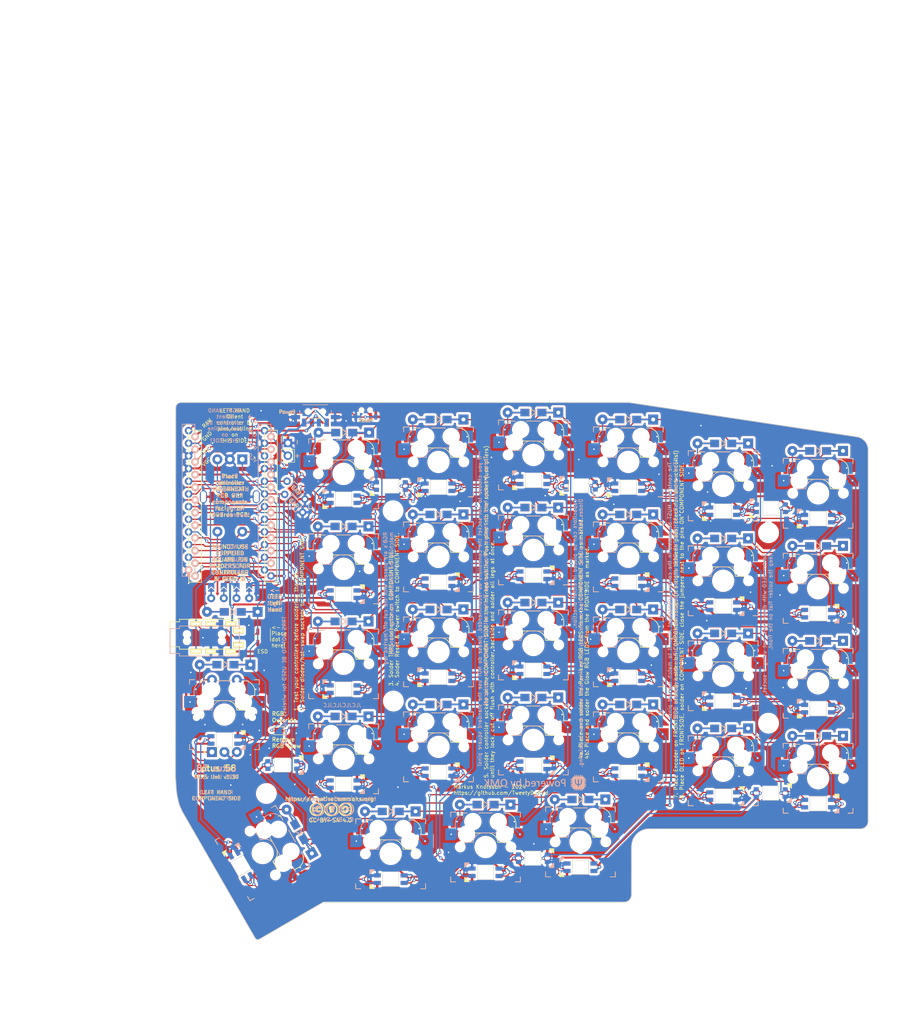
<source format=kicad_pcb>
(kicad_pcb (version 20240108) (generator "pcbnew") (generator_version "8.0")
  (title_block (title "Lotus 58 Glow") (date "2024-03-28") (rev "v1.29") (company "Markus Knutsson <markus.knutsson@tweety.se>") (comment 1 "https://github.com/TweetyDaBird") (comment 2 "Licensed under Creative Commons BY-SA 4.0 International"))
  (layers (0 "F.Cu" signal) (31 "B.Cu" signal) (34 "B.Paste" user) (35 "F.Paste" user) (36 "B.SilkS" user "B.Silkscreen") (37 "F.SilkS" user "F.Silkscreen") (38 "B.Mask" user) (39 "F.Mask" user) (44 "Edge.Cuts" user))
  (net 0 "")
  (net 1 "row4")
  (net 2 "Net-(D1-A)")
  (net 3 "Net-(D2-A)")
  (net 4 "row0")
  (net 5 "Net-(D3-A)")
  (net 6 "row1")
  (net 7 "Net-(D4-A)")
  (net 8 "row2")
  (net 9 "Net-(D5-A)")
  (net 10 "row3")
  (net 11 "Net-(D6-A)")
  (net 12 "Net-(D7-A)")
  (net 13 "Net-(D8-A)")
  (net 14 "Net-(D9-A)")
  (net 15 "Net-(D10-A)")
  (net 16 "Net-(D11-A)")
  (net 17 "Net-(D12-A)")
  (net 18 "Net-(D13-A)")
  (net 19 "Net-(D14-A)")
  (net 20 "Net-(D15-A)")
  (net 21 "Net-(D16-A)")
  (net 22 "Net-(D17-A)")
  (net 23 "Net-(D18-A)")
  (net 24 "Net-(D19-A)")
  (net 25 "Net-(D20-A)")
  (net 26 "Net-(D21-A)")
  (net 27 "Net-(D22-A)")
  (net 28 "Net-(D23-A)")
  (net 29 "Net-(D24-A)")
  (net 30 "Net-(D26-A)")
  (net 31 "Net-(D27-A)")
  (net 32 "VCC")
  (net 33 "GND")
  (net 34 "col0")
  (net 35 "col1")
  (net 36 "col2")
  (net 37 "col3")
  (net 38 "col4")
  (net 39 "col5")
  (net 40 "SDA")
  (net 41 "LED")
  (net 42 "SCL")
  (net 43 "RESET")
  (net 44 "Net-(D28-A)")
  (net 45 "DATA")
  (net 46 "Net-(D29-A)")
  (net 47 "B")
  (net 48 "A")
  (net 49 "Alt")
  (net 50 "Net-(D30-A)")
  (net 55 "Net-(LED1-DOUT)")
  (net 56 "Net-(LED2-DOUT)")
  (net 57 "Net-(LED3-DOUT)")
  (net 58 "Net-(LED4-DOUT)")
  (net 59 "Net-(LED5-DOUT)")
  (net 60 "Net-(LED7-DOUT)")
  (net 61 "Net-(LED8-DOUT)")
  (net 62 "Net-(LED10-DIN)")
  (net 63 "Net-(LED10-DOUT)")
  (net 64 "Net-(LED11-DOUT)")
  (net 65 "Net-(LED12-DOUT)")
  (net 66 "Net-(LED13-DIN)")
  (net 67 "Net-(LED13-DOUT)")
  (net 68 "Net-(LED14-DIN)")
  (net 69 "Net-(LED15-DIN)")
  (net 70 "Net-(LED16-DIN)")
  (net 71 "Net-(LED17-DIN)")
  (net 72 "Net-(LED19-DOUT)")
  (net 73 "Net-(LED20-DOUT)")
  (net 74 "Net-(LED21-DOUT)")
  (net 75 "Net-(LED22-DOUT)")
  (net 76 "Net-(LED23-DOUT)")
  (net 77 "Net-(LED24-DOUT)")
  (net 78 "Net-(LED25-DIN)")
  (net 79 "Net-(LED25-DOUT)")
  (net 80 "Net-(LED26-DIN)")
  (net 81 "Net-(LED27-DIN)")
  (net 82 "Net-(LED28-DIN)")
  (net 83 "Net-(LED29-DIN)")
  (net 84 "Net-(LED31-DOUT)")
  (net 86 "Net-(LED32-DOUT)")
  (net 87 "Net-(LED33-DOUT)")
  (net 88 "RGB_LINK")
  (net 89 "Battery")
  (net 90 "/Batt")
  (net 91 "Net-(LED34-DOUT)")
  (net 114 "Net-(S1-PadNO)")
  (footprint "Keyboard Common:Spacer PCB hole" (layer "F.Cu") (at 124.32538 57.40908)
    (property "Reference" "TH1" (hide yes))
    (property "Value" "HOLE" (hide yes))
  )
  (footprint "Keyboard Common:Spacer PCB hole" (layer "F.Cu") (at 199.7 61.8)
    (property "Reference" "TH2" (hide yes))
    (property "Value" "HOLE" (hide yes))
  )
  (footprint "Keyboard Common:Spacer PCB hole" (layer "F.Cu") (at 124.3965 95.5675)
    (property "Reference" "TH3" (hide yes))
    (property "Value" "HOLE" (hide yes))
  )
  (footprint "Keyboard Common:Spacer PCB hole" (layer "F.Cu") (at 199.7 100)
    (property "Reference" "TH4" (hide yes))
    (property "Value" "HOLE" (hide yes))
  )
  (footprint "Keyboard Common:Spacer PCB hole" (layer "F.Cu") (at 98.8949 114.1095 90)
    (property "Reference" "TH5" (hide yes))
    (property "Value" "HOLE" (hide yes))
  )
  (footprint "Keyboard Common:SSD1306-0.91-OLED-4pin-128x32 doublesided" (layer "F.Cu") (at 91.6305 56.4435 -90)
    (property "Reference" "P1" (hide yes))
    (property "Value" "OLED")
  )
  (footprint "Keyboard Library:RotaryEncoder_Alps_EC11E-Switch_Vertical_H20_special" (layer "F.Cu") (at 91.567 54.594 -90)
    (property "Reference" "SW30" (hide yes))
    (property "Value" "Rotary_Encoder_Switch")
  )
  (footprint "Keyboard Controllers:ProMicro_Reversible_mod" (layer "F.Cu") (at 92.109 56.1)
    (property "Reference" "U1" (hide yes))
    (property "Value" "ProMicro" (hide yes))
  )
  (footprint "Common Library:MJ-4PP-9_alim" (layer "F.Cu") (at 81.4705 82.169 90)
    (property "Reference" "J1" (hide yes))
    (property "Value" "PJ-320A" (hide yes))
  )
  (footprint "Keyboard Library:RotaryEncoder_Alps_EC11E-Switch_Special" (layer "F.Cu") (at 90.4748 98.2853 90)
    (property "Reference" "SW31" (hide yes))
    (property "Value" "Rotary_Encoder_Switch")
  )
  (footprint "Keyboard RGB:MX_SK6812MINI-E_REVERSIBLE" (layer "F.Cu") (at 114.4 55.08 180)
    (property "Reference" "LED7" (hide yes))
    (property "Value" "SK6812MINI-E")
    (fp_line (start 1.65 1.45) (end -1.65 1.45) (stroke (width 0.1)) (layer "Edge.Cuts"))
    (fp_line (start 1.65 -1.45) (end 1.65 1.45) (stroke (width 0.1)) (layer "Edge.Cuts"))
    (fp_line (start -1.65 1.45) (end -1.65 -1.45) (stroke (width 0.1)) (layer "Edge.Cuts"))
    (fp_line (start -1.65 -1.45) (end 1.65 -1.45) (stroke (width 0.1)) (layer "Edge.Cuts"))
  )
  (footprint "Keyboard RGB:MX_SK6812MINI-E_REVERSIBLE" (layer "F.Cu") (at 133.45 52.68 180)
    (property "Reference" "LED8" (hide yes))
    (property "Value" "SK6812MINI-E")
    (fp_line (start 1.65 1.45) (end -1.65 1.45) (stroke (width 0.1)) (layer "Edge.Cuts"))
    (fp_line (start 1.65 -1.45) (end 1.65 1.45) (stroke (width 0.1)) (layer "Edge.Cuts"))
    (fp_line (start -1.65 1.45) (end -1.65 -1.45) (stroke (width 0.1)) (layer "Edge.Cuts"))
    (fp_line (start -1.65 -1.45) (end 1.65 -1.45) (stroke (width 0.1)) (layer "Edge.Cuts"))
  )
  (footprint "Keyboard RGB:MX_SK6812MINI-E_REVERSIBLE" (layer "F.Cu") (at 152.5 51.29 180)
    (property "Reference" "LED9" (hide yes))
    (property "Value" "SK6812MINI-E")
    (fp_line (start 1.65 1.45) (end -1.65 1.45) (stroke (width 0.1)) (layer "Edge.Cuts"))
    (fp_line (start 1.65 -1.45) (end 1.65 1.45) (stroke (width 0.1)) (layer "Edge.Cuts"))
    (fp_line (start -1.65 1.45) (end -1.65 -1.45) (stroke (width 0.1)) (layer "Edge.Cuts"))
    (fp_line (start -1.65 -1.45) (end 1.65 -1.45) (stroke (width 0.1)) (layer "Edge.Cuts"))
  )
  (footprint "Keyboard RGB:MX_SK6812MINI-E_REVERSIBLE" (layer "F.Cu") (at 171.55 52.68 180)
    (property "Reference" "LED10" (hide yes))
    (property "Value" "SK6812MINI-E")
    (fp_line (start 1.65 1.45) (end -1.65 1.45) (stroke (width 0.1)) (layer "Edge.Cuts"))
    (fp_line (start 1.65 -1.45) (end 1.65 1.45) (stroke (width 0.1)) (layer "Edge.Cuts"))
    (fp_line (start -1.65 1.45) (end -1.65 -1.45) (stroke (width 0.1)) (layer "Edge.Cuts"))
    (fp_line (start -1.65 -1.45) (end 1.65 -1.45) (stroke (width 0.1)) (layer "Edge.Cuts"))
  )
  (footprint "Keyboard RGB:MX_SK6812MINI-E_REVERSIBLE" (layer "F.Cu") (at 190.6 57.48 180)
    (property "Reference" "LED11" (hide yes))
    (property "Value" "SK6812MINI-E")
    (fp_line (start 1.65 1.45) (end -1.65 1.45) (stroke (width 0.1)) (layer "Edge.Cuts"))
    (fp_line (start 1.65 -1.45) (end 1.65 1.45) (stroke (width 0.1)) (layer "Edge.Cuts"))
    (fp_line (start -1.65 1.45) (end -1.65 -1.45) (stroke (width 0.1)) (layer "Edge.Cuts"))
    (fp_line (start -1.65 -1.45) (end 1.65 -1.45) (stroke (width 0.1)) (layer "Edge.Cuts"))
  )
  (footprint "Keyboard RGB:MX_SK6812MINI-E_REVERSIBLE" (layer "F.Cu") (at 209.65 58.98 180)
    (property "Reference" "LED12" (hide yes))
    (property "Value" "SK6812MINI-E")
    (fp_line (start 1.65 1.45) (end -1.65 1.45) (stroke (width 0.1)) (layer "Edge.Cuts"))
    (fp_line (start 1.65 -1.45) (end 1.65 1.45) (stroke (width 0.1)) (layer "Edge.Cuts"))
    (fp_line (start -1.65 1.45) (end -1.65 -1.45) (stroke (width 0.1)) (layer "Edge.Cuts"))
    (fp_line (start -1.65 -1.45) (end 1.65 -1.45) (stroke (width 0.1)) (layer "Edge.Cuts"))
  )
  (footprint "Keyboard RGB:MX_SK6812MINI-E_REVERSIBLE" (layer "F.Cu") (at 114.4 74.13)
    (property "Reference" "LED13" (hide yes))
    (property "Value" "SK6812MINI-E")
    (fp_line (start -1.65 -1.45) (end 1.65 -1.45) (stroke (width 0.1)) (layer "Edge.Cuts"))
    (fp_line (start -1.65 1.45) (end -1.65 -1.45) (stroke (width 0.1)) (layer "Edge.Cuts"))
    (fp_line (start 1.65 -1.45) (end 1.65 1.45) (stroke (width 0.1)) (layer "Edge.Cuts"))
    (fp_line (start 1.65 1.45) (end -1.65 1.45) (stroke (width 0.1)) (layer "Edge.Cuts"))
  )
  (footprint "Keyboard RGB:MX_SK6812MINI-E_REVERSIBLE" (layer "F.Cu") (at 133.45 71.73)
    (property "Reference" "LED14" (hide yes))
    (property "Value" "SK6812MINI-E")
    (fp_line (start -1.65 -1.45) (end 1.65 -1.45) (stroke (width 0.1)) (layer "Edge.Cuts"))
    (fp_line (start -1.65 1.45) (end -1.65 -1.45) (stroke (width 0.1)) (layer "Edge.Cuts"))
    (fp_line (start 1.65 -1.45) (end 1.65 1.45) (stroke (width 0.1)) (layer "Edge.Cuts"))
    (fp_line (start 1.65 1.45) (end -1.65 1.45) (stroke (width 0.1)) (layer "Edge.Cuts"))
  )
  (footprint "Keyboard RGB:MX_SK6812MINI-E_REVERSIBLE" (layer "F.Cu") (at 152.5 70.34)
    (property "Reference" "LED15" (hide yes))
    (property "Value" "SK6812MINI-E")
    (fp_line (start -1.65 -1.45) (end 1.65 -1.45) (stroke (width 0.1)) (layer "Edge.Cuts"))
    (fp_line (start -1.65 1.45) (end -1.65 -1.45) (stroke (width 0.1)) (layer "Edge.Cuts"))
    (fp_line (start 1.65 -1.45) (end 1.65 1.45) (stroke (width 0.1)) (layer "Edge.Cuts"))
    (fp_line (start 1.65 1.45) (end -1.65 1.45) (stroke (width 0.1)) (layer "Edge.Cuts"))
  )
  (footprint "Keyboard RGB:MX_SK6812MINI-E_REVERSIBLE" (layer "F.Cu") (at 171.55 71.73)
    (property "Reference" "LED16" (hide yes))
    (property "Value" "SK6812MINI-E")
    (fp_line (start -1.65 -1.45) (end 1.65 -1.45) (stroke (width 0.1)) (layer "Edge.Cuts"))
    (fp_line (start -1.65 1.45) (end -1.65 -1.45) (stroke (width 0.1)) (layer "Edge.Cuts"))
    (fp_line (start 1.65 -1.45) (end 1.65 1.45) (stroke (width 0.1)) (layer "Edge.Cuts"))
    (fp_line (start 1.65 1.45) (end -1.65 1.45) (stroke (width 0.1)) (layer "Edge.Cuts"))
  )
  (footprint "Keyboard RGB:MX_SK6812MINI-E_REVERSIBLE" (layer "F.Cu") (at 190.6 76.53)
    (property "Reference" "LED17" (hide yes))
    (property "Value" "SK6812MINI-E")
    (fp_line (start -1.65 -1.45) (end 1.65 -1.45) (stroke (width 0.1)) (layer "Edge.Cuts"))
    (fp_line (start -1.65 1.45) (end -1.65 -1.45) (stroke (width 0.1)) (layer "Edge.Cuts"))
    (fp_line (start 1.65 -1.45) (end 1.65 1.45) (stroke (width 0.1)) (layer "Edge.Cuts"))
    (fp_line (start 1.65 1.45) (end -1.65 1.45) (stroke (width 0.1)) (layer "Edge.Cuts"))
  )
  (footprint "Keyboard RGB:MX_SK6812MINI-E_REVERSIBLE" (layer "F.Cu") (at 209.65 78.03)
    (property "Reference" "LED18" (hide yes))
    (property "Value" "SK6812MINI-E")
    (fp_line (start -1.65 -1.45) (end 1.65 -1.45) (stroke (width 0.1)) (layer "Edge.Cuts"))
    (fp_line (start -1.65 1.45) (end -1.65 -1.45) (stroke (width 0.1)) (layer "Edge.Cuts"))
    (fp_line (start 1.65 -1.45) (end 1.65 1.45) (stroke (width 0.1)) (layer "Edge.Cuts"))
    (fp_line (start 1.65 1.45) (end -1.65 1.45) (stroke (width 0.1)) (layer "Edge.Cuts"))
  )
  (footprint "Keyboard RGB:MX_SK6812MINI-E_REVERSIBLE" (layer "F.Cu") (at 114.4 93.18 180)
    (property "Reference" "LED19" (hide yes))
    (property "Value" "SK6812MINI-E")
    (fp_line (start 1.65 1.45) (end -1.65 1.45) (stroke (width 0.1)) (layer "Edge.Cuts"))
    (fp_line (start 1.65 -1.45) (end 1.65 1.45) (stroke (width 0.1)) (layer "Edge.Cuts"))
    (fp_line (start -1.65 1.45) (end -1.65 -1.45) (stroke (width 0.1)) (layer "Edge.Cuts"))
    (fp_line (start -1.65 -1.45) (end 1.65 -1.45) (stroke (width 0.1)) (layer "Edge.Cuts"))
  )
  (footprint "Keyboard RGB:MX_SK6812MINI-E_REVERSIBLE" (layer "F.Cu") (at 133.45 90.78 180)
    (property "Reference" "LED20" (hide yes))
    (property "Value" "SK6812MINI-E")
    (fp_line (start 1.65 1.45) (end -1.65 1.45) (stroke (width 0.1)) (layer "Edge.Cuts"))
    (fp_line (start 1.65 -1.45) (end 1.65 1.45) (stroke (width 0.1)) (layer "Edge.Cuts"))
    (fp_line (start -1.65 1.45) (end -1.65 -1.45) (stroke (width 0.1)) (layer "Edge.Cuts"))
    (fp_line (start -1.65 -1.45) (end 1.65 -1.45) (stroke (width 0.1)) (layer "Edge.Cuts"))
  )
  (footprint "Keyboard RGB:MX_SK6812MINI-E_REVERSIBLE" (layer "F.Cu") (at 152.5 89.39 180)
    (property "Reference" "LED21" (hide yes))
    (property "Value" "SK6812MINI-E")
    (fp_line (start 1.65 1.45) (end -1.65 1.45) (stroke (width 0.1)) (layer "Edge.Cuts"))
    (fp_line (start 1.65 -1.45) (end 1.65 1.45) (stroke (width 0.1)) (layer "Edge.Cuts"))
    (fp_line (start -1.65 1.45) (end -1.65 -1.45) (stroke (width 0.1)) (layer "Edge.Cuts"))
    (fp_line (start -1.65 -1.45) (end 1.65 -1.45) (stroke (width 0.1)) (layer "Edge.Cuts"))
  )
  (footprint "Keyboard RGB:MX_SK6812MINI-E_REVERSIBLE" (layer "F.Cu") (at 171.55 90.78 180)
    (property "Reference" "LED22" (hide yes))
    (property "Value" "SK6812MINI-E")
    (fp_line (start 1.65 1.45) (end -1.65 1.45) (stroke (width 0.1)) (layer "Edge.Cuts"))
    (fp_line (start 1.65 -1.45) (end 1.65 1.45) (stroke (width 0.1)) (layer "Edge.Cuts"))
    (fp_line (start -1.65 1.45) (end -1.65 -1.45) (stroke (width 0.1)) (layer "Edge.Cuts"))
    (fp_line (start -1.65 -1.45) (end 1.65 -1.45) (stroke (width 0.1)) (layer "Edge.Cuts"))
  )
  (footprint "Keyboard RGB:MX_SK6812MINI-E_REVERSIBLE" (layer "F.Cu") (at 190.6 95.58 180)
    (property "Reference" "LED23" (hide yes))
    (property "Value" "SK6812MINI-E")
    (fp_line (start 1.65 1.45) (end -1.65 1.45) (stroke (width 0.1)) (layer "Edge.Cuts"))
    (fp_line (start 1.65 -1.45) (end 1.65 1.45) (stroke (width 0.1)) (layer "Edge.Cuts"))
    (fp_line (start -1.65 1.45) (end -1.65 -1.45) (stroke (width 0.1)) (layer "Edge.Cuts"))
    (fp_line (start -1.65 -1.45) (end 1.65 -1.45) (stroke (width 0.1)) (layer "Edge.Cuts"))
  )
  (footprint "Keyboard RGB:MX_SK6812MINI-E_REVERSIBLE" (layer "F.Cu") (at 209.65 97.08 180)
    (property "Reference" "LED24" (hide yes))
    (property "Value" "SK6812MINI-E")
    (fp_line (start 1.65 1.45) (end -1.65 1.45) (stroke (width 0.1)) (layer "Edge.Cuts"))
    (fp_line (start 1.65 -1.45) (end 1.65 1.45) (stroke (width 0.1)) (layer "Edge.Cuts"))
    (fp_line (start -1.65 1.45) (end -1.65 -1.45) (stroke (width 0.1)) (layer "Edge.Cuts"))
    (fp_line (start -1.65 -1.45) (end 1.65 -1.45) (stroke (width 0.1)) (layer "Edge.Cuts"))
  )
  (footprint "Keyboard RGB:MX_SK6812MINI-E_REVERSIBLE" (layer "F.Cu") (at 114.4 112.23)
    (property "Reference" "LED25" (hide yes))
    (property "Value" "SK6812MINI-E")
    (fp_line (start -1.65 -1.45) (end 1.65 -1.45) (stroke (width 0.1)) (layer "Edge.Cuts"))
    (fp_line (start -1.65 1.45) (end -1.65 -1.45) (stroke (width 0.1)) (layer "Edge.Cuts"))
    (fp_line (start 1.65 -1.45) (end 1.65 1.45) (stroke (width 0.1)) (layer "Edge.Cuts"))
    (fp_line (start 1.65 1.45) (end -1.65 1.45) (stroke (width 0.1)) (layer "Edge.Cuts"))
  )
  (footprint "Keyboard RGB:MX_SK6812MINI-E_REVERSIBLE" (layer "F.Cu") (at 133.45 109.83)
    (property "Reference" "LED26" (hide yes))
    (property "Value" "SK6812MINI-E")
    (fp_line (start -1.65 -1.45) (end 1.65 -1.45) (stroke (width 0.1)) (layer "Edge.Cuts"))
    (fp_line (start -1.65 1.45) (end -1.65 -1.45) (stroke (width 0.1)) (layer "Edge.Cuts"))
    (fp_line (start 1.65 -1.45) (end 1.65 1.45) (stroke (width 0.1)) (layer "Edge.Cuts"))
    (fp_line (start 1.65 1.45) (end -1.65 1.45) (stroke (width 0.1)) (layer "Edge.Cuts"))
  )
  (footprint "Keyboard RGB:MX_SK6812MINI-E_REVERSIBLE" (layer "F.Cu") (at 152.5 108.44)
    (property "Reference" "LED27" (hide yes))
    (property "Value" "SK6812MINI-E")
    (fp_line (start -1.65 -1.45) (end 1.65 -1.45) (stroke (width 0.1)) (layer "Edge.Cuts"))
    (fp_line (start -1.65 1.45) (end -1.65 -1.45) (stroke (width 0.1)) (layer "Edge.Cuts"))
    (fp_line (start 1.65 -1.45) (end 1.65 1.45) (stroke (width 0.1)) (layer "Edge.Cuts"))
    (fp_line (start 1.65 1.45) (end -1.65 1.45) (stroke (width 0.1)) (layer "Edge.Cuts"))
  )
  (footprint "Keyboard RGB:MX_SK6812MINI-E_REVERSIBLE" (layer "F.Cu") (at 171.55 109.83)
    (property "Reference" "LED28" (hide yes))
    (property "Value" "SK6812MINI-E")
    (fp_line (start -1.65 -1.45) (end 1.65 -1.45) (stroke (width 0.1)) (layer "Edge.Cuts"))
    (fp_line (start -1.65 1.45) (end -1.65 -1.45) (stroke (width 0.1)) (layer "Edge.Cuts"))
    (fp_line (start 1.65 -1.45) (end 1.65 1.45) (stroke (width 0.1)) (layer "Edge.Cuts"))
    (fp_line (start 1.65 1.45) (end -1.65 1.45) (stroke (width 0.1)) (layer "Edge.Cuts"))
  )
  (footprint "Keyboard RGB:MX_SK6812MINI-E_REVERSIBLE" (layer "F.Cu") (at 190.6 114.63)
    (property "Reference" "LED29" (hide yes))
    (property "Value" "SK6812MINI-E")
    (fp_line (start -1.65 -1.45) (end 1.65 -1.45) (stroke (width 0.1)) (layer "Edge.Cuts"))
    (fp_line (start -1.65 1.45) (end -1.65 -1.45) (stroke (width 0.1)) (layer "Edge.Cuts"))
    (fp_line (start 1.65 -1.45) (end 1.65 1.45) (stroke (width 0.1)) (layer "Edge.Cuts"))
    (fp_line (start 1.65 1.45) (end -1.65 1.45) (stroke (width 0.1)) (layer "Edge.Cuts"))
  )
  (footprint "Keyboard RGB:MX_SK6812MINI-E_REVERSIBLE" (layer "F.Cu") (at 209.65 116.13)
    (property "Reference" "LED30" (hide yes))
    (property "Value" "SK6812MINI-E")
    (fp_line (start -1.65 -1.45) (end 1.65 -1.45) (stroke (width 0.1)) (layer "Edge.Cuts"))
    (fp_line (start -1.65 1.45) (end -1.65 -1.45) (stroke (width 0.1)) (layer "Edge.Cuts"))
    (fp_line (start 1.65 -1.45) (end 1.65 1.45) (stroke (width 0.1)) (layer "Edge.Cuts"))
    (fp_line (start 1.65 1.45) (end -1.65 1.45) (stroke (width 0.1)) (layer "Edge.Cuts"))
  )
  (footprint "Keyboard RGB:MX_SK6812MINI-E_REVERSIBLE" (layer "F.Cu") (at 90.4748 103.3653)
    (property "Reference" "LED31" (hide yes))
    (property "Value" "SK6812MINI-E")
    (fp_line (start -1.65 -1.45) (end 1.65 -1.45) (stroke (width 0.1)) (layer "Edge.Cuts"))
    (fp_line (start -1.65 1.45) (end -1.65 -1.45) (stroke (width 0.1)) (layer "Edge.Cuts"))
    (fp_line (start 1.65 -1.45) (end 1.65 1.45) (stroke (width 0.1)) (layer "Edge.Cuts"))
    (fp_line (start 1.65 1.45) (end -1.65 1.45) (stroke (width 0.1)) (layer "Edge.Cuts"))
  )
  (footprint "Keyboard RGB:MX_SK6812MINI-E_REVERSIBLE" (layer "F.Cu") (at 93.771591 128.587499 120)
    (property "Reference" "LED32" (hide yes))
    (property "Value" "SK6812MINI-E")
    (fp_line (start 1.65 -1.45) (end 1.65 1.45) (stroke (width 0.1)) (layer "Edge.Cuts"))
    (fp_line (start -1.65 -1.45) (end 1.65 -1.45) (stroke (width 0.1)) (layer "Edge.Cuts"))
    (fp_line (start 1.65 1.45) (end -1.65 1.45) (stroke (width 0.1)) (layer "Edge.Cuts"))
    (fp_line (start -1.65 1.45) (end -1.65 -1.45) (stroke (width 0.1)) (layer "Edge.Cuts"))
  )
  (footprint "Keyboard RGB:MX_SK6812MINI-E_REVERSIBLE" (layer "F.Cu") (at 123.85 131.28 180)
    (property "Reference" "LED33" (hide yes))
    (property "Value" "SK6812MINI-E")
    (fp_line (start 1.65 1.45) (end -1.65 1.45) (stroke (width 0.1)) (layer "Edge.Cuts"))
    (fp_line (start 1.65 -1.45) (end 1.65 1.45) (stroke (width 0.1)) (layer "Edge.Cuts"))
    (fp_line (start -1.65 1.45) (end -1.65 -1.45) (stroke (width 0.1)) (layer "Edge.Cuts"))
    (fp_line (start -1.65 -1.45) (end 1.65 -1.45) (stroke (width 0.1)) (layer "Edge.Cuts"))
  )
  (footprint "Keyboard RGB:MX_SK6812MINI-E_REVERSIBLE" (layer "F.Cu") (at 142.8977 129.9083 180)
    (property "Reference" "LED34" (hide yes))
    (property "Value" "SK6812MINI-E")
    (fp_line (start 1.65 1.45) (end -1.65 1.45) (stroke (width 0.1)) (layer "Edge.Cuts"))
    (fp_line (start 1.65 -1.45) (end 1.65 1.45) (stroke (width 0.1)) (layer "Edge.Cuts"))
    (fp_line (start -1.65 1.45) (end -1.65 -1.45) (stroke (width 0.1)) (layer "Edge.Cuts"))
    (fp_line (start -1.65 -1.45) (end 1.65 -1.45) (stroke (width 0.1)) (layer "Edge.Cuts"))
  )
  (footprint "Keyboard RGB:MX_SK6812MINI-E_REVERSIBLE" (layer "F.Cu") (at 161.95 128.88 180)
    (property "Reference" "LED35" (hide yes))
    (property "Value" "SK6812MINI-E")
    (fp_line (start 1.65 1.45) (end -1.65 1.45) (stroke (width 0.1)) (layer "Edge.Cuts"))
    (fp_line (start 1.65 -1.45) (end 1.65 1.45) (stroke (width 0.1)) (layer "Edge.Cuts"))
    (fp_line (start -1.65 1.45) (end -1.65 -1.45) (stroke (width 0.1)) (layer "Edge.Cuts"))
    (fp_line (start -1.65 -1.45) (end 1.65 -1.45) (stroke (width 0.1)) (layer "Edge.Cuts"))
  )
  (footprint "Keyboard Common:MSK12C02" (layer "F.Cu") (at 108.74 37.52 180)
    (property "Reference" "S1" (hide yes))
    (property "Value" "MSK12C02" (hide yes))
  )
  (footprint "Connector_PinHeader_2.54mm:PinHeader_1x02_P2.54mm_Vertical" (layer "F.Cu") (at 103.22 43.82)
    (property "Reference" "J2" (hide yes))
    (property "Value" "Conn_01x02")
  )
  (footprint "Keyboard Common:Diode_DO35_SOD123" (layer "F.Cu") (at 92.1512 77.6732 180)
    (property "Reference" "D30" (hide yes))
    (property "Value" "1N4148/1N4148W" (hide yes))
  )
  (footprint "Logotypes:CC_BY_SA_40_line" (layer "F.Cu") (at 120.871511 117.215)
    (property "Reference" "Logo2")
    (property "Value" "CC-BY-SA-4.0" (hide yes))
  )
  (footprint "Keyboard Common:Jumper_min_v2" (layer "F.Cu") (at 101.429286 101.522354)
    (property "Reference" "JP5" (hide yes))
    (property "Value" "FULL" (hide yes))
  )
  (footprint "Keyboard Common:YTS-A002" (layer "F.Cu") (at 118.86 37.21)
    (property "Reference" "RES2" (hide yes))
    (property "Value" "TS-A002" (hide yes))
  )
  (footprint "Package_TO_SOT_SMD:SOT-23-6" (layer "F.Cu") (at 98.14 82.8 -90)
    (property "Reference" "U2" (hide yes))
    (property "Value" "SRV05-4")
  )
  (footprint "Keyboard Common:Diode_DO35_SOD123" (layer "B.Cu") (at 114.52 41.73 180)
    (property "Reference" "D1" (hide yes))
    (property "Value" "1N4148/1N4148W" (hide yes))
  )
  (footprint "Keyboard Common:Diode_DO35_SOD123" (layer "B.Cu") (at 152.5 37.71 180)
    (property "Reference" "D3" (hide yes))
    (property "Value" "1N4148/1N4148W" (hide yes))
  )
  (footprint "Keyboard Common:Diode_DO35_SOD123" (layer "B.Cu") (at 171.55 39.1 180)
    (property "Reference" "D4" (hide yes))
    (property "Value" "1N4148/1N4148W" (hide yes))
  )
  (footprint "Keyboard Common:Diode_DO35_SOD123" (layer "B.Cu") (at 209.65 45.4 180)
    (property "Reference" "D6" (hide yes))
    (property "Value" "1N4148/1N4148W" (hide yes))
  )
  (footprint "Keyboard Common:Diode_DO35_SOD123" (layer "B.Cu") (at 152.5 56.76 180)
    (property "Reference" "D9" (hide yes))
    (property "Value" "1N4148/1N4148W" (hide yes))
  )
  (footprint "Keyboard Common:Diode_DO35_SOD123" (layer "B.Cu") (at 171.55 58.15 180)
    (property "Reference" "D10" (hide yes))
    (property "Value" "1N4148/1N4148W" (hide yes))
  )
  (footprint "Keyboard Common:Diode_DO35_SOD123" (layer "B.Cu") (at 190.6 62.95 180)
    (property "Reference" "D11" (hide yes))
    (property "Value" "1N4148/1N4148W" (hide yes))
  )
  (footprint "Keyboard Common:Diode_DO35_SOD123" (layer "B.Cu") (at 209.65 64.45 180)
    (property "Reference" "D12" (hide yes))
    (property "Value" "1N4148/1N4148W" (hide yes))
  )
  (footprint "Keyboard Common:Diode_DO35_SOD123" (layer "B.Cu") (at 114.4 79.6 180)
    (property "Reference" "D13" (hide yes))
    (property "Value" "1N4148/1N4148W" (hide yes))
  )
  (footprint "Keyboard Common:Diode_DO35_SOD123" (layer "B.Cu") (at 133.45 77.2 180)
    (property "Reference" "D14" (hide yes))
    (property "Value" "1N4148/1N4148W" (hide yes))
  )
  (footprint "Keyboard Common:Diode_DO35_SOD123" (layer "B.Cu") (at 152.5 75.81 180)
    (property "Reference" "D15" (hide yes))
    (property "Value" "1N4148/1N4148W" (hide yes))
  )
  (footprint "Keyboard Common:Diode_DO35_SOD123" (layer "B.Cu") (at 171.55 77.2 180)
    (property "Reference" "D16" (hide yes))
    (property "Value" "1N4148/1N4148W" (hide yes))
  )
  (footprint "Keyboard Common:Diode_DO35_SOD123" (layer "B.Cu") (at 209.65 83.5 180)
    (property "Reference" "D18" (hide yes))
    (property "Value" "1N4148/1N4148W" (hide yes))
  )
  (footprint "Keyboard Common:Diode_DO35_SOD123" (layer "B.Cu") (at 114.4 98.65 180)
    (property "Reference" "D19" (hide yes))
    (property "Value" "1N4148/1N4148W" (hide yes))
  )
  (footprint "Keyboard Common:Diode_DO35_SOD123" (layer "B.Cu") (at 133.45 96.25 180)
    (property "Reference" "D20" (hide yes))
    (property "Value" "1N4148/1N4148W" (hide yes))
  )
  (footprint "Keyboard Common:Diode_DO35_SOD123" (layer "B.Cu") (at 152.5 94.86 180)
    (property "Reference" "D21" (hide yes))
    (property "Value" "1N4148/1N4148W" (hide yes))
  )
  (footprint "Keyboard Common:Diode_DO35_SOD123" (layer "B.Cu") (at 171.55 96.25 180)
    (property "Reference" "D22" (hide yes))
    (property "Value" "1N4148/1N4148W" (hide yes))
  )
  (footprint "Keyboard Common:Diode_DO35_SOD123" (layer "B.Cu") (at 190.6 101.05 180)
    (property "Reference" "D23" (hide yes))
    (property "Value" "1N4148/1N4148W" (hide yes))
  )
  (footprint "Keyboard Common:Diode_DO35_SOD123" (layer "B.Cu") (at 105.532215 121.797501 120)
    (property "Reference" "D26" (hide yes))
    (property "Value" "1N4148/1N4148W" (hide yes))
  )
  (footprint "Keyboard Common:Diode_DO35_SOD123" (layer "B.Cu") (at 123.85 117.7 180)
    (property "Reference" "D27" (hide yes))
    (property "Value" "1N4148/1N4148W" (hide yes))
  )
  (footprint "Keyboard Switches:SW_MX_HotSwap_Reversible" (layer "B.Cu") (at 133.45 47.6 180)
    (property "Reference" "SW2" (hide yes))
    (property "Value" "Kailh hotswap MX socket" (hide yes))
  )
  (footprint "Keyboard Switches:SW_MX_HotSwap_Reversible" (layer "B.Cu") (at 152.5 46.21 180)
    (property "Reference" "SW3" (hide yes))
    (property "Value" "Kailh hotswap MX socket" (hide yes))
  )
  (footprint "Keyboard Switches:SW_MX_HotSwap_Reversible" (layer "B.Cu") (at 171.55 47.6 180)
    (property "Reference" "SW4" (hide yes))
    (property "Value" "Kailh hotswap MX socket" (hide yes))
  )
  (footprint "Keyboard Switches:SW_MX_HotSwap_Reversible" (layer "B.Cu") (at 209.65 53.9 180)
    (property "Reference" "SW6" (hide yes))
    (property "Value" "Kailh hotswap MX socket" (hide yes))
  )
  (footprint "Keyboard Switches:SW_MX_HotSwap_Reversible" (layer "B.Cu") (at 114.4 69.05 180)
    (property "Reference" "SW7" (hide yes))
    (property "Value" "Kailh hotswap MX socket" (hide yes))
  )
  (footprint "Keyboard Switches:SW_MX_HotSwap_Reversible" (layer "B.Cu") (at 152.5 65.26 180)
    (property "Reference" "SW9" (hide yes))
    (property "Value" "Kailh hotswap MX socket" (hide yes))
  )
  (footprint "Keyboard Switches:SW_MX_HotSwap_Reversible" (layer "B.Cu") (at 171.55 66.65 180)
    (property "Reference" "SW10" (hide yes))
    (property "Value" "Kailh hotswap MX socket" (hide yes))
  )
  (footprint "Keyboard Switches:SW_MX_HotSwap_Reversible" (layer "B.Cu") (at 190.6 71.45 180)
    (property "Reference" "SW11" (hide yes))
    (property "Value" "Kailh hotswap MX socket" (hide yes))
  )
  (footprint "Keyboard Switches:SW_MX_HotSwap_Reversible" (layer "B.Cu") (at 209.65 72.95 180)
    (property "Reference" "SW12" (hide yes))
    (property "Value" "Kailh hotswap MX socket" (hide yes))
  )
  (footprint "Keyboard Switches:SW_MX_HotSwap_Reversible" (layer "B.Cu") (at 114.4 88.1 180)
    (property "Reference" "SW13" (hide yes))
    (property "Value" "Kailh hotswap MX socket" (hide yes))
  )
  (footprint "Keyboard Switches:SW_MX_HotSwap_Reversible" (layer "B.Cu") (at 133.45 85.7 180)
    (property "Reference" "SW14" (hide yes))
    (property "Value" "Kailh hotswap MX socket" (hide yes))
  )
  (footprint "Keyboard Switches:SW_MX_HotSwap_Reversible" (layer "B.Cu") (at 152.5 84.31 180)
    (property "Reference" "SW15" (hide yes))
    (property "Value" "Kailh hotswap MX socket" (hide yes))
  )
  (footprint "Keyboard Switches:SW_MX_HotSwap_Reversible" (layer "B.Cu") (at 190.6 90.5 180)
    (property "Reference" "SW17" (hide yes))
    (property "Value" "Kailh hotswap MX socket" (hide yes))
  )
  (footprint "Keyboard Switches:SW_MX_HotSwap_Reversible" (layer "B.Cu") (at 209.65 92 180)
    (property "Reference" "SW18" (hide yes))
    (property "Value" "Kailh hotswap MX socket" (hide yes))
  )
  (footprint "Keyboard Switches:SW_MX_HotSwap_Reversible" (layer "B.Cu") (at 114.4 107.15 180)
    (property "Reference" "SW19" (hide yes))
    (property "Value" "Kailh hotswap MX socket" (hide yes))
  )
  (footprint "Keyboard Switches:SW_MX_HotSwap_Reversible" (layer "B.Cu") (at 133.45 104.75 180)
    (property "Reference" "SW20" (hide yes))
    (property "Value" "Kailh hotswap MX socket" (hide yes))
  )
  (footprint "Keyboard Switches:SW_MX_HotSwap_Reversible" (layer "B.Cu") (at 152.5 103.36 180)
    (property "Reference" "SW21" (hide yes))
    (property "Value" "Kailh hotswap MX socket" (hide yes))
  )
  (footprint "Keyboard Switches:SW_MX_HotSwap_Reversible" (layer "B.Cu") (at 171.55 104.75 180)
    (property "Reference" "SW22" (hide yes))
    (property "Value" "Kailh hotswap MX socket" (hide yes))
  )
  (footprint "Keyboard Switches:SW_MX_HotSwap_Reversible" (layer "B.Cu") (at 190.6 109.55 180)
    (property "Reference" "SW23" (hide yes))
    (property "Value" "Kailh hotswap MX socket" (hide yes))
  )
  (footprint "Keyboard Switches:SW_MX_HotSwap_Reversible" (layer "B.Cu") (at 123.85 126.2 180)
    (property "Reference" "SW27" (hide yes))
    (property "Value" "Kailh hotswap MX socket" (hide yes))
  )
  (footprint "Keyboard Switches:SW_MX_HotSwap_Reversible" (layer "B.Cu") (at 142.8977 124.8283 180)
    (property "Reference" "SW28" (hide yes))
    (property "Value" "Kailh hotswap MX socket" (hide yes))
  )
  (footprint "Keyboard Switches:SW_MX_HotSwap_Reversible" (layer "B.Cu") (at 161.95 123.8 180)
    (property "Reference" "SW29" (hide yes))
    (property "Value" "Kailh hotswap MX socket" (hide yes))
  )
  (footprint "Keyboard Switches:SW_MX_HotSwap_Reversible" (layer "B.Cu") (at 114.4 50 180)
    (property "Reference" "SW1" (hide yes))
    (property "Value" "Kailh hotswap MX socket" (hide yes))
  )
  (footprint "Keyboard Common:Diode_DO35_SOD123" (layer "B.Cu") (at 209.65 102.55 180)
    (property "Reference" "D24" (hide yes))
    (property "Value" "1N4148/1N4148W" (hide yes))
  )
  (footprint "Keyboard Switches:SW_MX_HotSwap_Reversible" (layer "B.Cu") (at 90.4748 98.2853 180)
    (property "Reference" "SW25" (hide yes))
    (property "Value" "Kailh hotswap MX socket" (hide yes))
  )
  (footprint "Keyboard Switches:SW_MX_HotSwap_Reversible" (layer "B.Cu") (at 209.65 111.05 180)
    (property "Reference" "SW24" (hide yes))
    (property "Value" "Kailh hotswap MX socket" (hide yes))
  )
  (footprint "Keyboard Common:Diode_DO35_SOD123" (layer "B.Cu") (at 114.4 60.55 180)
    (property "Reference" "D7" (hide yes))
    (property "Value" "1N4148/1N4148W" (hide yes))
  )
  (footprint "Keyboard Common:Diode_DO35_SOD123" (layer "B.Cu") (at 133.45 58.15 180)
    (property "Reference" "D8" (hide yes))
    (property "Value" "1N4148/1N4148W" (hide yes))
  )
  (footprint "Keyboard Common:RESISTOR_Reversible" (layer "B.Cu") (at 104.8385 53.2765 -45)
    (property "Reference" "C1" (hide yes))
    (property "Value" "100nF" (hide yes))
  )
  (footprint "Keyboard Common:RESISTOR_Reversible" (layer "B.Cu") (at 104.375949 55.912749 135)
    (property "Reference" "C2" (hide yes))
    (property "Value" "100nF" (hide yes))
  )
  (footprint "Keyboard Switches:SW_MX_HotSwap_Reversible" (layer "B.Cu") (at 98.171 126.0475 120)
    (property "Reference" "SW26" (hide yes))
    (property "Value" "Kailh hotswap MX socket" (hide yes))
  )
  (footprint "Keyboard Common:Diode_DO35_SOD123" (layer "B.Cu") (at 142.8977 116.3283 180)
    (property "Reference" "D28" (hide yes))
    (property "Value" "1N4148/1N4148W" (hide yes))
  )
  (footprint "Keyboard Common:Diode_DO35_SOD123" (layer "B.Cu") (at 161.95 115.3 180)
    (property "Reference" "D29" (hide yes))
    (property "Value" "1N4148/1N4148W" (hide yes))
  )
  (footprint "Keyboard Switches:SW_MX_HotSwap_Reversible" (layer "B.Cu") (at 171.55 85.7 180)
    (property "Reference" "SW16" (hide yes))
    (property "Value" "Kailh hotswap MX socket" (hide yes))
  )
  (footprint "Keyboard Common:Diode_DO35_SOD123" (layer "B.Cu") (at 133.45 39.098 180)
    (property "Reference" "D2" (hide yes))
    (property "Value" "1N4148/1N4148W" (hide yes))
  )
  (footprint "Keyboard Common:Diode_DO35_SOD123" (layer "B.Cu") (at 190.6 43.9 180)
    (property "Reference" "D5" (hide yes))
    (property "Value" "1N4148/1N4148W" (hide yes))
  )
  (footprint "Keyboard RGB:MX_SK6812MINI-E_REVERSIBLE_special_v2" (layer "B.Cu") (at 200.125 114.022)
    (property "Reference" "LED4" (hide yes))
    (property "Value" "SK6812MINI-E" (hide yes))
    (fp_line (start -1.61 -1.41) (end 1.61 -1.41) (stroke (width 0.1)) (layer "Edge.Cuts"))
    (fp_line (start -1.61 1.41) (end -1.61 -1.41) (stroke (width 0.1)) (layer "Edge.Cuts"))
    (fp_line (start 1.61 -1.41) (end 1.61 1.41) (stroke (width 0.1)) (layer "Edge.Cuts"))
    (fp_line (start 1.61 1.41) (end -1.61 1.41) (stroke (width 0.1)) (layer "Edge.Cuts"))
  )
  (footprint "Keyboard RGB:MX_SK6812MINI-E_REVERSIBLE_special_v2" (layer "B.Cu") (at 152.4 127.0795)
    (property "Reference" "LED5" (hide yes))
    (property "Value" "SK6812MINI-E" (hide yes))
    (fp_line (start -1.61 -1.41) (end 1.61 -1.41) (stroke (width 0.1)) (layer "Edge.Cuts"))
    (fp_line (start -1.61 1.41) (end -1.61 -1.41) (stroke (width 0.1)) (layer "Edge.Cuts"))
    (fp_line (start 1.61 -1.41) (end 1.61 1.41) (stroke (width 0.1)) (layer "Edge.Cuts"))
    (fp_line (start 1.61 1.41) (end -1.61 1.41) (stroke (width 0.1)) (layer "Edge.Cuts"))
  )
  (footprint "Keyboard RGB:MX_SK6812MINI-E_REVERSIBLE_special_v2" (layer "B.Cu") (at 102.108 108.3945)
    (property "Reference" "LED6" (hide yes))
    (property "Value" "SK6812MINI-E" (hide yes))
    (fp_line (start -1.61 -1.41) (end 1.61 -1.41) (stroke (width 0.1)) (layer "Edge.Cuts"))
    (fp_line (start -1.61 1.41) (end -1.61 -1.41) (stroke (width 0.1)) (layer "Edge.Cuts"))
    (fp_line (start 1.61 -1.41) (end 1.61 1.41) (stroke (width 0.1)) (layer "Edge.Cuts"))
    (fp_line (start 1.61 1.41) (end -1.61 1.41) (stroke (width 0.1)) (layer "Edge.Cuts"))
  )
  (footprint "Keyboard RGB:MX_SK6812MINI-E_REVERSIBLE_special_v2" (layer "B.Cu") (at 200.152 56.896 180)
    (property "Reference" "LED3" (hide yes))
    (property "Value" "SK6812MINI-E" (hide yes))
    (fp_line (start 1.61 1.41) (end -1.61 1.41) (stroke (width 0.1)) (layer "Edge.Cuts"))
    (fp_line (start 1.61 -1.41) (end 1.61 1.41) (stroke (width 0.1)) (layer "Edge.Cuts"))
    (fp_line (start -1.61 1.41) (end -1.61 -1.41) (stroke (width 0.1)) (layer "Edge.Cuts"))
    (fp_line (start -1.61 -1.41) (end 1.61 -1.41) (stroke (width 0.1)) (layer "Edge.Cuts"))
  )
  (footprint "Keyboard RGB:MX_SK6812MINI-E_REVERSIBLE_special_v2" (layer "B.Cu") (at 123.8885 52.451 180)
    (property "Reference" "LED1" (hide yes))
    (property "Value" "SK6812MINI-E" (hide yes))
    (fp_line (start 1.61 1.41) (end -1.61 1.41) (stroke (width 0.1)) (layer "Edge.Cuts"))
    (fp_line (start 1.61 -1.41) (end 1.61 1.41) (stroke (width 0.1)) (layer "Edge.Cuts"))
    (fp_line (start -1.61 1.41) (end -1.61 -1.41) (stroke (width 0.1)) (layer "Edge.Cuts"))
    (fp_line (start -1.61 -1.41) (end 1.61 -1.41) (stroke (width 0.1)) (layer "Edge.Cuts"))
  )
  (footprint "Keyboard Common:Diode_DO35_SOD123" (layer "B.Cu") (at 190.6 82 180)
    (property "Reference" "D17" (hide yes))
    (property "Value" "1N4148/1N4148W" (hide yes))
  )
  (footprint "Keyboard Common:Diode_DO35_SOD123" (layer "B.Cu") (at 90.678 88.265 180)
    (property "Reference" "D25" (hide yes))
    (property "Value" "1N4148/1N4148W" (hide yes))
  )
  (footprint "Keyboard Switches:SW_MX_HotSwap_Reversible" (layer "B.Cu") (at 190.6 52.4 180)
    (property "Reference" "SW5" (hide yes))
    (property "Value" "Kailh hotswap MX socket" (hide yes))
  )
  (footprint "Keyboard RGB:MX_SK6812MINI-E_REVERSIBLE_special_v2" (layer "B.Cu") (at 161.9885 52.3875 180)
    (property "Reference" "LED2" (hide yes))
    (property "Value" "SK6812MINI-E" (hide yes))
    (fp_line (start 1.61 1.41) (end -1.61 1.41) (stroke (width 0.1)) (layer "Edge.Cuts"))
    (fp_line (start 1.61 -1.41) (end 1.61 1.41) (stroke (width 0.1)) (layer "Edge.Cuts"))
    (fp_line (start -1.61 1.41) (end -1.61 -1.41) (stroke (width 0.1)) (layer "Edge.Cuts"))
    (fp_line (start -1.61 -1.41) (end 1.61 -1.41) (stroke (width 0.1)) (layer "Edge.Cuts"))
  )
  (footprint "Keyboard Switches:SW_MX_HotSwap_Reversible" (layer "B.Cu") (at 133.45 66.65 180)
    (property "Reference" "SW8" (hide yes))
    (property "Value" "Kailh hotswap MX socket" (hide yes))
  )
  (footprint "Logotypes:CC_BY_SA_40_line" (layer "B.Cu") (at 103.21849 117.155 180)
    (property "Reference" "Logo2" (hide yes))
    (property "Value" "CC-BY-SA-4.0" (hide yes))
  )
  (footprint "Keyboard Common:MSK12C02" (layer "B.Cu") (at 108.74 37.52)
    (property "Reference" "S2" (hide yes))
    (property "Value" "MSK12C02" (hide yes))
  )
  (footprint "Logotypes:qmk logo" (layer "B.Cu") (at 152.87 111.96 180)
    (property "Reference" "Logo1" (hide yes))
    (property "Value" "QMK_Logo" (hide yes))
  )
  (footprint "Keyboard Common:YTS-A002" (layer "B.Cu") (at 118.86 37.21 180)
    (property "Reference" "RES1" (hide yes))
    (property "Value" "TS-A002" (hide yes))
  )
  (gr_line (start 81.4197 116.3955) (end 81.9785 117.6655) (stroke (width 0.15)) (layer "Edge.Cuts"))
  (gr_line (start 219.50172 44.1452) (end 219.70492 44.8564) (stroke (width 0.15)) (layer "Edge.Cuts"))
  (gr_line (start 219.258732 120.757048) (end 219.03678 120.940136) (stroke (width 0.15)) (layer "Edge.Cuts"))
  (gr_line (start 219.03678 120.940136) (end 218.781972 121.078352) (stroke (width 0.15)) (layer "Edge.Cuts"))
  (gr_line (start 219.667372 119.998631) (end 219.580037 120.280287) (stroke (width 0.15)) (layer "Edge.Cuts"))
  (gr_line (start 219.580037 120.280287) (end 219.441821 120.535096) (stroke (width 0.15)) (layer "Edge.Cuts"))
  (gr_line (start 219.70492 119.6848) (end 219.667372 119.998631) (stroke (width 0.15)) (layer "Edge.Cuts"))
  (gr_line (start 219.441821 120.535096) (end 219.258732 120.757048) (stroke (width 0.15)) (layer "Edge.Cuts"))
  (gr_line (start 218.781972 121.078352) (end 218.500315 121.165688) (stroke (width 0.15)) (layer "Edge.Cuts"))
  (gr_line (start 218.500315 121.165688) (end 218.18092 121.19356) (stroke (width 0.15)) (layer "Edge.Cuts"))
  (gr_line (start 172.075297 134.989392) (end 171.937081 135.244201) (stroke (width 0.15)) (layer "Edge.Cuts"))
  (gr_line (start 80.7003 36.7444) (end 80.722283 36.528775) (stroke (width 0.15)) (layer "Edge.Cuts"))
  (gr_line (start 80.722283 36.528775) (end 80.783417 36.331615) (stroke (width 0.15)) (layer "Edge.Cuts"))
  (gr_line (start 81.342063 35.77297) (end 81.539222 35.711835) (stroke (width 0.15)) (layer "Edge.Cuts"))
  (gr_line (start 81.539222 35.711835) (end 81.7544 35.6903) (stroke (width 0.15)) (layer "Edge.Cuts"))
  (gr_line (start 80.880169 36.153249) (end 81.00833 35.997883) (stroke (width 0.15)) (layer "Edge.Cuts"))
  (gr_line (start 80.783417 36.331615) (end 80.880169 36.153249) (stroke (width 0.15)) (layer "Edge.Cuts"))
  (gr_line (start 81.00833 35.997883) (end 81.163697 35.869721) (stroke (width 0.15)) (layer "Edge.Cuts"))
  (gr_line (start 81.163697 35.869721) (end 81.342063 35.77297) (stroke (width 0.15)) (layer "Edge.Cuts"))
  (gr_line (start 80.772 112.649) (end 80.899 114.1095) (stroke (width 0.15)) (layer "Edge.Cuts"))
  (gr_line (start 80.7085 111.8235) (end 80.772 112.649) (stroke (width 0.15)) (layer "Edge.Cuts"))
  (gr_line (start 171.704 35.687) (end 81.7544 35.6903) (stroke (width 0.15)) (layer "Edge.Cuts"))
  (gr_line (start 218.511891 42.96639) (end 217.79552 42.621355) (stroke (width 0.15)) (layer "Edge.Cuts"))
  (gr_line (start 81.153 115.3795) (end 81.4197 116.3955) (stroke (width 0.15)) (layer "Edge.Cuts"))
  (gr_line (start 97.119252 143.413974) (end 97.268206 143.404468) (stroke (width 0.15)) (layer "Edge.Cuts"))
  (gr_line (start 171.53204 135.649242) (end 171.277232 135.787458) (stroke (width 0.15)) (layer "Edge.Cuts"))
  (gr_line (start 96.629837 143.08815) (end 96.735295 143.222884) (stroke (width 0.15)) (layer "Edge.Cuts"))
  (gr_line (start 80.645 110.617) (end 80.7003 36.7444) (stroke (width 0.15)) (layer "Edge.Cuts"))
  (gr_line (start 80.645 110.617) (end 80.7085 111.8235) (stroke (width 0.15)) (layer "Edge.Cuts"))
  (gr_line (start 172.162633 134.707736) (end 172.075297 134.989392) (stroke (width 0.15)) (layer "Edge.Cuts"))
  (gr_line (start 171.277232 135.787458) (end 170.995576 135.874793) (stroke (width 0.15)) (layer "Edge.Cuts"))
  (gr_line (start 172.19308 134.427634) (end 172.162633 134.707736) (stroke (width 0.15)) (layer "Edge.Cuts"))
  (gr_line (start 96.852328 143.322532) (end 96.98047 143.386445) (stroke (width 0.15)) (layer "Edge.Cuts"))
  (gr_line (start 171.753993 135.466153) (end 171.53204 135.649242) (stroke (width 0.15)) (layer "Edge.Cuts"))
  (gr_line (start 110.31982 135.90524) (end 170.69308 135.90524) (stroke (width 0.15)) (layer "Edge.Cuts"))
  (gr_line (start 174.356326 121.468421) (end 175.013524 121.264638) (stroke (width 0.15)) (layer "Edge.Cuts"))
  (gr_line (start 80.899 114.1095) (end 81.153 115.3795) (stroke (width 0.15)) (layer "Edge.Cuts"))
  (gr_line (start 97.426864 143.357278) (end 97.594758 143.271756) (stroke (width 0.15)) (layer "Edge.Cuts"))
  (gr_line (start 171.937081 135.244201) (end 171.753993 135.466153) (stroke (width 0.15)) (layer "Edge.Cuts"))
  (gr_line (start 97.594758 143.271756) (end 110.31982 135.90524) (stroke (width 0.15)) (layer "Edge.Cuts"))
  (gr_line (start 172.19422 124.69622) (end 172.19308 134.427634) (stroke (width 0.15)) (layer "Edge.Cuts"))
  (gr_line (start 173.243884 122.218131) (end 173.761773 121.790925) (stroke (width 0.15)) (layer "Edge.Cuts"))
  (gr_line (start 217.79552 42.621355) (end 171.704 35.687) (stroke (width 0.15)) (layer "Edge.Cuts"))
  (gr_line (start 175.719348 121.193595) (end 218.18092 121.19356) (stroke (width 0.15)) (layer "Edge.Cuts"))
  (gr_line (start 97.268206 143.404468) (end 97.426864 143.357278) (stroke (width 0.15)) (layer "Edge.Cuts"))
  (gr_line (start 172.494174 123.330573) (end 172.816678 122.73602) (stroke (width 0.15)) (layer "Edge.Cuts"))
  (gr_line (start 219.13342 43.5102) (end 219.50172 44.1452) (stroke (width 0.15)) (layer "Edge.Cuts"))
  (gr_line (start 219.70492 44.8564) (end 219.70492 119.6848) (stroke (width 0.15)) (layer "Edge.Cuts"))
  (gr_line (start 172.19422 124.69622) (end 172.290391 123.987771) (stroke (width 0.15)) (layer "Edge.Cuts"))
  (gr_line (start 172.816678 122.73602) (end 173.243884 122.218131) (stroke (width 0.15)) (layer "Edge.Cuts"))
  (gr_line (start 219.13342 43.5102) (end 218.511891 42.96639) (stroke (width 0.15)) (layer "Edge.Cuts"))
  (gr_line (start 96.735295 143.222884) (end 96.852328 143.322532) (stroke (width 0.15)) (layer "Edge.Cuts"))
  (gr_line (start 81.9785 117.6655) (end 96.629837 143.08815) (stroke (width 0.15)) (layer "Edge.Cuts"))
  (gr_line (start 170.995576 135.874793) (end 170.69308 135.90524) (stroke (width 0.15)) (layer "Edge.Cuts"))
  (gr_line (start 173.761773 121.790925) (end 174.356326 121.468421) (stroke (width 0.15)) (layer "Edge.Cuts"))
  (gr_line (start 96.98047 143.386445) (end 97.119252 143.413974) (stroke (width 0.15)) (layer "Edge.Cuts"))
  (gr_line (start 172.290391 123.987771) (end 172.494174 123.330573) (stroke (width 0.15)) (layer "Edge.Cuts"))
  (gr_line (start 175.013524 121.264638) (end 175.719348 121.193595) (stroke (width 0.15)) (layer "Edge.Cuts"))
  (gr_text "Lotus 58" (at 88.85 109.0422 0) (layer "B.SilkS") (effects (font (size 1.2 1.2) (thickness 0.25)) (justify mirror)))
  (gr_text "RGB's are placed with the cut off/marked leg \nmatching the silkscreen marking (triangle). " (at 123.39 61.61 90) (layer "B.SilkS") (effects (font (size 0.75 0.75) (thickness 0.12)) (justify left mirror)))
  (gr_text "-  +" (at 105.06 45.02 90) (layer "B.SilkS") (effects (font (size 1 1) (thickness 0.12)) (justify mirror)))
  (gr_text "RIGHT HAND\nCOMPONENT SIDE" (at 88.85 114.48 0) (layer "B.SilkS") (effects (font (size 0.75 0.75) (thickness 0.12)) (justify mirror)))
  (gr_text "TRRS link v1.30" (at 88.85 110.79 0) (layer "B.SilkS") (effects (font (size 0.75 0.75) (thickness 0.12)) (justify mirror)))
  (gr_text "TRRS NOT TO BE USED for wireless builds !!!" (at 102.51 91.47 90) (layer "B.SilkS") (effects (font (size 0.75 0.75) (thickness 0.12)) (justify mirror)))
  (gr_text "Solder OLED with diode legs, not using a socket.\nKeep the solder flat on the front.\n" (at 199.51 65.802137 90) (layer "B.SilkS") (effects (font (size 0.75 0.75) (thickness 0.12)) (justify left mirror)))
  (gr_text "- RST" (at 96.64 44.96 315) (layer "B.SilkS") (effects (font (size 0.75 0.75) (thickness 0.12)) (justify mirror)))
  (gr_text "- GND" (at 96.57 42.21 315) (layer "B.SilkS") (effects (font (size 0.75 0.75) (thickness 0.12)) (justify mirror)))
  (gr_text "->\nOLED\nRight\nHand" (at 100.6 75.28 0) (layer "B.SilkS") (effects (font (size 0.8 0.8) (thickness 0.153)) (justify mirror)))
  (gr_text "- VCC" (at 96.67 47.35 315) (layer "B.SilkS") (effects (font (size 0.75 0.75) (thickness 0.12)) (justify mirror)))
  (gr_text "Power" (at 104.851428 37.56 -0) (layer "B.SilkS") (effects (font (size 0.75 0.75) (thickness 0.12)) (justify left mirror)))
  (gr_text "If you choose to not socket the controllers as recommended, please do NOT use the standard square pins!\nThese are very hard to remove without damage if the controller needs to be replaced!" (at 142.32 46.33 90) (layer "B.SilkS") (effects (font (size 0.75 0.75) (thickness 0.12)) (justify left mirror)))
  (gr_text "RIGHT HAND\nOrient\ncontroller by\npins/outline\non\nTHIS SIDE!" (at 90.558407 40.32 0) (layer "B.SilkS") (effects (font (size 0.75 0.75) (thickness 0.12)) (justify mirror)))
  (gr_text "The controller MUST be placed in the correct orientation! Align it to match marked pins!\nThe controller sits BEHIND THE PCB with all components facing UP to the keyboard PCB." (at 180.46 47.57 90) (layer "B.SilkS") (effects (font (size 0.75 0.75) (thickness 0.12)) (justify left mirror)))
  (gr_text "JLCJLCJLCJLC" (at 114.15 96.4 0) (layer "B.SilkS") (effects (font (size 0.75 0.75) (thickness 0.12)) (justify mirror)))
  (gr_text "Reset" (at 120.49 39.25 0) (layer "B.SilkS") (effects (font (size 0.75 0.75) (thickness 0.12)) (justify left mirror)))
  (gr_text "Place\ncontroller\nUNDERNEATH\nPCB with\ncomponents\nfacing UP\ntowards PCB." (at 91.558407 54.344 -0) (layer "B.SilkS") (effects (font (size 0.8 0.8) (thickness 0.153)) (justify mirror)))
  (gr_text "Capacitors can be placed in either direction.\nDiodes MUST be placed with the stripe on the body at the line/side where arrow is pointing." (at 161.41 54.93 90) (layer "B.SilkS") (effects (font (size 0.75 0.75) (thickness 0.12)) (justify left mirror)))
  (gr_text "DO NOT USE\nSUPPLIED\nSQUARE PIN\nHEADERS FOR\nCONTROLLER\n& OLED !!!" (at 91.558407 67.85 0) (layer "B.SilkS") (effects (font (size 0.8 0.8) (thickness 0.153)) (justify mirror)))
  (gr_text "- RAW" (at 96.6 39.58 315) (layer "B.SilkS") (effects (font (size 0.75 0.75) (thickness 0.12)) (justify mirror)))
  (gr_text "Lotus 58" (at 88.85 109.0422 0) (layer "F.SilkS") (effects (font (size 1.2 1.2) (thickness 0.25))))
  (gr_text "5. Solder controller sockets on the COMPONENT SIDE in the marked outline. Push pins into the socket (use pliers)\nuntil they lock, cut off flush with controller backside and solder all legs at once." (at 143.64 111.06 90) (layer "F.SilkS") (effects (font (size 0.75 0.75) (thickness 0.12)) (justify left)))
  (gr_text "4a. Place and solder the Per-key RGB LEDS from the COMPONENT SIDE as marked.\n4b. Place and solder the Glow RGB LEDS from the FRONTSIDE as marked.\n" (at 162.64 107.28 90) (layer "F.SilkS") (effects (font (size 0.75 0.75) (thickness 0.12)) (justify left)))
  (gr_text "Reset" (at 117.21 39.25 -0) (layer "F.SilkS") (effects (font (size 0.75 0.75) (thickness 0.12)) (justify left)))
  (gr_text "3. Solder TRRS connector on COMPONENT SIDE.\n4. Solder Reset & Power switch to COMPONENT SIDE." (at 124.54 92.63 90) (layer "F.SilkS") (effects (font (size 0.75 0.75) (thickness 0.12)) (justify left)))
  (gr_text "<-\nPlace\ndot\nhere!" (at 99.84 84.85 0) (layer "F.SilkS") (effects (font (size 0.75 0.75) (thickness 0.12)) (justify left bottom)))
  (gr_text "-  +" (at 105.17 45.02 270) (layer "F.SilkS") (effects (font (size 1 1) (thickness 0.12))))
  (gr_text "- RAW" (at 86.449492 40.36 -315) (layer "F.SilkS") (effects (font (size 0.75 0.75) (thickness 0.12))))
  (gr_text "Power" (at 101.32 37.56 0) (layer "F.SilkS") (effects (font (size 0.75 0.75) (thickness 0.12)) (justify left)))
  (gr_text "RGB\nOverride\n\n\nRemove\nRGB Glow" (at 99.93 101.34 0) (layer "F.SilkS") (effects (font (size 0.8 0.8) (thickness 0.153)) (justify left)))
  (gr_text "- RST" (at 86.409492 45.74 -315) (layer "F.SilkS") (effects (font (size 0.75 0.75) (thickness 0.12))))
  (gr_text "TRRS link v1.30" (at 88.85 110.79 0) (layer "F.SilkS") (effects (font (size 0.75 0.75) (thickness 0.12))))
  (gr_text "ESD" (at 98.14 85.63 0) (layer "F.SilkS") (effects (font (size 0.75 0.75) (thickness 0.12))))
  (gr_text "LEFT HAND\nCOMPONENT SIDE" (at 88.85 114.48 0) (layer "F.SilkS") (effects (font (size 0.75 0.75) (thickness 0.12))))
  (gr_text "DO NOT USE\nSUPPLIED\nSQUARE PIN\nHEADERS FOR\nCONTROLLER\n& OLED !!!" (at 91.558407 67.85 0) (layer "F.SilkS") (effects (font (size 0.8 0.8) (thickness 0.153))))
  (gr_text "Markus Knutsson - 2024\nhttps://github.com/TweetyDaBird\n" (at 136.42 113.37 0) (layer "F.SilkS") (effects (font (size 0.75 0.75) (thickness 0.12)) (justify left)))
  (gr_text "Place\ncontroller\nUNDERNEATH\nPCB with\ncomponents\nfacing UP\ntowards PCB." (at 91.558407 54.344 0) (layer "F.SilkS") (effects (font (size 0.8 0.8) (thickness 0.153))))
  (gr_text "<-\nOLED\nLeft\nHand" (at 100.6 75.28 0) (layer "F.SilkS") (effects (font (size 0.8 0.8) (thickness 0.153))))
  (gr_text "LEFT HAND\nOrient\ncontroller by\npins/outline\non\nTHIS SIDE!" (at 92.558407 40.33 0) (layer "F.SilkS") (effects (font (size 0.75 0.75) (thickness 0.12))))
  (gr_text "- VCC" (at 86.379492 48.13 -315) (layer "F.SilkS") (effects (font (size 0.75 0.75) (thickness 0.12))))
  (gr_text "1. Test your controllers before soldering them!!!\n2. Solder diodes/hot-swap sockets to the COMPONENT SIDE." (at 105.49 97.63 90) (layer "F.SilkS") (effects (font (size 0.75 0.75) (thickness 0.12)) (justify left)))
  (gr_text "7. Place Encoder on FRONTSIDE of PCB, solder on COMPONENT SIDE. (It's tight between pads, check for short-circuits!)\n8. Place OLED on FRONTSIDE, solder on COMPONENT SIDE, close the jumpers next to the pins ON COMPONENT SIDE." (at 181.69 115.16 90) (layer "F.SilkS") (effects (font (size 0.75 0.75) (thickness 0.12)) (justify left)))
  (gr_text "- GND" (at 86.479492 42.99 -315) (layer "F.SilkS") (effects (font (size 0.75 0.75) (thickness 0.12))))
  (segment (start 110.990256 123.269744) (end 115.13 119.13) (width 0.25) (layer "F.Cu") (net 1))
  (segment (start 106.382215 123.269744) (end 110.990256 123.269744) (width 0.25) (layer "F.Cu") (net 1))
  (segment (start 163.65 115.3) (end 162.322969 113.972969) (width 0.25) (layer "F.Cu") (net 1))
  (segment (start 128.85 117.69746) (end 125.55254 117.69746) (width 0.25) (layer "F.Cu") (net 1))
  (segment (start 162.322969 113.972969) (end 156.236625 113.972969) (width 0.25) (layer "F.Cu") (net 1))
  (segment (start 95.83 66.73) (end 96.33 67.23) (width 0.25) (layer "F.Cu") (net 1))
  (segment (start 144.5977 116.3283) (end 143.275749 117.650251) (width 0.25) (layer "F.Cu") (net 1))
  (segment (start 143.275749 117.650251) (end 128.897209 117.650251) (width 0.25) (layer "F.Cu") (net 1))
  (segment (start 153.883834 116.32576) (end 147.8977 116.32576) (width 0.25) (layer "F.Cu") (net 1))
  (segment (start 163.65 115.3) (end 166.94746 115.3) (width 0.25) (layer "F.Cu") (net 1))
  (segment (start 124.12 119.13) (end 125.55 117.7) (width 0.25) (layer "F.Cu") (net 1))
  (segment (start 92.378 88.265) (end 95.67546 88.265) (width 0.25) (layer "F.Cu") (net 1))
  (segment (start 115.13 119.13) (end 124.12 119.13) (width 0.25) (layer "F.Cu") (net 1))
  (segment (start 156.236625 113.972969) (end 153.883834 116.32576) (width 0.25) (layer "F.Cu") (net 1))
  (segment (start 83.286 66.73) (end 95.83 66.73) (width 0.25) (layer "F.Cu") (net 1))
  (segment (start 97.1512 77.67574) (end 93.85374 77.67574) (width 0.25) (layer "F.Cu") (net 1))
  (segment (start 144.5977 116.3283) (end 147.89516 116.3283) (width 0.25) (layer "F.Cu") (net 1))
  (via (at 96.33 67.23) (size 0.6096) (drill 0.3048) (layers "F.Cu" "B.Cu") (net 1))
  (segment (start 99.824815 67.925745) (end 97.025745 67.925745) (width 0.25) (layer "B.Cu") (net 1))
  (segment (start 106.382215 118.232887) (end 96.6802 108.530872) (width 0.25) (layer "B.Cu") (net 1))
  (segment (start 98.730978 102.919022) (end 98.730978 91.860978) (width 0.25) (layer "B.Cu") (net 1))
  (segment (start 98.16 75.14) (end 98.16 71.42) (width 0.25) (layer "B.Cu") (net 1))
  (segment (start 108.034415 124.921944) (end 106.382215 123.269744) (width 0.25) (layer "B.Cu") (net 1))
  (segment (start 106.382215 123.269744) (end 106.382215 118.232887) (width 0.25) (layer "B.Cu") (net 1))
  (segment (start 97.1512 76.1488) (end 98.16 75.14) (width 0.25) (layer "B.Cu") (net 1))
  (segment (start 108.034415 126.126358) (end 108.034415 124.921944) (width 0.25) (layer "B.Cu") (net 1))
  (segment (start 95.678 85.122) (end 95.678 88.26246) (width 0.25) (layer "B.Cu") (net 1))
  (segment (start 96.6802 104.9698) (end 98.730978 102.919022) (width 0.25) (layer "B.Cu") (net 1))
  (segment (start 96.6802 108.530872) (end 96.6802 104.9698) (width 0.25) (layer "B.Cu") (net 1))
  (segment (start 96.33 69.59) (end 96.33 67.23) (width 0.25) (layer "B.Cu") (net 1))
  (segment (start 97.025745 67.925745) (end 96.33 67.23) (width 0.25) (layer "B.Cu") (net 1))
  (segment (start 97.1512 77.67574) (end 97.1512 83.6488) (width 0.25) (layer "B.Cu") (net 1))
  (segment (start 97.1512 83.6488) (end 95.678 85.122) (width 0.25) (layer "B.Cu") (net 1))
  (segment (start 98.16 71.42) (end 96.33 69.59) (width 0.25) (layer "B.Cu") (net 1))
  (segment (start 97.1512 77.67574) (end 97.1512 76.1488) (width 0.25) (layer "B.Cu") (net 1))
  (segment (start 98.730978 91.860978) (end 95.678 88.808) (width 0.25) (layer "B.Cu") (net 1))
  (segment (start 112.66 41.85) (end 109.29746 41.85) (width 0.25) (layer "F.Cu") (net 2))
  (via (at 108.65001 44.92) (size 0.6096) (drill 0.3048) (layers "F.Cu" "B.Cu") (net 2))
  (via (at 107.49999 47.46) (size 0.6096) (drill 0.3048) (layers "F.Cu" "B.Cu") (net 2))
  (segment (start 108.65001 44.92) (end 108.65001 46.30998) (width 0.25) (layer "B.Cu") (net 2))
  (segment (start 108.65001 42.49745) (end 108.65001 44.92) (width 0.25) (layer "B.Cu") (net 2))
  (segment (start 109.25 41.89746) (end 108.65001 42.49745) (width 0.25) (layer "B.Cu") (net 2))
  (segment (start 108.65001 46.30998) (end 107.49999 47.46) (width 0.25) (layer "B.Cu") (net 2))
  (segment (start 131.75 39.098) (end 128.29254 39.098) (width 0.25) (layer "F.Cu") (net 3))
  (via (at 127.699996 42.52) (size 0.6096) (drill 0.3048) (layers "F.Cu" "B.Cu") (net 3))
  (via (at 126.549994 45.06) (size 0.6096) (drill 0.3048) (layers "F.Cu" "B.Cu") (net 3))
  (segment (start 128.29 41.929996) (end 127.699996 42.52) (width 0.25) (layer "B.Cu") (net 3))
  (segment (start 127.699996 43.909998) (end 126.549994 45.06) (width 0.25) (layer "B.Cu") (net 3))
  (segment (start 128.29 39.09546) (end 128.29 41.929996) (width 0.25) (layer "B.Cu") (net 3))
  (segment (start 127.699996 42.52) (end 127.699996 43.909998) (width 0.25) (layer "B.Cu") (net 3))
  (segment (start 99.824815 57.765745) (end 101.962159 57.765745) (width 0.25) (layer "F.Cu") (net 4))
  (segment (start 101.962159 57.765745) (end 104.136436 59.940022) (width 0.25) (layer "F.Cu") (net 4))
  (segment (start 152.78 39.13) (end 138.834538 39.13) (width 0.25) (layer "F.Cu") (net 4))
  (segment (start 210.028049 46.721951) (end 198.424491 46.721951) (width 0.25) (layer "F.Cu") (net 4))
  (segment (start 211.35 45.4) (end 210.028049 46.721951) (width 0.25) (layer "F.Cu") (net 4))
  (segment (start 133.828049 40.419951) (end 120.887509 40.419951) (width 0.25) (layer "F.Cu") (net 4))
  (segment (start 107.0228 59.940022) (end 108.306411 58.656411) (width 0.25) (layer "F.Cu") (net 4))
  (segment (start 198.424491 46.721951) (end 195.6 43.89746) (width 0.25) (layer "F.Cu") (net 4))
  (segment (start 85.06 56.57) (end 85.5193 57.0293) (width 0.25) (layer "F.Cu") (net 4))
  (segment (start 135.15 39.098) (end 133.828049 40.419951) (width 0.25) (layer "F.Cu") (net 4))
  (segment (start 176.55 39.09746) (end 173.25254 39.09746) (width 0.25) (layer "F.Cu") (net 4))
  (segment (start 214.65 45.39746) (end 211.35254 45.39746) (width 0.25) (layer "F.Cu") (net 4))
  (segment (start 138.45 39.09546) (end 135.15254 39.09546) (width 0.25) (layer "F.Cu") (net 4))
  (segment (start 120.887509 40.419951) (end 119.41 41.89746) (width 0.25) (layer "F.Cu") (net 4))
  (segment (start 119.41 41.89746) (end 116.11254 41.89746) (width 0.25) (layer "F.Cu") (net 4))
  (segment (start 190.57 42.17) (end 181.48 42.17) (width 0.25) (layer "F.Cu") (net 4))
  (segment (start 85.5193 57.0293) (end 97.063555 57.0293) (width 0.25) (layer "F.Cu") (net 4))
  (segment (start 157.5 37.70746) (end 154.20254 37.70746) (width 0.25) (layer "F.Cu") (net 4))
  (segment (start 171.928049 40.421951) (end 160.214491 40.421951) (width 0.25) (layer "F.Cu") (net 4))
  (segment (start 160.214491 40.421951) (end 157.5 37.70746) (width 0.25) (layer "F.Cu") (net 4))
  (segment (start 83.286 56.57) (end 85.06 56.57) (width 0.25) (layer "F.Cu") (net 4))
  (segment (start 173.25 39.1) (end 171.928049 40.421951) (width 0.25) (layer "F.Cu") (net 4))
  (segment (start 192.3 43.9) (end 190.57 42.17) (width 0.25) (layer "F.Cu") (net 4))
  (segment (start 154.2 37.71) (end 152.78 39.13) (width 0.25) (layer "F.Cu") (net 4))
  (segment (start 104.136436 59.940022) (end 107.0228 59.940022) (width 0.25) (layer "F.Cu") (net 4))
  (segment (start 195.6 43.89746) (end 192.30254 43.89746) (width 0.25) (layer "F.Cu") (net 4))
  (segment (start 181.48 42.17) (end 178.40746 39.09746) (width 0.25) (layer "F.Cu") (net 4))
  (segment (start 178.40746 39.09746) (end 176.55 39.09746) (width 0.25) (layer "F.Cu") (net 4))
  (via (at 97.063555 57.0293) (size 0.6096) (drill 0.3048) (layers "F.Cu" "B.Cu") (net 4))
  (via (at 108.306411 58.656411) (size 0.6096) (drill 0.3048) (layers "F.Cu" "B.Cu") (net 4))
  (segment (start 116.11 42.66) (end 116.11 41.9) (width 0.25) (layer "B.Cu") (net 4))
  (segment (start 112.01 50.59) (end 112.01 48.87) (width 0.25) (layer "B.Cu") (net 4))
  (segment (start 114.82 46.06) (end 114.82 43.95) (width 0.25) (layer "B.Cu") (net 4))
  (segment (start 97.8 57.765745) (end 97.063555 57.0293) (width 0.25) (layer "B.Cu") (net 4))
  (segment (start 99.824815 57.765745) (end 97.8 57.765745) (width 0.25) (layer "B.Cu") (net 4))
  (segment (start 108.68 58.282822) (end 108.68 53.92) (width 0.25) (layer "B.Cu") (net 4))
  (segment (start 108.68 53.92) (end 112.01 50.59) (width 0.25) (layer "B.Cu") (net 4))
  (segment (start 114.82 43.95) (end 116.11 42.66) (width 0.25) (layer "B.Cu") (net 4))
  (segment (start 112.01 48.87) (end 114.82 46.06) (width 0.25) (layer "B.Cu") (net 4))
  (segment (start 108.306411 58.656411) (end 108.68 58.282822) (width 0.25) (layer "B.Cu") (net 4))
  (segment (start 150.8 37.71) (end 147.34254 37.71) (width 0.25) (layer "F.Cu") (net 5))
  (via (at 145.600014 43.67) (size 0.6096) (drill 0.3048) (layers "F.Cu" "B.Cu") (net 5))
  (via (at 146.75001 41.13) (size 0.6096) (drill 0.3048) (layers "F.Cu" "B.Cu") (net 5))
  (segment (start 147.34 40.54001) (end 146.75001 41.13) (width 0.25) (layer "B.Cu") (net 5))
  (segment (start 147.34 37.70746) (end 147.34 40.54001) (width 0.25) (layer "B.Cu") (net 5))
  (segment (start 145.600014 43.67) (end 146.75001 42.520004) (width 0.25) (layer "B.Cu") (net 5))
  (segment (start 146.75001 42.520004) (end 146.75001 41.13) (width 0.25) (layer "B.Cu") (net 5))
  (segment (start 145.52 55.11) (end 142.43 58.2) (width 0.25) (layer "F.Cu") (net 6))
  (segment (start 106.448616 61.871951) (end 105.776665 61.2) (width 0.25) (layer "F.Cu") (net 6))
  (segment (start 195.6 62.94746) (end 192.30254 62.94746) (width 0.25) (layer "F.Cu") (net 6))
  (segment (start 135.15 58.15) (end 133.624989 59.675012) (width 0.25) (layer "F.Cu") (net 6))
  (segment (start 192.3 62.95) (end 190.978049 64.271951) (width 0.25) (layer "F.Cu") (net 6))
  (segment (start 176.55 58.14746) (end 173.25254 58.14746) (width 0.25) (layer "F.Cu") (net 6))
  (segment (start 152.55 55.11) (end 145.52 55.11) (width 0.25) (layer "F.Cu") (net 6))
  (segment (start 154.2 56.76) (end 152.55 55.11) (width 0.25) (layer "F.Cu") (net 6))
  (segment (start 100.71907 61.2) (end 99.824815 60.305745) (width 0.25) (layer "F.Cu") (net 6))
  (segment (start 129.112157 59.921962) (end 125.667911 59.921962) (width 0.25) (layer "F.Cu") (net 6))
  (segment (start 161.62746 56.75746) (end 157.5 56.75746) (width 0.25) (layer "F.Cu") (net 6))
  (segment (start 125.667911 59.921962) (end 125.042413 60.54746) (width 0.25) (layer "F.Cu") (net 6))
  (segment (start 142.43 58.2) (end 138.812538 58.2) (width 0.25) (layer "F.Cu") (net 6))
  (segment (start 114.778049 61.871951) (end 106.448616 61.871951) (width 0.25) (layer "F.Cu") (net 6))
  (segment (start 211.35 64.45) (end 210.028049 65.771951) (width 0.25) (layer "F.Cu") (net 6))
  (segment (start 198.424491 65.771951) (end 195.6 62.94746) (width 0.25) (layer "F.Cu") (net 6))
  (segment (start 173.25 58.15) (end 171.928049 59.471951) (width 0.25) (layer "F.Cu") (net 6))
  (segment (start 164.341951 59.471951) (end 161.62746 56.75746) (width 0.25) (layer "F.Cu") (net 6))
  (segment (start 96.3 59.11) (end 96.49 58.92) (width 0.25) (layer "F.Cu") (net 6))
  (segment (start 190.978049 64.271951) (end 182.674491 64.271951) (width 0.25) (layer "F.Cu") (net 6))
  (segment (start 129.359107 59.675012) (end 129.112157 59.921962) (width 0.25) (layer "F.Cu") (net 6))
  (segment (start 138.45 58.14746) (end 135.15254 58.14746) (width 0.25) (layer "F.Cu") (net 6))
  (segment (start 83.286 59.11) (end 96.3 59.11) (width 0.25) (layer "F.Cu") (net 6))
  (segment (start 171.928049 59.471951) (end 164.341951 59.471951) (width 0.25) (layer "F.Cu") (net 6))
  (segment (start 210.028049 65.771951) (end 198.424491 65.771951) (width 0.25) (layer "F.Cu") (net 6))
  (segment (start 133.624989 59.675012) (end 129.359107 59.675012) (width 0.25) (layer "F.Cu") (net 6))
  (segment (start 214.65 64.44746) (end 211.35254 64.44746) (width 0.25) (layer "F.Cu") (net 6))
  (segment (start 157.5 56.75746) (end 154.20254 56.75746) (width 0.25) (layer "F.Cu") (net 6))
  (segment (start 182.674491 64.271951) (end 176.55 58.14746) (width 0.25) (layer "F.Cu") (net 6))
  (segment (start 125.042413 60.54746) (end 119.4 60.54746) (width 0.25) (layer "F.Cu") (net 6))
  (segment (start 116.1 60.55) (end 114.778049 61.871951) (width 0.25) (layer "F.Cu") (net 6))
  (segment (start 119.4 60.54746) (end 116.10254 60.54746) (width 0.25) (layer "F.Cu") (net 6))
  (segment (start 105.776665 61.2) (end 100.71907 61.2) (width 0.25) (layer "F.Cu") (net 6))
  (via (at 96.49 58.92) (size 0.6096) (drill 0.3048) (layers "F.Cu" "B.Cu") (net 6))
  (segment (start 97.875745 60.305745) (end 96.49 58.92) (width 0.25) (layer "B.Cu") (net 6))
  (segment (start 99.824815 60.305745) (end 97.875745 60.305745) (width 0.25) (layer "B.Cu") (net 6))
  (segment (start 169.85 39.1) (end 166.39254 39.1) (width 0.25) (layer "F.Cu") (net 7))
  (via (at 164.64999 45.06) (size 0.6096) (drill 0.3048) (layers "F.Cu" "B.Cu") (net 7))
  (via (at 165.800006 42.52) (size 0.6096) (drill 0.3048) (layers "F.Cu" "B.Cu") (net 7))
  (segment (start 166.39 39.09746) (end 166.39 41.930006) (width 0.25) (layer "B.Cu") (net 7))
  (segment (start 166.39 41.930006) (end 165.800006 42.52) (width 0.25) (layer "B.Cu") (net 7))
  (segment (start 164.64999 45.06) (end 165.800006 43.909984) (width 0.25) (layer "B.Cu") (net 7))
  (segment (start 165.800006 43.909984) (end 165.800006 42.52) (width 0.25) (layer "B.Cu") (net 7))
  (segment (start 96.31 62.74) (end 105.45 62.74) (width 0.25) (layer "F.Cu") (net 8))
  (segment (start 154.2 75.81) (end 152.77 77.24) (width 0.25) (layer "F.Cu") (net 8))
  (segment (start 157.5 75.80746) (end 154.20254 75.80746) (width 0.25) (layer "F.Cu") (net 8))
  (segment (start 105.45 62.74) (end 105.55 62.64) (width 0.25) (layer "F.Cu") (net 8))
  (segment (start 184.331951 83.321951) (end 178.20746 77.19746) (width 0.25) (layer "F.Cu") (net 8))
  (segment (start 119.4 79.09) (end 122.617031 75.872969) (width 0.25) (layer "F.Cu") (net 8))
  (segment (start 214.65 83.49746) (end 211.35254 83.49746) (width 0.25) (layer "F.Cu") (net 8))
  (segment (start 87.284456 63.829501) (end 95.220499 63.829501) (width 0.25) (layer "F.Cu") (net 8))
  (segment (start 116.1 79.6) (end 114.77 80.93) (width 0.25) (layer "F.Cu") (net 8))
  (segment (start 152.77 77.24) (end 138.49254 77.24) (width 0.25) (layer "F.Cu") (net 8))
  (segment (start 195.6 81.99746) (end 192.30254 81.99746) (width 0.25) (layer "F.Cu") (net 8))
  (segment (start 211.35 83.5) (end 210.028049 84.821951) (width 0.25) (layer "F.Cu") (net 8))
  (segment (start 119.4 79.59746) (end 116.10254 79.59746) (width 0.25) (layer "F.Cu") (net 8))
  (segment (start 114.77 80.93) (end 107.949598 80.93) (width 0.25) (layer "F.Cu") (net 8))
  (segment (start 178.20746 77.19746) (end 176.55 77.19746) (width 0.25) (layer "F.Cu") (net 8))
  (segment (start 173.25 76.2) (end 172.85746 75.80746) (width 0.25) (layer "F.Cu") (net 8))
  (segment (start 176.55 77.19746) (end 173.25254 77.19746) (width 0.25) (layer "F.Cu") (net 8))
  (segment (start 198.02746 81.99746) (end 195.6 81.99746) (width 0.25) (layer "F.Cu") (net 8))
  (segment (start 172.85746 75.80746) (end 157.5 75.80746) (width 0.25) (layer "F.Cu") (net 8))
  (segment (start 122.617031 75.872969) (end 133.822969 75.872969) (width 0.25) (layer "F.Cu") (net 8))
  (segment (start 138.45 77.19746) (end 135.15254 77.19746) (width 0.25) (layer "F.Cu") (net 8))
  (segment (start 210.028049 84.821951) (end 200.851951 84.821951) (width 0.25) (layer "F.Cu") (net 8))
  (segment (start 133.822969 75.872969) (end 135.15 77.2) (width 0.25) (layer "F.Cu") (net 8))
  (segment (start 173.25 77.2) (end 173.25 76.2) (width 0.25) (layer "F.Cu") (net 8))
  (segment (start 200.851951 84.821951) (end 198.02746 81.99746) (width 0.25) (layer "F.Cu") (net 8))
  (segment (start 107.949598 80.93) (end 107.894799 80.984799) (width 0.25) (layer "F.Cu") (net 8))
  (segment (start 192.3 82) (end 190.978049 83.321951) (width 0.25) (layer "F.Cu") (net 8))
  (segment (start 95.220499 63.829501) (end 96.31 62.74) (width 0.25) (layer "F.Cu") (net 8))
  (segment (start 190.978049 83.321951) (end 184.331951 83.321951) (width 0.25) (layer "F.Cu") (net 8))
  (segment (start 86.93 63.475045) (end 87.284456 63.829501) (width 0.25) (layer "F.Cu") (net 8))
  (via (at 107.894799 80.984799) (size 0.6096) (drill 0.3048) (layers "F.Cu" "B.Cu") (net 8))
  (via (at 86.93 63.475045) (size 0.6096) (drill 0.3048) (layers "F.Cu" "B.Cu") (net 8))
  (via (at 105.55 62.64) (size 0.6096) (drill 0.3048) (layers "F.Cu" "B.Cu") (net 8))
  (segment (start 105.525 68.031016) (end 105.525 64.988984) (width 0.25) (layer "B.Cu") (net 8))
  (segment (start 105.525 64.988984) (end 106.0398 64.474184) (width 0.25) (layer "B.Cu") (net 8))
  (segment (start 106.0398 63.1298) (end 105.55 62.64) (width 0.25) (layer "B.Cu") (net 8))
  (segment (start 106.1778 75.7678) (end 106.1778 68.683816) (width 0.25) (layer "B.Cu") (net 8))
  (segment (start 107.894799 80.984799) (end 107.894799 77.484799) (width 0.25) (layer "B.Cu") (net 8))
  (segment (start 106.1778 68.683816) (end 105.525 68.031016) (width 0.25) (layer "B.Cu") (net 8))
  (segment (start 85.104955 61.65) (end 86.93 63.475045) (width 0.25) (layer "B.Cu") (net 8))
  (segment (start 106.0398 64.474184) (end 106.0398 63.1298) (width 0.25) (layer "B.Cu") (net 8))
  (segment (start 107.894799 77.484799) (end 106.1778 75.7678) (width 0.25) (layer "B.Cu") (net 8))
  (segment (start 83.286 61.65) (end 85.104955 61.65) (width 0.25) (layer "B.Cu") (net 8))
  (segment (start 188.9 43.9) (end 185.44254 43.9) (width 0.25) (layer "F.Cu") (net 9))
  (via (at 184.850008 47.32) (size 0.6096) (drill 0.3048) (layers "F.Cu" "B.Cu") (net 9))
  (via (at 183.699994 49.86) (size 0.6096) (drill 0.3048) (layers "F.Cu" "B.Cu") (net 9))
  (segment (start 185.44 43.89746) (end 185.44 46.730008) (width 0.25) (layer "B.Cu") (net 9))
  (segment (start 185.44 46.730008) (end 184.850008 47.32) (width 0.25) (layer "B.Cu") (net 9))
  (segment (start 184.850008 48.709986) (end 184.850008 47.32) (width 0.25) (layer "B.Cu") (net 9))
  (segment (start 183.699994 49.86) (end 184.850008 48.709986) (width 0.25) (layer "B.Cu") (net 9))
  (segment (start 119.4 98.64746) (end 116.10254 98.64746) (width 0.25) (layer "F.Cu") (net 10))
  (segment (start 124.92254 98.64746) (end 119.4 98.64746) (width 0.25) (layer "F.Cu") (net 10))
  (segment (start 198.424491 103.871951) (end 195.6 101.04746) (width 0.25) (layer "F.Cu") (net 10))
  (segment (start 83.286 64.19) (end 86.25 64.19) (width 0.25) (layer "F.Cu") (net 10))
  (segment (start 160.214491 97.571951) (end 157.5 94.85746) (width 0.25) (layer "F.Cu") (net 10))
  (segment (start 86.59 64.53) (end 96.7 64.53) (width 0.25) (layer "F.Cu") (net 10))
  (segment (start 154.2 94.86) (end 152.77 96.29) (width 0.25) (layer "F.Cu") (net 10))
  (segment (start 157.5 94.85746) (end 154.20254 94.85746) (width 0.25) (layer "F.Cu") (net 10))
  (segment (start 152.77 96.29) (end 138.822538 96.29) (width 0.25) (layer "F.Cu") (net 10))
  (segment (start 195.6 101.04746) (end 192.30254 101.04746) (width 0.25) (layer "F.Cu") (net 10))
  (segment (start 171.928049 97.571951) (end 160.214491 97.571951) (width 0.25) (layer "F.Cu") (net 10))
  (segment (start 135.15 96.25) (end 133.657499 97.742501) (width 0.25) (layer "F.Cu") (net 10))
  (segment (start 211.35 102.55) (end 210.028049 103.871951) (width 0.25) (layer "F.Cu") (net 10))
  (segment (start 210.028049 103.871951) (end 198.424491 103.871951) (width 0.25) (layer "F.Cu") (net 10))
  (segment (start 133.657499 97.742501) (end 125.827499 97.742501) (width 0.25) (layer "F.Cu") (net 10))
  (segment (start 173.25 96.25) (end 171.928049 97.571951) (width 0.25) (layer "F.Cu") (net 10))
  (segment (start 86.25 64.19) (end 86.59 64.53) (width 0.25) (layer "F.Cu") (net 10))
  (segment (start 182.674491 102.371951) (end 176.55 96.24746) (width 0.25) (layer "F.Cu") (net 10))
  (segment (start 192.3 101.05) (end 190.978049 102.371951) (width 0.25) (layer "F.Cu") (net 10))
  (segment (start 190.978049 102.371951) (end 182.674491 102.371951) (width 0.25) (layer "F.Cu") (net 10))
  (segment (start 214.65 102.54746) (end 211.35254 102.54746) (width 0.25) (layer "F.Cu") (net 10))
  (segment (start 103.524255 65.385745) (end 104.66 64.25) (width 0.25) (layer "F.Cu") (net 10))
  (segment (start 138.45 96.24746) (end 135.15254 96.24746) (width 0.25) (layer "F.Cu") (net 10))
  (segment (start 176.55 96.24746) (end 173.25254 96.24746) (width 0.25) (layer "F.Cu") (net 10))
  (segment (start 114.478 97.028) (end 105.918 97.028) (width 0.25) (layer "F.Cu") (net 10))
  (segment (start 99.824815 65.385745) (end 103.524255 65.385745) (width 0.25) (layer "F.Cu") (net 10))
  (segment (start 125.827499 97.742501) (end 124.92254 98.64746) (width 0.25) (layer "F.Cu") (net 10))
  (segment (start 116.1 98.65) (end 114.478 97.028) (width 0.25) (layer "F.Cu") (net 10))
  (via (at 104.66 64.25) (size 0.6096) (drill 0.3048) (layers "F.Cu" "B.Cu") (net 10))
  (via (at 105.918 97.028) (size 0.6096) (drill 0.3048) (layers "F.Cu" "B.Cu") (net 10))
  (via (at 96.7 64.53) (size 0.6096) (drill 0.3048) (layers "F.Cu" "B.Cu") (net 10))
  (segment (start 104.58 64.33) (end 104.66 64.25) (width 0.25) (layer "B.Cu") (net 10))
  (segment (start 97.555745 65.385745) (end 96.7 64.53) (width 0.25) (layer "B.Cu") (net 10))
  (segment (start 104.58 68.358808) (end 104.58 64.33) (width 0.25) (layer "B.Cu") (net 10))
  (segment (start 105.2778 69.056608) (end 104.58 68.358808) (width 0.25) (layer "B.Cu") (net 10))
  (segment (start 105.2778 76.714196) (end 105.2778 69.056608) (width 0.25) (layer "B.Cu") (net 10))
  (segment (start 105.918 77.354396) (end 105.2778 76.714196) (width 0.25) (layer "B.Cu") (net 10))
  (segment (start 99.824815 65.385745) (end 97.555745 65.385745) (width 0.25) (layer "B.Cu") (net 10))
  (segment (start 105.918 97.028) (end 105.918 77.354396) (width 0.25) (layer "B.Cu") (net 10))
  (segment (start 207.95 45.4) (end 204.49254 45.4) (width 0.25) (layer "F.Cu") (net 11))
  (via (at 202.750012 51.36) (size 0.6096) (drill 0.3048) (layers "F.Cu" "B.Cu") (net 11))
  (via (at 203.900004 48.82) (size 0.6096) (drill 0.3048) (layers "F.Cu" "B.Cu") (net 11))
  (segment (start 204.49 45.39746) (end 204.49 48.230004) (width 0.25) (layer "B.Cu") (net 11))
  (segment (start 203.900004 50.210008) (end 203.900004 48.82) (width 0.25) (layer "B.Cu") (net 11))
  (segment (start 202.750012 51.36) (end 203.900004 50.210008) (width 0.25) (layer "B.Cu") (net 11))
  (segment (start 204.49 48.230004) (end 203.900004 48.82) (width 0.25) (layer "B.Cu") (net 11))
  (segment (start 112.7 60.55) (end 109.24254 60.55) (width 0.25) (layer "F.Cu") (net 12))
  (via (at 107.500006 66.51) (size 0.6096) (drill 0.3048) (layers "F.Cu" "B.Cu") (net 12))
  (via (at 108.649986 63.97) (size 0.6096) (drill 0.3048) (layers "F.Cu" "B.Cu") (net 12))
  (segment (start 108.649986 65.36002) (end 107.500006 66.51) (width 0.25) (layer "B.Cu") (net 12))
  (segment (start 109.24 60.54746) (end 109.24 63.379986) (width 0.25) (layer "B.Cu") (net 12))
  (segment (start 109.24 63.379986) (end 108.649986 63.97) (width 0.25) (layer "B.Cu") (net 12))
  (segment (start 108.649986 63.97) (end 108.649986 65.36002) (width 0.25) (layer "B.Cu") (net 12))
  (segment (start 131.75 58.15) (end 128.29254 58.15) (width 0.25) (layer "F.Cu") (net 13))
  (via (at 126.54999 64.11) (size 0.6096) (drill 0.3048) (layers "F.Cu" "B.Cu") (net 13))
  (via (at 127.700004 61.57) (size 0.6096) (drill 0.3048) (layers "F.Cu" "B.Cu") (net 13))
  (segment (start 127.700004 62.959986) (end 126.54999 64.11) (width 0.25) (layer "B.Cu") (net 13))
  (segment (start 128.29 58.14746) (end 128.29 60.980004) (width 0.25) (layer "B.Cu") (net 13))
  (segment (start 128.29 60.980004) (end 127.700004 61.57) (width 0.25) (layer "B.Cu") (net 13))
  (segment (start 127.700004 61.57) (end 127.700004 62.959986) (width 0.25) (layer "B.Cu") (net 13))
  (segment (start 150.8 56.76) (end 147.34254 56.76) (width 0.25) (layer "F.Cu") (net 14))
  (via (at 145.599992 62.72) (size 0.6096) (drill 0.3048) (layers "F.Cu" "B.Cu") (net 14))
  (via (at 146.749994 60.18) (size 0.6096) (drill 0.3048) (layers "F.Cu" "B.Cu") (net 14))
  (segment (start 146.749994 60.18) (end 146.749994 61.569998) (width 0.25) (layer "B.Cu") (net 14))
  (segment (start 147.34 56.75746) (end 147.34 59.589994) (width 0.25) (layer "B.Cu") (net 14))
  (segment (start 147.34 59.589994) (end 146.749994 60.18) (width 0.25) (layer "B.Cu") (net 14))
  (segment (start 146.749994 61.569998) (end 145.599992 62.72) (width 0.25) (layer "B.Cu") (net 14))
  (segment (start 169.85 58.15) (end 166.39254 58.15) (width 0.25) (layer "F.Cu") (net 15))
  (via (at 165.799996 61.569998) (size 0.6096) (drill 0.3048) (layers "F.Cu" "B.Cu") (net 15))
  (via (at 164.650012 64.11) (size 0.6096) (drill 0.3048) (layers "F.Cu" "B.Cu") (net 15))
  (segment (start 166.39 60.979994) (end 165.799996 61.569998) (width 0.25) (layer "B.Cu") (net 15))
  (segment (start 166.39 58.14746) (end 166.39 60.979994) (width 0.25) (layer "B.Cu") (net 15))
  (segment (start 165.799996 62.960016) (end 164.650012 64.11) (width 0.25) (layer "B.Cu") (net 15))
  (segment (start 165.799996 61.569998) (end 165.799996 62.960016) (width 0.25) (layer "B.Cu") (net 15))
  (segment (start 188.9 62.95) (end 185.44254 62.95) (width 0.25) (layer "F.Cu") (net 16))
  (via (at 183.70001 68.91) (size 0.6096) (drill 0.3048) (layers "F.Cu" "B.Cu") (net 16))
  (via (at 184.850008 66.37) (size 0.6096) (drill 0.3048) (layers "F.Cu" "B.Cu") (net 16))
  (segment (start 184.850008 67.760002) (end 183.70001 68.91) (width 0.25) (layer "B.Cu") (net 16))
  (segment (start 185.44 62.94746) (end 185.44 65.780008) (width 0.25) (layer "B.Cu") (net 16))
  (segment (start 185.44 65.780008) (end 184.850008 66.37) (width 0.25) (layer "B.Cu") (net 16))
  (segment (start 184.850008 66.37) (end 184.850008 67.760002) (width 0.25) (layer "B.Cu") (net 16))
  (segment (start 207.95 64.45) (end 204.49254 64.45) (width 0.25) (layer "F.Cu") (net 17))
  (via (at 202.74999 70.41) (size 0.6096) (drill 0.3048) (layers "F.Cu" "B.Cu") (net 17))
  (via (at 203.900008 67.87) (size 0.6096) (drill 0.3048) (layers "F.Cu" "B.Cu") (net 17))
  (segment (start 204.49 67.280008) (end 203.900008 67.87) (width 0.25) (layer "B.Cu") (net 17))
  (segment (start 203.900008 67.87) (end 203.900008 69.259982) (width 0.25) (layer "B.Cu") (net 17))
  (segment (start 204.49 64.44746) (end 204.49 67.280008) (width 0.25) (layer "B.Cu") (net 17))
  (segment (start 203.900008 69.259982) (end 202.74999 70.41) (width 0.25) (layer "B.Cu") (net 17))
  (segment (start 112.7 79.6) (end 109.24254 79.6) (width 0.25) (layer "F.Cu") (net 18))
  (via (at 108.649994 83.02) (size 0.6096) (drill 0.3048) (layers "F.Cu" "B.Cu") (net 18))
  (via (at 107.499998 85.56) (size 0.6096) (drill 0.3048) (layers "F.Cu" "B.Cu") (net 18))
  (segment (start 109.24 79.59746) (end 109.24 82.429994) (width 0.25) (layer "B.Cu") (net 18))
  (segment (start 108.649994 83.02) (end 108.649994 84.410004) (width 0.25) (layer "B.Cu") (net 18))
  (segment (start 108.649994 84.410004) (end 107.499998 85.56) (width 0.25) (layer "B.Cu") (net 18))
  (segment (start 109.24 82.429994) (end 108.649994 83.02) (width 0.25) (layer "B.Cu") (net 18))
  (segment (start 131.75 77.2) (end 128.29254 77.2) (width 0.25) (layer "F.Cu") (net 19))
  (via (at 126.54999 83.16) (size 0.6096) (drill 0.3048) (layers "F.Cu" "B.Cu") (net 19))
  (via (at 127.700008 80.62) (size 0.6096) (drill 0.3048) (layers "F.Cu" "B.Cu") (net 19))
  (segment (start 127.700008 82.009982) (end 127.700008 80.62) (width 0.25) (layer "B.Cu") (net 19))
  (segment (start 128.29 77.19746) (end 128.29 80.030008) (width 0.25) (layer "B.Cu") (net 19))
  (segment (start 126.54999 83.16) (end 127.700008 82.009982) (width 0.25) (layer "B.Cu") (net 19))
  (segment (start 128.29 80.030008) (end 127.700008 80.62) (width 0.25) (layer "B.Cu") (net 19))
  (segment (start 150.8 75.81) (end 147.34254 75.81) (width 0.25) (layer "F.Cu") (net 20))
  (via (at 145.600004 81.77) (size 0.6096) (drill 0.3048) (layers "F.Cu" "B.Cu") (net 20))
  (via (at 146.750008 79.23) (size 0.6096) (drill 0.3048) (layers "F.Cu" "B.Cu") (net 20))
  (segment (start 147.34 75.80746) (end 147.34 78.640008) (width 0.25) (layer "B.Cu") (net 20))
  (segment (start 147.34 78.640008) (end 146.750008 79.23) (width 0.25) (layer "B.Cu") (net 20))
  (segment (start 146.750008 80.619996) (end 145.600004 81.77) (width 0.25) (layer "B.Cu") (net 20))
  (segment (start 146.750008 79.23) (end 146.750008 80.619996) (width 0.25) (layer "B.Cu") (net 20))
  (segment (start 169.85 77.2) (end 166.39254 77.2) (width 0.25) (layer "F.Cu") (net 21))
  (via (at 165.26 80.62) (size 0.6096) (drill 0.3048) (layers "F.Cu" "B.Cu") (net 21))
  (via (at 163.99 83.16) (size 0.6096) (drill 0.3048) (layers "F.Cu" "B.Cu") (net 21))
  (segment (start 165.26 80.62) (end 165.26 81.89) (width 0.25) (layer "B.Cu") (net 21))
  (segment (start 165.26 81.89) (end 163.99 83.16) (width 0.25) (layer "B.Cu") (net 21))
  (segment (start 166.39 77.19746) (end 166.39 79.49) (width 0.25) (layer "B.Cu") (net 21))
  (segment (start 166.39 79.49) (end 165.26 80.62) (width 0.25) (layer "B.Cu") (net 21))
  (segment (start 188.9 82) (end 185.44254 82) (width 0.25) (layer "F.Cu") (net 22))
  (via (at 184.31 85.42) (size 0.6096) (drill 0.3048) (layers "F.Cu" "B.Cu") (net 22))
  (via (at 183.04 87.96) (size 0.6096) (drill 0.3048) (layers "F.Cu" "B.Cu") (net 22))
  (segment (start 185.44 84.29) (end 184.31 85.42) (width 0.25) (layer "B.Cu") (net 22))
  (segment (start 184.31 86.69) (end 183.04 87.96) (width 0.25) (layer "B.Cu") (net 22))
  (segment (start 185.44 81.99746) (end 185.44 84.29) (width 0.25) (layer "B.Cu") (net 22))
  (segment (start 184.31 85.42) (end 184.31 86.69) (width 0.25) (layer "B.Cu") (net 22))
  (segment (start 207.95 83.5) (end 204.49254 83.5) (width 0.25) (layer "F.Cu") (net 23))
  (via (at 202.749992 89.46) (size 0.6096) (drill 0.3048) (layers "F.Cu" "B.Cu") (net 23))
  (via (at 203.90001 86.92) (size 0.6096) (drill 0.3048) (layers "F.Cu" "B.Cu") (net 23))
  (segment (start 204.49 83.49746) (end 204.49 86.33001) (width 0.25) (layer "B.Cu") (net 23))
  (segment (start 203.90001 88.309982) (end 202.749992 89.46) (width 0.25) (layer "B.Cu") (net 23))
  (segment (start 203.90001 86.92) (end 203.90001 88.309982) (width 0.25) (layer "B.Cu") (net 23))
  (segment (start 204.49 86.33001) (end 203.90001 86.92) (width 0.25) (layer "B.Cu") (net 23))
  (segment (start 112.7 98.65) (end 109.24254 98.65) (width 0.25) (layer "F.Cu") (net 24))
  (via (at 107.500008 104.61) (size 0.6096) (drill 0.3048) (layers "F.Cu" "B.Cu") (net 24))
  (via (at 108.650006 102.070003) (size 0.6096) (drill 0.3048) (layers "F.Cu" "B.Cu") (net 24))
  (segment (start 109.24 98.64746) (end 109.24 101.480009) (width 0.25) (layer "B.Cu") (net 24))
  (segment (start 109.24 101.480009) (end 108.650006 102.070003) (width 0.25) (layer "B.Cu") (net 24))
  (segment (start 108.650006 103.460002) (end 107.500008 104.61) (width 0.25) (layer "B.Cu") (net 24))
  (segment (start 108.650006 102.070003) (end 108.650006 103.460002) (width 0.25) (layer "B.Cu") (net 24))
  (segment (start 128.29 96.24746) (end 131.74746 96.24746) (width 0.25) (layer "F.Cu") (net 25))
  (via (at 126.549992 102.21) (size 0.6096) (drill 0.3048) (layers "F.Cu" "B.Cu") (net 25))
  (via (at 127.700008 99.67) (size 0.6096) (drill 0.3048) (layers "F.Cu" "B.Cu") (net 25))
  (segment (start 127.700008 101.059984) (end 127.700008 99.67) (width 0.25) (layer "B.Cu") (net 25))
  (segment (start 128.29 99.080008) (end 127.700008 99.67) (width 0.25) (layer "B.Cu") (net 25))
  (segment (start 128.29 96.24746) (end 128.29 99.080008) (width 0.25) (layer "B.Cu") (net 25))
  (segment (start 126.549992 102.21) (end 127.700008 101.059984) (width 0.25) (layer "B.Cu") (net 25))
  (segment (start 150.8 94.86) (end 147.34254 94.86) (width 0.25) (layer "F.Cu") (net 26))
  (via (at 146.749996 98.28) (size 0.6096) (drill 0.3048) (layers "F.Cu" "B.Cu") (net 26))
  (via (at 145.600008 100.82) (size 0.6096) (drill 0.3048) (layers "F.Cu" "B.Cu") (net 26))
  (segment (start 147.34 97.689996) (end 146.749996 98.28) (width 0.25) (layer "B.Cu") (net 26))
  (segment (start 146.749996 98.28) (end 146.749996 99.670012) (width 0.25) (layer "B.Cu") (net 26))
  (segment (start 146.749996 99.670012) (end 145.600008 100.82) (width 0.25) (layer "B.Cu") (net 26))
  (segment (start 147.34 94.85746) (end 147.34 97.689996) (width 0.25) (layer "B.Cu") (net 26))
  (segment (start 169.85 96.25) (end 166.39254 96.25) (width 0.25) (layer "F.Cu") (net 27))
  (via (at 164.64999 102.21) (size 0.6096) (drill 0.3048) (layers "F.Cu" "B.Cu") (net 27))
  (via (at 165.800006 99.67) (size 0.6096) (drill 0.3048) (layers "F.Cu" "B.Cu") (net 27))
  (segment (start 166.39 99.080006) (end 165.800006 99.67) (width 0.25) (layer "B.Cu") (net 27))
  (segment (start 165.800006 101.059984) (end 164.64999 102.21) (width 0.25) (layer "B.Cu") (net 27))
  (segment (start 166.39 96.24746) (end 166.39 99.080006) (width 0.25) (layer "B.Cu") (net 27))
  (segment (start 165.800006 99.67) (end 165.800006 101.059984) (width 0.25) (layer "B.Cu") (net 27))
  (segment (start 188.9 101.05) (end 185.44254 101.05) (width 0.25) (layer "F.Cu") (net 28))
  (via (at 183.700006 107.01) (size 0.6096) (drill 0.3048) (layers "F.Cu" "B.Cu") (net 28))
  (via (at 184.849992 104.47) (size 0.6096) (drill 0.3048) (layers "F.Cu" "B.Cu") (net 28))
  (segment (start 185.44 101.04746) (end 185.44 103.879992) (width 0.25) (layer "B.Cu") (net 28))
  (segment (start 184.849992 104.47) (end 184.849992 105.860014) (width 0.25) (layer "B.Cu") (net 28))
  (segment (start 184.849992 105.860014) (end 183.700006 107.01) (width 0.25) (layer "B.Cu") (net 28))
  (segment (start 185.44 103.879992) (end 184.849992 104.47) (width 0.25) (layer "B.Cu") (net 28))
  (segment (start 207.95 102.55) (end 204.49254 102.55) (width 0.25) (layer "F.Cu") (net 29))
  (via (at 203.899996 105.97) (size 0.6096) (drill 0.3048) (layers "F.Cu" "B.Cu") (net 29))
  (via (at 202.749996 108.51) (size 0.6096) (drill 0.3048) (layers "F.Cu" "B.Cu") (net 29))
  (segment (start 204.49 102.54746) (end 204.49 105.379996) (width 0.25) (layer "B.Cu") (net 29))
  (segment (start 202.749996 108.51) (end 203.899996 107.36) (width 0.25) (layer "B.Cu") (net 29))
  (segment (start 203.899996 107.36) (end 203.899996 105.97) (width 0.25) (layer "B.Cu") (net 29))
  (segment (start 204.49 105.379996) (end 203.899996 105.97) (width 0.25) (layer "B.Cu") (net 29))
  (segment (start 99.695403 118.527842) (end 97.194812 118.527842) (width 0.25) (layer "F.Cu") (net 30))
  (segment (start 97.194812 118.527842) (end 96.920713 118.801941) (width 0.25) (layer "F.Cu") (net 30))
  (segment (start 102.954415 117.32754) (end 100.895723 117.32754) (width 0.25) (layer "F.Cu") (net 30))
  (segment (start 100.895723 117.32754) (end 99.695409 118.527854) (width 0.25) (layer "F.Cu") (net 30))
  (via (at 96.920713 118.801941) (size 0.6096) (drill 0.3048) (layers "F.Cu" "B.Cu") (net 30))
  (via (at 99.695403 118.527842) (size 0.6096) (drill 0.3048) (layers "F.Cu" "B.Cu") (net 30))
  (segment (start 104.682215 119.05534) (end 102.954415 117.32754) (width 0.25) (layer "B.Cu") (net 30))
  (segment (start 104.682215 120.325258) (end 104.682215 119.05534) (width 0.25) (layer "B.Cu") (net 30))
  (segment (start 122.15 117.7) (end 118.69254 117.7) (width 0.25) (layer "F.Cu") (net 31))
  (via (at 116.95 123.659998) (size 0.6096) (drill 0.3048) (layers "F.Cu" "B.Cu") (net 31))
  (via (at 118.10001 121.12) (size 0.6096) (drill 0.3048) (layers "F.Cu" "B.Cu") (net 31))
  (segment (start 118.10001 121.84999) (end 118.10001 121.12) (width 0.25) (layer "B.Cu") (net 31))
  (segment (start 116.29 123.66) (end 118.10001 121.84999) (width 0.25) (layer "B.Cu") (net 31))
  (segment (start 118.69 117.69746) (end 118.69 120.53001) (width 0.25) (layer "B.Cu") (net 31))
  (segment (start 118.69 120.53001) (end 118.10001 121.12) (width 0.25) (layer "B.Cu") (net 31))
  (segment (start 87.8348 104.1153) (end 84.9753 104.1153) (width 0.4) (layer "F.Cu") (net 32))
  (segment (start 112.377717 114.147717) (end 111.76 113.53) (width 0.4) (layer "F.Cu") (net 32))
  (segment (start 96.53 128.35) (end 94.851363 126.671363) (width 0.4) (layer "F.Cu") (net 32))
  (segment (start 117.04 92.43) (end 117.443522 92.43) (width 0.4) (layer "F.Cu") (net 32))
  (segment (start 197.425 114.772001) (end 197.425 115.182001) (width 0.4) (layer "F.Cu") (net 32))
  (segment (start 148.707298 108.437298) (end 148.352702 108.437298) (width 0.4) (layer "F.Cu") (net 32))
  (segment (start 149.86 109.19) (end 149.46 109.19) (width 0.4) (layer "F.Cu") (net 32))
  (segment (start 187.562526 77.28) (end 187.96 77.28) (width 0.4) (layer "F.Cu") (net 32))
  (segment (start 213.439846 58.977708) (end 210.902138 56.44) (width 0.4) (layer "F.Cu") (net 32))
  (segment (start 126.928461 51.700999) (end 126.5885 51.700999) (width 0.4) (layer "F.Cu") (net 32))
  (segment (start 119.55839 76.06161) (end 112.786163 76.06161) (width 0.4) (layer "F.Cu") (net 32))
  (segment (start 94.851363 126.671363) (end 94.851363 124.891363) (width 0.4) (layer "F.Cu") (net 32))
  (segment (start 167.410474 50.76) (end 165.780809 52.389665) (width 0.4) (layer "F.Cu") (net 32))
  (segment (start 175.339777 90.782215) (end 177.637312 90.782215) (width 0.4) (layer "F.Cu") (net 32))
  (segment (start 97.330255 50.145745) (end 98.526 48.95) (width 0.4) (layer "F.Cu") (net 32))
  (segment (start 130.41249 110.58) (end 129.659806 109.827316) (width 0.4) (layer "F.Cu") (net 32))
  (segment (start 127.681995 52.454533) (end 129.746528 50.39) (width 0.4) (layer "F.Cu") (net 32))
  (segment (start 175.852682 52.17) (end 175.340102 52.68258) (width 0.4) (layer "F.Cu") (net 32))
  (segment (start 182.235 53.835) (end 180.03 53.835) (width 0.4) (layer "F.Cu") (net 32))
  (segment (start 111.76 113.53) (end 111.76 112.98) (width 0.4) (layer "F.Cu") (net 32))
  (segment (start 127.638741 131.281054) (end 126.887687 130.53) (width 0.4) (layer "F.Cu") (net 32))
  (segment (start 182.11 111.93) (end 180.14 111.93) (width 0.4) (layer "F.Cu") (net 32))
  (segment (start 168.91 72.635447) (end 169.922309 73.647756) (width 0.4) (layer "F.Cu") (net 32))
  (segment (start 95.74111 131.792938) (end 95.666093 131.867955) (width 0.4) (layer "F.Cu") (net 32))
  (segment (start 149.86 109.8) (end 149.86 109.19) (width 0.4) (layer "F.Cu") (net 32))
  (segment (start 174.587522 51.93) (end 174.19 51.93) (width 0.4) (layer "F.Cu") (net 32))
  (segment (start 136.493131 51.93) (end 136.09 51.93) (width 0.4) (layer "F.Cu") (net 32))
  (segment (start 179.99 93.61) (end 192.175447 93.61) (width 0.4) (layer "F.Cu") (net 32))
  (segment (start 175.340102 52.68258) (end 174.587522 51.93) (width 0.4) (layer "F.Cu") (net 32))
  (segment (start 197.425 115.182001) (end 199.122999 116.88) (width 0.4) (layer "F.Cu") (net 32))
  (segment (start 163.897904 126.962244) (end 165.772926 128.837266) (width 0.4) (layer "F.Cu") (net 32))
  (segment (start 117.443522 92.43) (end 118.190497 93.176975) (width 0.4) (layer "F.Cu") (net 32))
  (segment (start 84.584815 50.145745) (end 97.330255 50.145745) (width 0.4) (layer "F.Cu") (net 32))
  (segment (start 129.746528 50.39) (end 135.02 50.39) (width 0.4) (layer "F.Cu") (net 32))
  (segment (start 168.91 110.58) (end 168.91 111.09) (width 0.4) (layer "F.Cu") (net 32))
  (segment (start 102.718 48.95) (end 104.06 50.292) (width 0.4) (layer "F.Cu") (net 32))
  (segment (start 201.4 54.493999) (end 203.052 56.145999) (width 0.4) (layer "F.Cu") (net 32))
  (segment (start 127.681995 52.454533) (end 126.928461 51.700999) (width 0.4) (layer "F.Cu") (net 32))
  (segment (start 130.412283 72.48) (end 130.81 72.48) (width 0.4) (layer "F.Cu") (net 32))
  (segment (start 194.390109 57.482587) (end 194.390109 56.583153) (width 0.4) (layer "F.Cu") (net 32))
  (segment (start 186.809528 76.527002) (end 183.269246 76.527002) (width 0.4) (layer "F.Cu") (net 32))
  (segment (start 117.04 54.33) (end 117.432612 54.33) (width 0.4) (layer "F.Cu") (net 32))
  (segment (start 110.05 130.48) (end 106.55 133.98) (width 0.4) (layer "F.Cu") (net 32))
  (segment (start 205.861896 78.030343) (end 205.252239 78.64) (width 0.4) (layer "F.Cu") (net 32))
  (segment (start 177.637312 90.782215) (end 179.99 93.134903) (width 0.4) (layer "F.Cu") (net 32))
  (segment (start 155.538711 88.64) (end 155.14 88.64) (width 0.4) (layer "F.Cu") (net 32))
  (segment (start 193.24 94.674553) (end 192.175447 93.61) (width 0.4) (layer "F.Cu") (net 32))
  (segment (start 146.744588 129.96956) (end 146.744588 128.930603) (width 0.4) (layer "F.Cu") (net 32))
  (segment (start 176.701472 52.17) (end 175.852682 52.17) (width 0.4) (layer "F.Cu") (net 32))
  (segment (start 99.75 133.98) (end 96.53 130.76) (width 0.4) (layer "F.Cu") (net 32))
  (segment (start 118.662283 114.147717) (end 112.377717 114.147717) (width 0.4) (layer "F.Cu") (net 32))
  (segment (start 205.859547 116.132975) (end 205.112522 116.88) (width 0.4) (layer "F.Cu") (net 32))
  (segment (start 111.362477 74.88) (end 111.76 74.88) (width 0.4) (layer "F.Cu") (net 32))
  (segment (start 194.21 116.88) (end 189.01 116.88) (width 0.4) (layer "F.Cu") (net 32))
  (segment (start 180.39 73.647756) (end 180.189998 73.647756) (width 0.4) (layer "F.Cu") (net 32))
  (segment (start 169.922309 73.647756) (end 180.189998 73.647756) (width 0.4) (layer "F.Cu") (net 32))
  (segment (start 174.19 89.874553) (end 172.955447 88.64) (width 0.4) (layer "F.Cu") (net 32))
  (segment (start 169.75 111.93) (end 180.14 111.93) (width 0.4) (layer "F.Cu") (net 32))
  (segment (start 150.64 110.58) (end 149.86 109.8) (width 0.4) (layer "F.Cu") (net 32))
  (segment (start 129.659806 109.827316) (end 122.982684 109.827316) (width 0.4) (layer "F.Cu") (net 32))
  (segment (start 193.24 94.83) (end 193.642908 94.83) (width 0.4) (layer "F.Cu") (net 32))
  (segment (start 167.760685 109.831695) (end 167.01238 110.58) (width 0.4) (layer "F.Cu") (net 32))
  (segment (start 193.642908 94.83) (end 194.390208 95.5773) (width 0.4) (layer "F.Cu") (net 32))
  (segment (start 98.31676 108.58324) (end 96.8 110.1) (width 0.4) (layer "F.Cu") (net 32))
  (segment (start 212.687527 96.33) (end 213.440056 97.082529) (width 0.4) (layer "F.Cu") (net 32))
  (segment (start 151.214553 72.6) (end 149.86 71.245447) (width 0.4) (layer "F.Cu") (net 32))
  (segment (start 126.887687 130.53) (end 126.49 130.53) (width 0.4) (layer "F.Cu") (net 32))
  (segment (start 178.366472 53.835) (end 176.701472 52.17) (width 0.4) (layer "F.Cu") (net 32))
  (segment (start 174.587562 90.03) (end 175.339777 90.782215) (width 0.4) (layer "F.Cu") (net 32))
  (segment (start 168.91 111.09) (end 169.75 111.93) (width 0.4) (layer "F.Cu") (net 32))
  (segment (start 145.5377 129.1583) (end 145.933328 129.1583) (width 0.4) (layer "F.Cu") (net 32))
  (segment (start 117.85 130.48) (end 110.05 130.48) (width 0.4) (layer "F.Cu") (net 32))
  (segment (start 186.809528 76.527002) (end 187.562526 77.28) (width 0.4) (layer "F.Cu") (net 32))
  (segment (start 131.82227 111.747717) (end 130.81 110.735447) (width 0.4) (layer "F.Cu") (net 32))
  (segment (start 186.810362 114.627941) (end 186.288303 115.15) (width 0.4) (layer "F.Cu") (net 32))
  (segment (start 94.851363 124.891363) (end 84.73 114.77) (width 0.4) (layer "F.Cu") (net 32))
  (segment (start 149.46 109.19) (end 148.707298 108.437298) (width 0.4) (layer "F.Cu") (net 32))
  (segment (start 129.661507 71.729224) (end 130.412283 72.48) (width 0.4) (layer "F.Cu") (net 32))
  (segment (start 185.33 115.15) (end 182.11 111.93) (width 0.4) (layer "F.Cu") (net 32))
  (segment (start 138.732244 73.647756) (end 131.822309 73.647756) (width 0.4) (layer "F.Cu") (net 32))
  (segment (start 122.647472 88.72) (end 118.190497 93.176975) (width 0.4) (layer "F.Cu") (net 32))
  (segment (start 130.81 110.735447) (end 130.81 110.58) (width 0.4) (layer "F.Cu") (net 32))
  (segment (start 118.98 129.35) (end 117.85 130.48) (width 0.4) (layer "F.Cu") (net 32))
  (segment (start 92.4465 76.1935) (end 101.0785 76.1935) (width 0.4) (layer "F.Cu") (net 32))
  (segment (start 189.164553 78.64) (end 187.96 77.435447) (width 0.4) (layer "F.Cu") (net 32))
  (segment (start 165.863062 72.6198) (end 165.843262 72.6) (width 0.4) (layer "F.Cu") (net 32))
  (segment (start 163.665051 50.41405) (end 157.16369 50.41405) (width 0.4) (layer "F.Cu") (net 32))
  (segment (start 149.7 127.829501) (end 149.36061 127.829501) (width 0.4) (layer "F.Cu") (net 32))
  (segment (start 118.723496 54.617462) (end 126.392538 54.617462) (width 0.4) (layer "F.Cu") (net 32))
  (segment (start 206.611553 78.78) (end 207.01 78.78) (width 0.4) (layer "F.Cu") (net 32))
  (segment (start 155.14 88.64) (end 155.14 88.484553) (width 0.4) (layer "F.Cu") (net 32))
  (segment (start 118.221785 55.119173) (end 118.723496 54.617462) (width 0.4) (layer "F.Cu") (net 32))
  (segment (start 111.7 74.88) (end 102.472 74.88) (width 0.4) (layer "F.Cu") (net 32))
  (segment (start 155.14 50.54) (end 155.14 50.39868) (width 0.4) (layer "F.Cu") (net 32))
  (segment (start 155.14 50.39868) (end 154.04132 49.3) (width 0.4) (layer "F.Cu") (net 32))
  (segment (start 180.03 53.835) (end 178.366472 53.835) (width 0.4) (layer "F.Cu") (net 32))
  (segment (start 174.19 90.03) (end 174.587562 90.03) (width 0.4) (layer "F.Cu") (net 32))
  (segment (start 167.01238 110.58) (end 150.64 110.58) (width 0.4) (layer "F.Cu") (net 32))
  (segment (start 168.18 50.76) (end 167.410474 50.76) (width 0.4) (layer "F.Cu") (net 32))
  (segment (start 106.55 133.98) (end 99.75 133.98) (width 0.4) (layer "F.Cu") (net 32))
  (segment (start 167.759511 71.733017) (end 166.872728 72.6198) (width 0.4) (layer "F.Cu") (net 32))
  (segment (start 172.955447 88.64) (end 157.037747 88.64) (width 0.4) (layer "F.Cu") (net 32))
  (segment (start 125.465447 129.35) (end 118.98 129.35) (width 0.4) (layer "F.Cu") (net 32))
  (segment (start 197.425 114.772001) (end 197.083312 114.772001) (width 0.4) (layer "F.Cu") (net 32))
  (segment (start 130.81 110.58) (end 130.41249 110.58) (width 0.4) (layer "F.Cu") (net 32))
  (segment (start 203.052 56.145999) (end 203.095999 56.145999) (width 0.4) (layer "F.Cu") (net 32))
  (segment (start 102.417745 70.465745) (end 102.432 70.48) (width 0.4) (layer "F.Cu") (net 32))
  (segment (start 126.392538 54.617462) (end 126.55 54.46) (width 0.4) (layer "F.Cu") (net 32))
  (segment (start 148.710893 70.338537) (end 147.72943 71.32) (width 0.4) (layer "F.Cu") (net 32))
  (segment (start 212.29 96.33) (end 212.29 96.174553) (width 0.4) (layer "F.Cu") (net 32))
  (segment (start 90.3605 72.1245) (end 90.745 71.74) (width 0.4) (layer "F.Cu") (net 32))
  (segment (start 84.73 114.77) (end 84.73 110.1) (width 0.4) (layer "F.Cu") (net 32))
  (segment (start 157.16369 50.41405) (end 156.288293 51.289447) (width 0.4) (layer "F.Cu") (net 32))
  (segment (start 90.745 71.74) (end 91.72 71.74) (width 0.4) (layer "F.Cu") (net 32))
  (segment (start 95.74111 130.498806) (end 95.74111 131.792938) (width 0.4) (layer "F.Cu") (net 32))
  (segment (start 135.02 50.39) (end 136.15 51.52) (width 0.4) (layer "F.Cu") (net 32))
  (segment (start 99.827815 70.465745) (end 102.417745 70.465745) (width 0.4) (layer "F.Cu") (net 32))
  (segment (start 136.15 51.52) (end 136.15 51.93) (width 0.4) (layer "F.Cu") (net 32))
  (segment (start 206.606572 116.88) (end 205.859547 116.132975) (width 0.4) (layer "F.Cu") (net 32))
  (segment (start 136.09 89.874553) (end 134.935447 88.72) (width 0.4) (layer "F.Cu") (net 32))
  (segment (start 126.49 130.53) (end 126.49 130.374553) (width 0.4) (layer "F.Cu") (net 32))
  (segment (start 193.24 94.83) (end 193.24 94.674553) (width 0.4) (layer "F.Cu") (net 32))
  (segment (start 148.710893 70.338537) (end 149.462356 71.09) (width 0.4) (layer "F.Cu") (net 32))
  (segment (start 174.19 90.03) (end 174.19 89.874553) (width 0.4) (layer "F.Cu") (net 32))
  (segment (start 210.902138 56.44) (end 204.81 56.44) (width 0.4) (layer "F.Cu") (net 32))
  (segment (start 136.09 90.03) (end 136.09 89.874553) (width 0.4) (layer "F.Cu") (net 32))
  (segment (start 128.129795 130.79) (end 135.67 130.79) (width 0.4) (layer "F.Cu") (net 32))
  (segment (start 207.01 116.88) (end 206.606572 116.88) (width 0.4) (layer "F.Cu") (net 32))
  (segment (start 137.240313 52.677182) (end 136.493131 51.93) (width 0.4) (layer "F.Cu") (net 32))
  (segment (start 155.722943 129.53) (end 158.290699 126.962244) (width 0.4) (layer "F.Cu") (net 32))
  (segment (start 154.04132 49.3) (end 147.72 49.3) (width 0.4) (layer "F.Cu") (net 32))
  (segment (start 179.99 93.134903) (end 179.99 93.61) (width 0.4) (layer "F.Cu") (net 32))
  (segment (start 97.291 85.619) (end 91.7705 85.619) (width 0.4) (layer "F.Cu") (net 32))
  (segment (start 98.31676 108.395438) (end 98.31676 108.58324) (width 0.4) (layer "F.Cu") (net 32))
  (segment (start 196.479263 54.493999) (end 201.4 54.493999) (width 0.4) (layer "F.Cu") (net 32))
  (segment (start 187.96 115.83) (end 187.96 115.38) (width 0.4) (layer "F.Cu") (net 32))
  (segment (start 101.0785 76.1935) (end 102.432 74.84) (width 0.4) (layer "F.Cu") (net 32))
  (segment (start 168.91 72.48) (end 168.91 72.635447) (width 0.4) (layer "F.Cu") (net 32))
  (segment (start 153.945447 87.29) (end 147.973262 87.29) (width 0.4) (layer "F.Cu") (net 32))
  (segment (start 187.562421 115.38) (end 186.810362 114.627941) (width 0.4) (layer "F.Cu") (net 32))
  (segment (start 205.861896 78.030343) (end 206.611553 78.78) (width 0.4) (layer "F.Cu") (net 32))
  (segment (start 186.288303 115.15) (end 185.33 115.15) (width 0.4) (layer "F.Cu") (net 32))
  (segment (start 122.982684 109.827316) (end 118.662283 114.147717) (width 0.4) (layer "F.Cu") (net 32))
  (segment (start 136.491842 90.03) (end 136.09 90.03) (width 0.4) (layer "F.Cu") (net 32))
  (segment (start 212.29 96.174553) (end 211.27773 95.162283) (width 0.4) (layer "F.Cu") (net 32))
  (segment (start 147.973262 87.29) (end 145.403262 89.86) (width 0.4) (layer "F.Cu") (net 32))
  (segment (start 199.122999 116.88) (end 200.61 116.88) (width 0.4) (layer "F.Cu") (net 32))
  (segment (start 138.469456 127.990544) (end 144.525391 127.990544) (width 0.4) (layer "F.Cu") (net 32))
  (segment (start 192.387522 55.48) (end 183.88 55.48) (width 0.4) (layer "F.Cu") (net 32))
  (segment (start 135.67 130.79) (end 138.469456 127.990544) (width 0.4) (layer "F.Cu") (net 32))
  (segment (start 147.72 49.3) (end 144.85 52.17) (width 0.4) (layer "F.Cu") (net 32))
  (segment (start 141.06 71.32) (end 138.732244 73.647756) (width 0.4) (layer "F.Cu") (net 32))
  (segment (start 158.290699 126.962244) (end 163.897904 126.962244) (width 0.4) (layer "F.Cu") (net 32))
  (segment (start 168.506494 72.48) (end 168.91 72.48) (width 0.4) (layer "F.Cu") (net 32))
  (segment (start 149.7 127.829501) (end 149.7 128.239501) (width 0.4) (layer "F.Cu") (net 32))
  (segment (start 137.239706 90.777864) (end 136.491842 90.03) (width 0.4) (layer "F.Cu") (net 32))
  (segment (start 165.772926 128.837266) (end 165.772926 128.147074) (width 0.4) (layer "F.Cu") (net 32))
  (segment (start 157.037747 88.64) (end 156.288229 89.389518) (width 0.4) (layer "F.Cu") (net 32))
  (segment (start 110.609904 74.127427) (end 111.362477 74.88) (width 0.4) (layer "F.Cu") (net 32))
  (segment (start 165.640666 52.389665) (end 163.665051 50.41405) (width 0.4) (layer "F.Cu") (net 32))
  (segment (start 145.042283 111.747717) (end 131.82227 111.747717) (width 0.4) (layer "F.Cu") (net 32))
  (segment (start 204.81 56.44) (end 204.1 57.15) (width 0.4) (layer "F.Cu") (net 32))
  (segment (start 165.780809 52.389665) (end 165.640666 52.389665) (width 0.4) (layer "F.Cu") (net 32))
  (segment (start 112.786163 76.06161) (end 111.76 75.035447) (width 0.4) (layer "F.Cu") (net 32))
  (segment (start 146.744588 128.930603) (end 148.60315 127.072041) (width 0.4) (layer "F.Cu") (net 32))
  (segment (start 149.36061 127.829501) (end 148.60315 127.072041) (width 0.4) (layer "F.Cu") (net 32))
  (segment (start 165.772926 128.147074) (end 177.48 116.44) (width 0.4) (layer "F.Cu") (net 32))
  (segment (start 99.408 109.144501) (end 99.065823 109.144501) (width 0.4) (layer "F.Cu") (net 32))
  (segment (start 98.529 48.95) (end 102.718 48.95) (width 0.4) (layer "F.Cu") (net 32))
  (segment (start 145.933328 129.1583) (end 146.744588 129.96956) (width 0.4) (layer "F.Cu") (net 32))
  (segment (start 102.472 74.88) (end 102.432 74.84) (width 0.4) (layer "F.Cu") (net 32))
  (segment (start 111.76 112.98) (end 111.362284 112.98) (width 0.4) (layer "F.Cu") (net 32))
  (segment (start 187.96 115.38) (end 187.562421 115.38) (width 0.4) (layer "F.Cu") (net 32))
  (segment (start 96.8 110.1) (end 84.73 110.1) (width 0.4) (layer "F.Cu") (net 32))
  (segment (start 205.112522 116.88) (end 200.61 116.88) (width 0.4) (layer "F.Cu") (net 32))
  (segment (start 168.18 50.76) (end 173.175447 50.76) (width 0.4) (layer "F.Cu") (net 32))
  (segment (start 194.390109 57.482587) (end 192.387522 55.48) (width 0.4) (layer "F.Cu") (net 32))
  (segment (start 212.29 96.33) (end 212.687527 96.33) (width 0.4) (layer "F.Cu") (net 32))
  (segment (start 131.822309 73.647756) (end 130.81 72.635447) (width 0.4) (layer "F.Cu") (net 32))
  (segment (start 145.403262 89.86) (end 138.15757 89.86) (width 0.4) (layer "F.Cu") (net 32))
  (segment (start 183.269246 76.527002) (end 180.39 73.647756) (width 0.4) (layer "F.Cu") (net 32))
  (segment (start 174.19 51.774553) (end 174.19 51.93) (width 0.4) (layer "F.Cu") (net 32))
  (segment (start 187.96 77.435447) (end 187.96 77.28) (width 0.4) (layer "F.Cu") (net 32))
  (segment (start 149.462356 71.09) (end 149.86 71.09) (width 0.4) (layer "F.Cu") (net 32))
  (segment (start 111.362284 112.98) (end 110.611495 112.229211) (width 0.4) (layer "F.Cu") (net 32))
  (segment (start 144.525391 127.990544) (end 145.5377 129.002853) (width 0.4) (layer "F.Cu") (net 32))
  (segment (start 117.432612 54.33) (end 118.221785 55.119173) (width 0.4) (layer "F.Cu") (net 32))
  (segment (start 127.890731 73.5) (end 122.12 73.5) (width 0.4) (layer "F.Cu") (net 32))
  (segment (start 194.805225 95.162283) (end 194.390208 95.5773) (width 0.4) (layer "F.Cu") (net 32))
  (segment (start 96.53 130.76) (end 96.268806 130.498806) (width 0.4) (layer "F.Cu") (net 32))
  (segment (start 167.759511 71.733017) (end 168.506494 72.48) (width 0.4) (layer "F.Cu") (net 32))
  (segment (start 197.083312 114.772001) (end 196.333988 114.022677) (width 0.4) (layer "F.Cu") (net 32))
  (segment (start 165.843262 72.6) (end 151.214553 72.6) (width 0.4) (layer "F.Cu") (net 32))
  (segment (start 205.252239 78.64) (end 189.164553 78.64) (width 0.4) (layer "F.Cu") (net 32))
  (segment (start 168.50899 110.58) (end 167.760685 109.831695) (width 0.4) (layer "F.Cu") (net 32))
  (segment (start 183.88 55.48) (end 182.235 53.835) (width 0.4) (layer "F.Cu") (net 32))
  (segment (start 96.268806 130.498806) (end 95.74111 130.498806) (width 0.4) (layer "F.Cu") (net 32))
  (segment (start 203.095999 56.145999) (end 204.1 57.15) (width 0.4) (layer "F.Cu") (net 32))
  (segment (start 122.12 73.5) (end 119.55839 76.06161) (width 0.4) (layer "F.Cu") (net 32))
  (segment (start 155.14 88.484553) (end 153.945447 87.29) (width 0.4) (layer "F.Cu") (net 32))
  (segment (start 168.91 110.58) (end 168.50899 110.58) (width 0.4) (layer "F.Cu") (net 32))
  (segment (start 195.317001 116.88) (end 194.21 116.88) (width 0.4) (layer "F.Cu") (net 32))
  (segment (start 211.27773 95.162283) (end 194.805225 95.162283) (width 0.4) (layer "F.Cu") (net 32))
  (segment (start 150.990499 129.53) (end 155.722943 129.53) (width 0.4) (layer "F.Cu") (net 32))
  (segment (start 111.76 75.035447) (end 111.76 74.88) (width 0.4) (layer "F.Cu") (net 32))
  (segment (start 96.53 130.76) (end 96.53 128.35) (width 0.4) (layer "F.Cu") (net 32))
  (segment (start 148.352702 108.437298) (end 145.042283 111.747717) (width 0.4) (layer "F.Cu") (net 32))
  (segment (start 134.935447 88.72) (end 122.647472 88.72) (width 0.4) (layer "F.Cu") (net 32))
  (segment (start 84.9753 104.1153) (end 84.73 103.87) (width 0.4) (layer "F.Cu") (net 32))
  (segment (start 98.14 83.9375) (end 98.14 84.77) (width 0.4) (layer "F.Cu") (net 32))
  (segment (start 137.747495 52.17) (end 137.240313 52.677182) (width 0.4) (layer "F.Cu") (net 32))
  (segment (start 149.86 71.245447) (end 149.86 71.09) (width 0.4) (layer "F.Cu") (net 32))
  (segment (start 126.49 130.374553) (end 125.465447 129.35) (width 0.4) (layer "F.Cu") (net 32))
  (segment (start 194.390109 56.583153) (end 196.479263 54.493999) (width 0.4) (layer "F.Cu") (net 32))
  (segment (start 144.85 52.17) (end 137.747495 52.17) (width 0.4) (layer "F.Cu") (net 32))
  (segment (start 177.48 116.44) (end 179.87 116.44) (width 0.4) (layer "F.Cu") (net 32))
  (segment (start 197.425 114.772001) (end 195.317001 116.88) (width 0.4) (layer "F.Cu") (net 32))
  (segment (start 145.5377 129.002853) (end 145.5377 129.1583) (width 0.4) (layer "F.Cu") (net 32))
  (segment (start 155.14 50.54) (end 155.538846 50.54) (width 0.4) (layer "F.Cu") (net 32))
  (segment (start 98.14 84.84) (end 98.14 83.9375) (width 0.4) (layer "F.Cu") (net 32))
  (segment (start 127.638741 131.281054) (end 128.129795 130.79) (width 0.4) (layer "F.Cu") (net 32))
  (segment (start 166.872728 72.6198) (end 165.863062 72.6198) (width 0.4) (layer "F.Cu") (net 32))
  (segment (start 173.175447 50.76) (end 174.19 51.774553) (width 0.4) (layer "F.Cu") (net 32))
  (segment (start 92.02 76.62) (end 92.4465 76.1935) (width 0.4) (layer "F.Cu") (net 32))
  (segment (start 98.14 84.77) (end 97.291 85.619) (width 0.4) (layer "F.Cu") (net 32))
  (segment (start 138.15757 89.86) (end 137.239706 90.777864) (width 0.4) (layer "F.Cu") (net 32))
  (segment (start 149.7 128.239501) (end 150.990499 129.53) (width 0.4) (layer "F.Cu") (net 32))
  (segment (start 156.288229 89.389518) (end 155.538711 88.64) (width 0.4) (layer "F.Cu") (net 32))
  (segment (start 99.065823 109.144501) (end 98.31676 108.395438) (width 0.4) (layer "F.Cu") (net 32))
  (segment (start 147.72943 71.32) (end 141.06 71.32) (width 0.4) (layer "F.Cu") (net 32))
  (segment (start 189.01 116.88) (end 187.96 115.83) (width 0.4) (layer "F.Cu") (net 32))
  (segment (start 155.538846 50.54) (end 156.288293 51.289447) (width 0.4) (layer "F.Cu") (net 32))
  (segment (start 130.81 72.635447) (end 130.81 72.48) (width 0.4) (layer "F.Cu") (net 32))
  (segment (start 129.661507 71.729224) (end 127.890731 73.5) (width 0.4) (layer "F.Cu") (net 32))
  (via (at 205.861896 78.030343) (size 0.7) (drill 0.3048) (layers "F.Cu" "B.Cu") (net 32))
  (via (at 146.744588 129.96956) (size 0.7) (drill 0.3048) (layers "F.Cu" "B.Cu") (net 32))
  (via (at 118.190497 93.176975) (size 0.7) (drill 0.3048) (layers "F.Cu" "B.Cu") (net 32))
  (via (at 95.666093 131.867955) (size 0.7) (drill 0.3048) (layers "F.Cu" "B.Cu") (net 32))
  (via (at 156.288293 51.289447) (size 0.7) (drill 0.3048) (layers "F.Cu" "B.Cu") (net 32))
  (via (at 129.659806 109.827316) (size 0.7) (drill 0.3048) (layers "F.Cu" "B.Cu") (net 32))
  (via (at 110.609904 74.127427) (size 0.7) (drill 0.3048) (layers "F.Cu" "B.Cu") (net 32))
  (via (at 104.06 50.292) (size 0.7) (drill 0.3048) (layers "F.Cu" "B.Cu") (net 32))
  (via (at 102.432 74.84) (size 0.7) (drill 0.3048) (layers "F.Cu" "B.Cu") (net 32))
  (via (at 194.390208 95.5773) (size 0.7) (drill 0.3048) (layers "F.Cu" "B.Cu") (net 32))
  (via (at 126.55 54.46) (size 0.7) (drill 0.3048) (layers "F.Cu" "B.Cu") (net 32))
  (via (at 84.73 103.87) (size 0.7) (drill 0.3048) (layers "F.Cu" "B.Cu") (net 32))
  (via (at 127.681995 52.454533) (size 0.7) (drill 0.3048) (layers "F.Cu" "B.Cu") (net 32))
  (via (at 156.288229 89.389518) (size 0.7) (drill 0.3048) (layers "F.Cu" "B.Cu") (net 32))
  (via (at 127.638741 131.281054) (size 0.7) (drill 0.3048) (layers "F.Cu" "B.Cu") (net 32))
  (via (at 175.340102 52.68258) (size 0.7) (drill 0.3048) (layers "F.Cu" "B.Cu") (net 32))
  (via (at 180.03 53.835) (size 0.7) (drill 0.3048) (layers "F.Cu" "B.Cu") (net 32))
  (via (at 167.759511 71.733017) (size 0.7) (drill 0.3048) (layers "F.Cu" "B.Cu") (net 32))
  (via (at 179.87 116.44) (size 0.7) (drill 0.3048) (layers "F.Cu" "B.Cu") (net 32))
  (via (at 186.810362 114.627941) (size 0.7) (drill 0.3048) (layers "F.Cu" "B.Cu") (net 32))
  (via (at 205.859547 116.132975) (size 0.7) (drill 0.3048) (layers "F.Cu" "B.Cu") (net 32))
  (via (at 92.02 76.62) (size 0.7) (drill 0.3048) (layers "F.Cu" "B.Cu") (net 32))
  (via (at 204.1 57.15) (size 0.7) (drill 0.3048) (layers "F.Cu" "B.Cu") (net 32))
  (via (at 179.99 93.61) (size 0.7) (drill 0.3048) (layers "F.Cu" "B.Cu") (net 32))
  (via (at 180.189998 73.647756) (size 0.7) (drill 0.3048) (layers "F.Cu" "B.Cu") (net 32))
  (via (at 213.439846 58.977708) (size 0.7) (drill 0.3048) (layers "F.Cu" "B.Cu") (net 32))
  (via (at 118.221785 55.119173) (size 0.7) (drill 0.3048) (layers "F.Cu" "B.Cu") (net 32))
  (via (at 137.239706 90.777864) (size 0.7) (drill 0.3048) (layers "F.Cu" "B.Cu") (net 32))
  (via (at 148.710893 70.338537) (size 0.7) (drill 0.3048) (layers "F.Cu" "B.Cu") (net 32))
  (via (at 194.390109 57.482587) (size 0.7) (drill 0.3048) (layers "F.Cu" "B.Cu") (net 32))
  (via (at 167.760685 109.831695) (size 0.7) (drill 0.3048) (layers "F.Cu" "B.Cu") (net 32))
  (via (at 180.14 111.93) (size 0.7) (drill 0.3048) (layers "F.Cu" "B.Cu") (net 32))
  (via (at 129.661507 71.729224) (size 0.7) (drill 0.3048) (layers "F.Cu" "B.Cu") (net 32))
  (via (at 175.339777 90.782215) (size 0.7) (drill 0.3048) (layers "F.Cu" "B.Cu") (net 32))
  (via (at 186.809528 76.527002) (size 0.7) (drill 0.3048) (layers "F.Cu" "B.Cu") (net 32))
  (via (at 91.72 71.74) (size 0.7) (drill 0.3048) (layers "F.Cu" "B.Cu") (net 32))
  (via (at 148.707298 108.437298) (size 0.7) (drill 0.3048) (layers "F.Cu" "B.Cu") (net 32))
  (via (at 213.440056 97.082529) (size 0.7) (drill 0.3048) (layers "F.Cu" "B.Cu") (net 32))
  (via (at 196.333988 114.022677) (size 0.7) (drill 0.3048) (layers "F.Cu" "B.Cu") (net 32))
  (via (at 137.240313 52.677182) (size 0.7) (drill 0.3048) (layers "F.Cu" "B.Cu") (net 32))
  (via (at 84.73 110.1) (size 0.7) (drill 0.3048) (layers "F.Cu" "B.Cu") (net 32))
  (via (at 110.611495 112.229211) (size 0.7) (drill 0.3048) (layers "F.Cu" "B.Cu") (net 32))
  (via (at 165.772926 128.837266) (size 0.7) (drill 0.3048) (layers "F.Cu" "B.Cu") (net 32))
  (via (at 148.60315 127.072041) (size 0.7) (drill 0.3048) (layers "F.Cu" "B.Cu") (net 32))
  (via (at 102.432 70.48) (size 0.7) (drill 0.3048) (layers "F.Cu" "B.Cu") (net 32))
  (via (at 165.780809 52.389665) (size 0.7) (drill 0.3048) (layers "F.Cu" "B.Cu") (net 32))
  (via (at 98.31676 108.395438) (size 0.7) (drill 0.3048) (layers "F.Cu" "B.Cu") (net 32))
  (segment (start 193.637507 96.330001) (end 193.24 96.330001) (width 0.4) (layer "B.Cu") (net 32))
  (segment (start 165.032974 53.1375) (end 164.6885 53.1375) (width 0.4) (layer "B.Cu") (net 32))
  (segment (start 117.04 55.830001) (end 117.510957 55.830001) (width 0.4) (layer "B.Cu") (net 32))
  (segment (start 174.19 53.430001) (end 174.592681 53.430001) (width 0.4) (layer "B.Cu") (net 32))
  (segment (start 102.432 70.48) (end 102.432 74.84) (width 0.4) (layer "B.Cu") (net 32))
  (segment (start 92.176275 72.196275) (end 92.9005 72.196275) (width 0.4) (layer "B.Cu") (net 32))
  (segment (start 174.592681 53.430001) (end 175.340102 52.68258) (width 0.4) (layer "B.Cu") (net 32))
  (segment (start 130.410732 70.979999) (end 129.661507 71.729224) (width 0.4) (layer "B.Cu") (net 32))
  (segment (start 165.780809 52.389665) (end 165.032974 53.1375) (width 0.4) (layer "B.Cu") (net 32))
  (segment (start 111.360707 111.479999) (end 111.76 111.479999) (width 0.4) (layer "B.Cu") (net 32))
  (segment (start 179.87 112.2) (end 180.14 111.93) (width 0.4) (layer "B.Cu") (net 32))
  (segment (start 104.06 50.292) (end 104.435 50.667) (width 0.4) (layer "B.Cu") (net 32))
  (segment (start 102.432 55.890944) (end 102.432 70.48) (width 0.4) (layer "B.Cu") (net 32))
  (segment (start 186.810362 114.627941) (end 187.558304 113.879999) (width 0.4) (layer "B.Cu") (net 32))
  (segment (start 156.288293 51.289447) (end 155.537739 52.040001) (width 0.4) (layer "B.Cu") (net 32))
  (segment (start 168.512381 109.079999) (end 168.91 109.079999) (width 0.4) (layer "B.Cu") (net 32))
  (segment (start 187.558304 113.879999) (end 187.96 113.879999) (width 0.4) (layer "B.Cu") (net 32))
  (segment (start 180.189998 73.647756) (end 180.189998 93.410002) (width 0.4) (layer "B.Cu") (net 32))
  (segment (start 99.067698 107.6445) (end 99.408 107.6445) (width 0.4) (layer "B.Cu") (net 32))
  (segment (start 212.692584 97.830001) (end 212.29 97.830001) (width 0.4) (layer "B.Cu") (net 32))
  (segment (start 194.390109 57.482587) (end 193.642695 58.230001) (width 0.4) (layer "B.Cu") (net 32))
  (segment (start 155.537746 90.140001) (end 156.288229 89.389518) (width 0.4) (layer "B.Cu") (net 32))
  (segment (start 104.435 53.887944) (end 102.432 55.890944) (width 0.4) (layer "B.Cu") (net 32))
  (segment (start 91.7705 80.069) (end 92.03 79.8095) (width 0.4) (layer "B.Cu") (net 32))
  (segment (start 165.772926 128.837266) (end 164.980191 129.630001) (width 0.4) (layer "B.Cu") (net 32))
  (segment (start 130.407123 109.079999) (end 130.81 109.079999) (width 0.4) (layer "B.Cu") (net 32))
  (segment (start 129.659806 109.827316) (end 130.407123 109.079999) (width 0.4) (layer "B.Cu") (net 32))
  (segment (start 130.81 70.979999) (end 130.410732 70.979999) (width 0.4) (layer "B.Cu") (net 32))
  (segment (start 174.19 91.530001) (end 174.591991 91.530001) (width 0.4) (layer "B.Cu") (net 32))
  (segment (start 168.512529 70.979999) (end 167.759511 71.733017) (width 0.4) (layer "B.Cu") (net 32))
  (segment (start 202.852 57.646) (end 203.604 57.646) (width 0.4) (layer "B.Cu") (net 32))
  (segment (start 148.60315 127.072041) (end 149.345691 126.3295) (width 0.4) (layer "B.Cu") (net 32))
  (segment (start 187.96 75.779999) (end 187.556531 75.779999) (width 0.4) (layer "B.Cu") (net 32))
  (segment (start 212.687553 59.730001) (end 213.439846 58.977708) (width 0.4) (layer "B.Cu") (net 32))
  (segment (start 91.7705 85.619) (end 91.7705 80.069) (width 0.4) (layer "B.Cu") (net 32))
  (segment (start 91.61 71.85) (end 91.72 71.74) (width 0.4) (layer "B.Cu") (net 32))
  (segment (start 91.61 76.21) (end 91.61 71.85) (width 0.4) (layer "B.Cu") (net 32))
  (segment (start 149.86 107.689999) (end 149.454597 107.689999) (width 0.4) (layer "B.Cu") (net 32))
  (segment (start 91.72 71.74) (end 92.176275 72.196275) (width 0.4) (layer "B.Cu") (net 32))
  (segment (start 127.534967 52.454533) (end 126.55 53.4395) (width 0.4) (layer "B.Cu") (net 32))
  (segment (start 164.980191 129.630001) (end 164.59 129.630001) (width 0.4) (layer "B.Cu") (net 32))
  (segment (start 127.681995 52.454533) (end 127.534967 52.454533) (width 0.4) (layer "B.Cu") (net 32))
  (segment (start 179.87 116.44) (end 179.87 112.2) (width 0.4) (layer "B.Cu") (net 32))
  (segment (start 187.556531 75.779999) (end 186.809528 76.527002) (width 0.4) (layer "B.Cu") (net 32))
  (segment (start 92.03 76.63) (end 92.02 76.62) (width 0.4) (layer "B.Cu") (net 32))
  (segment (start 145.5377 130.658301) (end 146.055847 130.658301) (width 0.4) (layer "B.Cu") (net 32))
  (segment (start 85.685299 102.615299) (end 87.8348 102.615299) (width 0.4) (layer "B.Cu") (net 32))
  (segment (start 203.604 57.646) (end 204.1 57.15) (width 0.4) (layer "B.Cu") (net 32))
  (segment (start 92.03 79.8095) (end 92.03 76.63) (width 0.4) (layer "B.Cu") (net 32))
  (segment (start 117.437471 93.930001) (end 117.04 93.930001) (width 0.4) (layer "B.Cu") (net 32))
  (segment (start 196.333988 114.022677) (end 197.084665 113.272) (width 0.4) (layer "B.Cu") (net 32))
  (segment (start 84.73 103.87) (end 84.73 103.570598) (width 0.4) (layer "B.Cu") (net 32))
  (segment (start 197.084665 113.272) (end 197.425 113.272) (width 0.4) (layer "B.Cu") (net 32))
  (segment (start 149.459431 69.589999) (end 148.710893 70.338537) (width 0.4) (layer "B.Cu") (net 32))
  (segment (start 95.061219 131.867955) (end 94.442071 131.248807) (width 0.4) (layer "B.Cu") (net 32))
  (segment (start 126.49 132.030001) (end 126.889794 132.030001) (width 0.4) (layer "B.Cu") (net 32))
  (segment (start 180.189998 93.410002) (end 179.99 93.61) (width 0.4) (layer "B.Cu") (net 32))
  (segment (start 126.889794 132.030001) (end 127.638741 131.281054) (width 0.4) (layer "B.Cu") (net 32))
  (segment (start 117.510957 55.830001) (end 118.221785 55.119173) (width 0.4) (layer "B.Cu") (net 32))
  (segment (start 180.03 73.487758) (end 180.189998 73.647756) (width 0.4) (layer "B.Cu") (net 32))
  (segment (start 92.02 76.62) (end 91.61 76.21) (width 0.4) (layer "B.Cu") (net 32))
  (segment (start 180.14 93.76) (end 179.99 93.61) (width 0.4) (layer "B.Cu") (net 32))
  (segment (start 136.15 53.430001) (end 136.487494 53.430001) (width 0.4) (layer "B.Cu") (net 32))
  (segment (start 167.760685 109.831695) (end 168.512381 109.079999) (width 0.4) (layer "B.Cu") (net 32))
  (segment (start 149.454597 107.689999) (end 148.707298 108.437298) (width 0.4) (layer "B.Cu") (net 32))
  (segment (start 136.09 91.530001) (end 136.487569 91.530001) (width 0.4) (layer "B.Cu") (net 32))
  (segment (start 149.86 69.589999) (end 149.459431 69.589999) (width 0.4) (layer "B.Cu") (net 32))
  (segment (start 206.61224 77.279999) (end 205.861896 78.030343) (width 0.4) (layer "B.Cu") (net 32))
  (segment (start 104.435 50.667) (end 104.435 53.887944) (width 0.4) (layer "B.Cu") (net 32))
  (segment (start 84.73 103.87) (end 84.73 110.1) (width 0.4) (layer "B.Cu") (net 32))
  (segment (start 205.859547 116.132975) (end 206.612523 115.379999) (width 0.4) (layer "B.Cu") (net 32))
  (segment (start 155.14 90.140001) (end 155.537746 90.140001) (width 0.4) (layer "B.Cu") (net 32))
  (segment (start 180.14 111.93) (end 180.14 93.76) (width 0.4) (layer "B.Cu") (net 32))
  (segment (start 111.357332 73.379999) (end 110.609904 74.127427) (width 0.4) (layer "B.Cu") (net 32))
  (segment (start 98.31676 108.395438) (end 99.067698 107.6445) (width 0.4) (layer "B.Cu") (net 32))
  (segment (start 146.055847 130.658301) (end 146.744588 129.96956) (width 0.4) (layer "B.Cu") (net 32))
  (segment (start 136.487494 53.430001) (end 137.240313 52.677182) (width 0.4) (layer "B.Cu") (net 32))
  (segment (start 207.01 77.279999) (end 206.61224 77.279999) (width 0.4) (layer "B.Cu") (net 32))
  (segment (start 149.345691 126.3295) (end 149.7 126.3295) (width 0.4) (layer "B.Cu") (net 32))
  (segment (start 84.73 103.570598) (end 85.685299 102.615299) (width 0.4) (layer "B.Cu") (net 32))
  (segment (start 111.76 73.379999) (end 111.357332 73.379999) (width 0.4) (layer "B.Cu") (net 32))
  (segment (start 212.29 59.730001) (end 212.687553 59.730001) (width 0.4) (layer "B.Cu") (net 32))
  (segment (start 213.440056 97.082529) (end 212.692584 97.830001) (width 0.4) (layer "B.Cu") (net 32))
  (segment (start 206.612523 115.379999) (end 207.01 115.379999) (width 0.4) (layer "B.Cu") (net 32))
  (segment (start 180.03 53.835) (end 180.03 73.487758) (width 0.4) (layer "B.Cu") (net 32))
  (segment (start 174.591991 91.530001) (end 175.339777 90.782215) (width 0.4) (layer "B.Cu") (net 32))
  (segment (start 136.487569 91.530001) (end 137.239706 90.777864) (width 0.4) (layer "B.Cu") (net 32))
  (segment (start 110.611495 112.229211) (end 111.360707 111.479999) (width 0.4) (layer "B.Cu") (net 32))
  (segment (start 95.666093 131.867955) (end 95.061219 131.867955) (width 0.4) (layer "B.Cu") (net 32))
  (segment (start 168.91 70.979999) (end 168.512529 70.979999) (width 0.4) (layer "B.Cu") (net 32))
  (segment (start 126.55 53.4395) (end 126.55 54.46) (width 0.4) (layer "B.Cu") (net 32))
  (segment (start 155.537739 52.040001) (end 155.14 52.040001) (width 0.4) (layer "B.Cu") (net 32))
  (segment (start 194.390208 95.5773) (end 193.637507 96.330001) (width 0.4) (layer "B.Cu") (net 32))
  (segment (start 193.642695 58.230001) (end 193.24 58.230001) (width 0.4) (layer "B.Cu") (net 32))
  (segment (start 118.190497 93.176975) (end 117.437471 93.930001) (width 0.4) (layer "B.Cu") (net 32))
  (segment (start 105.146452 107.6445) (end 104.748 107.6445) (width 0.4) (layer "F.Cu") (net 33))
  (segment (start 96.867 54.594) (end 93.554 54.594) (width 0.4) (layer "F.Cu") (net 33))
  (segment (start 110.79 93.93) (end 110 93.14) (width 0.4) (layer "F.Cu") (net 33))
  (segment (start 111.149728 55.83) (end 110.502517 55.182789) (width 0.4) (layer "F.Cu") (net 33))
  (segment (start 175.00563 109.08) (end 175.81063 109.885) (width 0.4) (layer "F.Cu") (net 33))
  (segment (start 83.289 71.968988) (end 83.290006 71.969994) (width 0.4) (layer "F.Cu") (net 33))
  (segment (start 155.1 69.59) (end 155.97 69.59) (width 0.4) (layer "F.Cu") (net 33))
  (segment (start 158.950419 53.1375) (end 158.200473 52.387554) (width 0.4) (layer "F.Cu") (net 33))
  (segment (start 136.58 109.08) (end 137.44 109.94) (width 0.4) (layer "F.Cu") (net 33))
  (segment (start 155.04 126.3295) (end 155.504055 126.3295) (width 0.4) (layer "F.Cu") (net 33))
  (segment (start 158.898129 129.63) (end 159.31 129.63) (width 0.4) (layer "F.Cu") (net 33))
  (segment (start 158.155599 128.88747) (end 158.898129 129.63) (width 0.4) (layer "F.Cu") (net 33))
  (segment (start 87.05 46.565264) (end 87.05 47.5) (width 0.4) (layer "F.Cu") (net 33))
  (segment (start 83.444512 72.1245) (end 83.290006 71.969994) (width 0.4) (layer "F.Cu") (net 33))
  (segment (start 94.44 103.35) (end 93.7053 102.6153) (width 0.4) (layer "F.Cu") (net 33))
  (segment (start 148.926489 90.14) (end 148.157899 89.37141) (width 0.4) (layer "F.Cu") (net 33))
  (segment (start 117.81 73.38) (end 118.47 74.04) (width 0.4) (layer "F.Cu") (net 33))
  (segment (start 121.2485 53.201) (end 120.735781 53.201) (width 0.4) (layer "F.Cu") (net 33))
  (segment (start 96.55 45.97) (end 96.55 46.74) (width 0.4) (layer "F.Cu") (net 33))
  (segment (start 193.2 113.88) (end 194.000036 113.88) (width 0.4) (layer "F.Cu") (net 33))
  (segment (start 207.05 97.83) (end 205.91 97.83) (width 0.4) (layer "F.Cu") (net 33))
  (segment (start 104.79 38.944339) (end 104.32 39.414339) (width 0.4) (layer "F.Cu") (net 33))
  (segment (start 91.822072 125.407847) (end 91.59141 125.177185) (width 0.4) (layer "F.Cu") (net 33))
  (segment (start 167.707948 91.53) (end 167.252501 91.074553) (width 0.4) (layer "F.Cu") (net 33))
  (segment (start 194.000036 113.88) (end 194.529999 114.409963) (width 0.4) (layer "F.Cu") (net 33))
  (segment (start 193.971685 75.78) (end 194.740275 76.54859) (width 0.4) (layer "F.Cu") (net 33))
  (segment (start 91.567 46.723) (end 92.88 45.41) (width 0.4) (layer "F.Cu") (net 33))
  (segment (start 91.567 47.094) (end 89.983 45.51) (width 0.4) (layer "F.Cu") (net 33))
  (segment (start 137.20563 70.98) (end 137.907815 71.682185) (width 0.4) (layer "F.Cu") (net 33))
  (segment (start 149.9 90.14) (end 148.926489 90.14) (width 0.4) (layer "F.Cu") (net 33))
  (segment (start 155.97 69.59) (end 156.72 70.34) (width 0.4) (layer "F.Cu") (net 33))
  (segment (start 149.9 52.04) (end 149.161409 52.04) (width 0.4) (layer "F.Cu") (net 33))
  (segment (start 120.735781 53.201) (end 120.044873 52.510092) (width 0.4) (layer "F.Cu") (net 33))
  (segment (start 105.896107 108.394155) (end 105.146452 107.6445) (width 0.4) (layer "F.Cu") (net 33))
  (segment (start 168.414371 53.43) (end 167.746556 52.762185) (width 0.4) (layer "F.Cu") (net 33))
  (segment (start 111.8 55.83) (end 111.149728 55.83) (width 0.4) (layer "F.Cu") (net 33))
  (segment (start 187.96 58.23) (end 187.96 59.37) (width 0.4) (layer "F.Cu") (net 33))
  (segment (start 168.95 91.53) (end 167.707948 91.53) (width 0.4) (layer "F.Cu") (net 33))
  (segment (start 187.37 58.23) (end 186.63 57.49) (width 0.4) (layer "F.Cu") (net 33))
  (segment (start 92.88 45.41) (end 95.99 45.41) (width 0.4) (layer "F.Cu") (net 33))
  (segment (start 130.81 53.43) (end 130.81 54.52) (width 0.4) (layer "F.Cu") (net 33))
  (segment (start 205.91 97.83) (end 205.16 97.08) (width 0.4) (layer "F.Cu") (net 33))
  (segment (start 212.675404 115.38) (end 213.495404 116.2) (width 0.4) (layer "F.Cu") (net 33))
  (segment (start 89.983 45.51) (end 88.105264 45.51) (width 0.4) (layer "F.Cu") (net 33))
  (segment (start 87.8205 72.1245) (end 83.444512 72.1245) (width 0.4) (layer "F.Cu") (net 33))
  (segment (start 86.64 43.87) (end 88.09 43.87) (width 0.4) (layer "F.Cu") (net 33))
  (segment (start 130.85 91.53) (end 129.831217 91.53) (width 0.4) (layer "F.Cu") (net 33))
  (segment (start 97.21 74.36) (end 97.43 74.14) (width 0.4) (layer "F.Cu") (net 33))
  (segment (start 187.96 59.37) (end 188.08 59.49) (width 0.4) (layer "F.Cu") (net 33))
  (segment (start 97.43 74.14) (end 99.96 74.14) (width 0.4) (layer "F.Cu") (net 33))
  (segment (start 174.944225 70.98) (end 175.712815 71.74859) (width 0.4) (layer "F.Cu") (net 33))
  (segment (start 117 73.38) (end 117.81 73.38) (width 0.4) (layer "F.Cu") (net 33))
  (segment (start 205.770708 58.972054) (end 206.528654 59.73) (width 0.4) (layer "F.Cu") (net 33))
  (segment (start 202.77 113.272002) (end 203.163735 113.272002) (width 0.4) (layer "F.Cu") (net 33))
  (segment (start 193.2 75.78) (end 193.971685 75.78) (width 0.4) (layer "F.Cu") (net 33))
  (segment (start 120.262824 132.03) (end 119.519198 131.286374) (width 0.4) (layer "F.Cu") (net 33))
  (segment (start 91.822072 126.710833) (end 91.822072 125.407847) (width 0.4) (layer "F.Cu") (net 33))
  (segment (start 149.161409 52.04) (end 148.43 51.308591) (width 0.4) (layer "F.Cu") (net 33))
  (segment (start 187.487722 96.33) (end 186.736046 95.578324) (width 0.4) (layer "F.Cu") (net 33))
  (segment (start 85.444255 45.065745) (end 86.64 43.87) (width 0.4) (layer "F.Cu") (net 33))
  (segment (start 155.87141 107.69) (end 156.63852 108.45711) (width 0.4) (layer "F.Cu") (net 33))
  (segment (start 130.85 53.43) (end 130.122224 53.43) (width 0.4) (layer "F.Cu") (net 33))
  (segment (start 93.554 54.594) (end 93.23 54.27) (width 0.4) (layer "F.Cu") (net 33))
  (segment (start 196.361741 56.893242) (end 197.114497 57.645998) (width 0.4) (layer "F.Cu") (net 33))
  (segment (start 213.74 78.03) (end 212.99 77.28) (width 0.4) (layer "F.Cu") (net 33))
  (segment (start 85.64 48.91) (end 87.05 47.5) (width 0.4) (layer "F.Cu") (net 33))
  (segment (start 93.7053 102.6153) (end 93.0748 102.6153) (width 0.4) (layer "F.Cu") (net 33))
  (segment (start 84.584815 45.065745) (end 85.444255 45.065745) (width 0.4) (layer "F.Cu") (net 33))
  (segment (start 136.05 70.98) (end 137.20563 70.98) (width 0.4) (layer "F.Cu") (net 33))
  (segment (start 98.576 43.82) (end 103.22 43.82) (width 0.4) (layer "F.Cu") (net 33))
  (segment (start 129.831217 91.53) (end 129.099808 90.798591) (width 0.4) (layer "F.Cu") (net 33))
  (segment (start 174.15 70.98) (end 174.944225 70.98) (width 0.4) (layer "F.Cu") (net 33))
  (segment (start 159.3485 53.1375) (end 158.950419 53.1375) (width 0.4) (layer "F.Cu") (net 33))
  (segment (start 188 58.23) (end 187.37 58.23) (width 0.4) (layer "F.Cu") (net 33))
  (segment (start 121.25 132.03) (end 120.262824 132.03) (width 0.4) (layer "F.Cu") (net 33))
  (segment (start 118.27 112.23) (end 117.52 111.48) (width 0.4) (layer "F.Cu") (net 33))
  (segment (start 95.99 45.41) (end 96.55 45.97) (width 0.4) (layer "F.Cu") (net 33))
  (segment (start 167.746556 52.762185) (end 167.746556 52.667545) (width 0.4) (layer "F.Cu") (net 33))
  (segment (start 83.289 69.27) (end 83.289 71.968988) (width 0.4) (layer "F.Cu") (net 33))
  (segment (start 88.105264 45.51) (end 87.05 46.565264) (width 0.4) (layer "F.Cu") (net 33))
  (segment (start 130.122224 53.43) (end 129.548262 52.856038) (width 0.4) (layer "F.Cu") (net 33))
  (segment (start 197.114497 57.645998) (end 197.452 57.645998) (width 0.4) (layer "F.Cu") (net 33))
  (segment (start 104.79 38.62) (end 104.79 38.944339) (width 0.4) (layer "F.Cu") (net 33))
  (segment (start 155.504055 126.3295) (end 156.21998 127.045425) (width 0.4) (layer "F.Cu") (net 33))
  (segment (start 155.1 107.69) (end 155.87141 107.69) (width 0.4) (layer "F.Cu") (net 33))
  (segment (start 139.6383 130.6583) (end 140.2977 130.6583) (width 0.4) (layer "F.Cu") (net 33))
  (segment (start 212.25 115.38) (end 212.675404 115.38) (width 0.4) (layer "F.Cu") (net 33))
  (segment (start 203.163735 113.272002) (end 203.91324 114.021507) (width 0.4) (layer "F.Cu") (net 33))
  (segment (start 83.326 48.91) (end 85.64 48.91) (width 0.4) (layer "F.Cu") (net 33))
  (segment (start 212.99 77.28) (end 212.25 77.28) (width 0.4) (layer "F.Cu") (net 33))
  (segment (start 138.89 129.91) (end 139.6383 130.6583) (width 0.4) (layer "F.Cu") (net 33))
  (segment (start 174.15 109.08) (end 175.00563 109.08) (width 0.4) (layer "F.Cu") (net 33))
  (segment (start 111.8 93.93) (end 110.79 93.93) (width 0.4) (layer "F.Cu") (net 33))
  (via (at 95.37 80.37) (size 0.7) (drill 0.3048) (layers "F.Cu" "B.Cu") (net 33))
  (via (at 176.17 88.36) (size 0.7) (drill 0.3048) (layers "F.Cu" "B.Cu") (net 33))
  (via (at 181.24 51.13) (size 0.6096) (drill 0.3048) (layers "F.Cu" "B.Cu") (net 33))
  (via (at 161.61 47.13) (size 0.7) (drill 0.3048) (layers "F.Cu" "B.Cu") (net 33))
  (via (at 99.46 105.034365) (size 0.7) (drill 0.3048) (layers "F.Cu" "B.Cu") (net 33))
  (via (at 110.502517 55.182789) (size 0.7) (drill 0.3048) (layers "F.Cu" "B.Cu") (net 33))
  (via (at 175.712815 71.74859) (size 0.7) (drill 0.3048) (layers "F.Cu" "B.Cu") (net 33))
  (via (at 196.361741 56.893242) (size 0.7) (drill 0.3048) (layers "F.Cu" "B.Cu") (net 33))
  (via (at 148.43 51.308591) (size 0.7) (drill 0.3048) (layers "F.Cu" "B.Cu") (net 33))
  (via (at 87.05 47.5) (size 0.7) (drill 0.3048) (layers "F.Cu" "B.Cu") (net 33))
  (via (at 188.08 59.49) (size 0.7) (drill 0.3048) (layers "F.Cu" "B.Cu") (net 33))
  (via (at 93.23 54.27) (size 0.7) (drill 0.3048) (layers "F.Cu" "B.Cu") (net 33))
  (via (at 105.896107 108.394155) (size 0.7) (drill 0.3048) (layers "F.Cu" "B.Cu") (net 33))
  (via (at 125.321471 112.821471) (size 0.7) (drill 0.3048) (layers "F.Cu" "B.Cu") (net 33))
  (via (at 83.7184 89.8144) (size 0.7) (drill 0.3048) (layers "F.Cu" "B.Cu") (net 33))
  (via (at 196.1 73.74) (size 0.7) (drill 0.3048) (layers "F.Cu" "B.Cu") (net 33))
  (via (at 167.746556 52.667545) (size 0.7) (drill 0.3048) (layers "F.Cu" "B.Cu") (net 33))
  (via (at 187.47 53.64) (size 0.6096) (drill 0.3048) (layers "F.Cu" "B.Cu") (net 33))
  (via (at 177.72 50.08) (size 0.7) (drill 0.3048) (layers "F.Cu" "B.Cu") (net 33))
  (via (at 168.64 56.11) (size 0.7) (drill 0.3048) (layers "F.Cu" "B.Cu") (net 33))
  (via (at 118.27 112.23) (size 0.7) (drill 0.3048) (layers "F.Cu" "B.Cu") (net 33))
  (via (at 83.290006 71.969994) (size 0.7) (drill 0.3048) (layers "F.Cu" "B.Cu") (net 33))
  (via (at 117.62 69.56) (size 0.7) (drill 0.3048) (layers "F.Cu" "B.Cu") (net 33))
  (via (at 163.052217 73.35) (size 0.7) (drill 0.3048) (layers "F.Cu" "B.Cu") (net 33))
  (via (at 86.56 100.29) (size 0.7) (drill 0.3048) (layers "F.Cu" "B.Cu") (net 33))
  (via (at 86.1568 82.8548) (size 0.7) (drill 0.3048) (layers "F.Cu" "B.Cu") (net 33))
  (via (at 160.86 55.53) (size 0.7) (drill 0.3048) (layers "F.Cu" "B.Cu") (net 33))
  (via (at 118.47 74.04) (size 0.7) (drill 0.3048) (layers "F.Cu" "B.Cu") (net 33))
  (via (at 154.875027 54.375) (size 0.7) (drill 0.3048) (layers "F.Cu" "B.Cu") (net 33))
  (via (at 107.188 70.612) (size 0.7) (drill 0.3048) (layers "F.Cu" "B.Cu") (net 33))
  (via (at 195.18 93.03) (size 0.7) (drill 0.3048) (layers "F.Cu" "B.Cu") (net 33))
  (via (at 194.529999 114.409963) (size 0.7) (drill 0.3048) (layers "F.Cu" "B.Cu") (net 33))
  (via (at 94.13 100.26) (size 0.7) (drill 0.3048) (layers "F.Cu" "B.Cu") (net 33))
  (via (at 193.77 110.65) (size 0.6096) (drill 0.3048) (layers "F.Cu" "B.Cu") (net 33))
  (via (at 205.770708 58.972054) (size 0.7) (drill 0.3048) (layers "F.Cu" "B.Cu") (net 33))
  (via (at 109.3 51.52) (size 0.4) (drill 0.2) (layers "F.Cu" "B.Cu") (net 33))
  (via (at 175.81063 109.885) (size 0.7) (drill 0.3048) (layers "F.Cu" "B.Cu") (net 33))
  (via (at 148.68 112.28) (size 0.7) (drill 0.3048) (layers "F.Cu" "B.Cu") (net 33))
  (via (at 181.91 58.27) (size 0.6096) (drill 0.3048) (layers "F.Cu" "B.Cu") (net 33))
  (via (at 114.97 117.65) (size 0.7) (drill 0.3048) (layers "F.Cu" "B.Cu") (net 33))
  (via (at 94.44 103.35) (size 0.7) (drill 0.3048) (layers "F.Cu" "B.Cu") (net 33))
  (via (at 137.44 109.94) (size 0.7) (drill 0.3048) (layers "F.Cu" "B.Cu") (net 33))
  (via (at 114.92 39.38) (size 0.6096) (drill 0.3048) (layers "F.Cu" "B.Cu") (net 33))
  (via (at 144.6 85.41) (size 0.7) (drill 0.3048) (layers "F.Cu" "B.Cu") (net 33))
  (via (at 104.32 39.414339) (size 0.7) (drill 0.3048) (layers "F.Cu" "B.Cu") (net 33))
  (via (at 135.47 125.9) (size 0.7) (drill 0.3048) (layers "F.Cu" "B.Cu") (net 33))
  (via (at 186.13 40.33) (size 0.7) (drill 0.3048) (layers "F.Cu" "B.Cu") (net 33))
  (via (at 97.84 37.35) (size 0.7) (drill 0.3048) (layers "F.Cu" "B.Cu") (net 33))
  (via (at 129.548262 52.856038) (size 0.7) (drill 0.3048) (layers "F.Cu" "B.Cu") (net 33))
  (via (at 158.155599 128.88747) (size 0.7) (drill 0.3048) (layers "F.Cu" "B.Cu") (net 33))
  (via (at 187.3 79.42) (size 0.7) (drill 0.3048) (layers "F.Cu" "B.Cu") (net 33))
  (via (at 95.68 106.34) (size 0.7) (drill 0.3048) (layers "F.Cu" "B.Cu") (net 33))
  (via (at 205.16 97.08) (size 0.7) (drill 0.3048) (layers "F.Cu" "B.Cu") (net 33))
  (via (at 198.2 92.96) (size 0.7) (drill 0.3048) (layers "F.Cu" "B.Cu") (net 33))
  (via (at 137.907815 71.682185) (size 0.7) (drill 0.3048) (layers "F.Cu" "B.Cu") (net 33))
  (via (at 167.252501 91.074553) (size 0.7) (drill 0.3048) (layers "F.Cu" "B.Cu") (net 33))
  (via (at 88.98 55.09) (size 0.7) (drill 0.3048) (layers "F.Cu" "B.Cu") (net 33))
  (via (at 94.59 42.75) (size 0.7) (drill 0.3048) (layers "F.Cu" "B.Cu") (net 33))
  (via (at 144.08 46.7) (size 0.7) (drill 0.3048) (layers "F.Cu" "B.Cu") (net 33))
  (via (at 98.45 89.42) (size 0.6096) (drill 0.3048) (layers "F.Cu" "B.Cu") (net 33))
  (via (at 161.82 59.35) (size 0.7) (drill 0.3048) (layers "F.Cu" "B.Cu") (net 33))
  (via (at 156.21998 127.045425) (size 0.7) (drill 0.3048) (layers "F.Cu" "B.Cu") (net 33))
  (via (at 202.635 92.86) (size 0.7) (drill 0.3048) (layers "F.Cu" "B.Cu") (net 33))
  (via (at 194.740275 76.54859) (size 0.7) (drill 0.3048) (layers "F.Cu" "B.Cu") (net 33))
  (via (at 213.495404 116.2) (size 0.7) (drill 0.3048) (layers "F.Cu" "B.Cu") (net 33))
  (via (at 156.72 70.34) (size 0.7) (drill 0.3048) (layers "F.Cu" "B.Cu") (net 33))
  (via (at 119.519198 131.286374) (size 0.7) (drill 0.3048) (layers "F.Cu" "B.Cu") (net 33))
  (via (at 88.09 43.87) (size 0.7) (drill 0.3048) (layers "F.Cu" "B.Cu") (net 33))
  (via (at 97.21 74.36) (size 0.7) (drill 0.3048) (layers "F.Cu" "B.Cu") (net 33))
  (via (at 213.74 78.03) (size 0.7) (drill 0.3048) (layers "F.Cu" "B.Cu") (net 33))
  (via (at 162.07 77.69) (size 0.7) (drill 0.3048) (layers "F.Cu" "B.Cu") (net 33))
  (via (at 99.96 74.14) (size 0.7) (drill 0.3048) (layers "F.Cu" "B.Cu") (net 33))
  (via (at 91.75 112.42) (size 0.7) (drill 0.3048) (layers "F.Cu" "B.Cu") (net 33))
  (via (at 107.44 73.34) (size 0.7) (drill 0.3048) (layers "F.Cu" "B.Cu") (net 33))
  (via (at 138.89 129.91) (size 0.7) (drill 0.3048) (layers "F.Cu" "B.Cu") (net 33))
  (via (at 120.044873 52.510092) (size 0.7) (drill 0.3048) (layers "F.Cu" "B.Cu") (net 33))
  (via (at 143.73 65.93) (size 0.7) (drill 0.3048) (layers "F.Cu" "B.Cu") (net 33))
  (via (at 201.98 74.31) (size 0.7) (drill 0.3048) (layers "F.Cu" "B.Cu") (net 33))
  (via (at 97.49 101.46) (size 0.7) (drill 0.3048) (layers "F.Cu" "B.Cu") (net 33))
  (via (at 200.42 48.38) (size 0.7) (drill 0.3048) (layers "F.Cu" "B.Cu") (net 33))
  (via (at 129.099808 90.798591) (size 0.7) (drill 0.3048) (layers "F.Cu" "B.Cu") (net 33))
  (via (at 162.95 105.57) (size 0.7) (drill 0.3048) (layers "F.Cu" "B.Cu") (net 33))
  (via (at 156.63852 108.45711) (size 0.7) (drill 0.3048) (layers "F.Cu" "B.Cu") (net 33))
  (via (at 152.59 124.2) (size 0.7) (drill 0.3048) (layers "F.Cu" "B.Cu") (net 33))
  (via (at 125.12 68.57) (size 0.7) (drill 0.3048) (layers "F.Cu" "B.Cu") (net 33))
  (via (at 96.55 46.74) (size 0.7) (drill 0.3048) (layers "F.Cu" "B.Cu") (net 33))
  (via (at 130.81 54.52) (size 0.7) (drill 0.3048) (layers "F.Cu" "B.Cu") (net 33))
  (via (at 148.157899 89.37141) (size 0.7) (drill 0.3048) (layers "F.Cu" "B.Cu") (net 33))
  (via (at 91.59141 125.177185) (size 0.7) (drill 0.3048) (layers "F.Cu" "B.Cu") (net 33))
  (via (at 203.91324 114.021507) (size 0.7) (drill 0.3048) (layers "F.Cu" "B.Cu") (net 33))
  (via (at 110 93.14) (size 0.7) (drill 0.3048) (layers "F.Cu" "B.Cu") (net 33))
  (via (at 186.63 57.49) (size 0.7) (drill 0.3048) (layers "F.Cu" "B.Cu") (net 33))
  (via (at 158.200473 52.387554) (size 0.7) (drill 0.3048) (layers "F.Cu" "B.Cu") (net 33))
  (via (at 137.795445 55.528863) (size 0.7) (drill 0.3048) (layers "F.Cu" "B.Cu") (net 33))
  (via (at 181.21 47.34) (size 0.7) (drill 0.3048) (layers "F.Cu" "B.Cu") (net 33))
  (via (at 142.91 51.06) (size 0.6096) (drill 0.3048) (layers "F.Cu" "B.Cu") (net 33))
  (via (at 104.593978 112.286022) (size 0.7) (drill 0.3048) (layers "F.Cu" "B.Cu") (net 33))
  (via (at 104.91 102.02) (size 0.7) (drill 0.3048) (layers "F.Cu" "B.Cu") (net 33))
  (via (at 186.736046 95.578324) (size 0.7) (drill 0.3048) (layers "F.Cu" "B.Cu") (net 33))
  (segment (start 86.56 100.29) (end 84.87 100.29) (width 0.4) (layer "B.Cu") (net 33))
  (segment (start 92.86 45.41) (end 95.98 45.41) (width 0.4) (layer "B.Cu") (net 33))
  (segment (start 96.55 45.98) (end 96.55 46.74) (width 0.4) (layer "B.Cu") (net 33))
  (segment (start 159.3435 51.637502) (end 158.950525 51.637502) (width 0.4) (layer "B.Cu") (net 33))
  (segment (start 156.72 70.34) (end 155.970001 71.089999) (width 0.4) (layer "B.Cu") (net 33))
  (segment (start 130.85 90.030001) (end 129.868398 90.030001) (width 0.4) (layer "B.Cu") (net 33))
  (segment (start 110.709999 92.430001) (end 110 93.14) (width 0.4) (layer "B.Cu") (net 33))
  (segment (start 111.8 92.430001) (end 110.709999 92.430001) (width 0.4) (layer "B.Cu") (net 33))
  (segment (start 95.98 45.41) (end 96.55 45.98) (width 0.4) (layer "B.Cu") (net 33))
  (segment (start 120.275571 130.530001) (end 121.25 130.530001) (width 0.4) (layer "B.Cu") (net 33))
  (segment (start 175.115631 110.579999) (end 175.81063 109.885) (width 0.4) (layer "B.Cu") (net 33))
  (segment (start 104.47 47.86) (end 103.1 49.23) (width 0.4) (layer "B.Cu") (net 33))
  (segment (start 206.512761 58.230001) (end 205.770708 58.972054) (width 0.4) (layer "B.Cu") (net 33))
  (segment (start 193.2 115.379999) (end 193.559963 115.379999) (width 0.4) (layer "B.Cu") (net 33))
  (segment (start 92.337461 125.177185) (end 91.59141 125.177185) (width 0.4) (layer "B.Cu") (net 33))
  (segment (start 207.05 96.330001) (end 205.909999 96.330001) (width 0.4) (layer "B.Cu") (net 33))
  (segment (start 129.868398 90.030001) (end 129.099808 90.798591) (width 0.4) (layer "B.Cu") (net 33))
  (segment (start 205.909999 96.330001) (end 205.16 97.08) (width 0.4) (layer "B.Cu") (net 33))
  (segment (start 101.45207 49.23) (end 99.827815 47.605745) (width 0.4) (layer "B.Cu") (net 33))
  (segment (start 158.950525 51.637502) (end 158.200473 52.387554) (width 0.4) (layer "B.Cu") (net 33))
  (segment (start 117 74.879999) (end 117.630001 74.879999) (width 0.4) (layer "B.Cu") (net 33))
  (segment (start 212.990001 78.779999) (end 213.74 78.03) (width 0.4) (layer "B.Cu") (net 33))
  (segment (start 174.15 72.479999) (end 174.981406 72.479999) (width 0.4) (layer "B.Cu") (net 33))
  (segment (start 187.484369 94.830001) (end 186.736046 95.578324) (width 0.4) (layer "B.Cu") (net 33))
  (segment (start 203.91324 114.021507) (end 203.162747 114.772) (width 0.4) (layer "B.Cu") (net 33))
  (segment (start 96.0748 99.9452) (end 96.0748 99.586201) (width 0.4) (layer "B.Cu") (net 33))
  (segment (start 97.432 47.622) (end 99.80856 47.622) (width 0.4) (layer "B.Cu") (net 33))
  (segment (start 193.559963 115.379999) (end 194.529999 114.409963) (width 0.4) (layer "B.Cu") (net 33))
  (segment (start 119.519198 131.286374) (end 120.275571 130.530001) (width 0.4) (layer "B.Cu") (net 33))
  (segment (start 136.689999 109.94) (end 136.05 110.579999) (width 0.4) (layer "B.Cu") (net 33))
  (segment (start 167.746556 52.603353) (end 167.746556 52.667545) (width 0.4) (layer "B.Cu") (net 33))
  (segment (start 104.32 39.414339) (end 104.32 39.04) (width 0.4) (layer "B.Cu") (net 33))
  (segment (start 106.634551 54.185449) (end 106.634551 55.072551) (width 0.4) (layer "B.Cu") (net 33))
  (segment (start 149.9 88.640001) (end 148.889308 88.640001) (width 0.4) (layer "B.Cu") (net 33))
  (segment (start 155.970001 71.089999) (end 155.1 71.089999) (width 0.4) (layer "B.Cu") (net 33))
  (segment (start 111.355305 54.330001) (end 110.502517 55.182789) (width 0.4) (layer "B.Cu") (net 33))
  (segment (start 99.824815 50.145745) (end 99.824815 47.605745) (width 0.4) (layer "B.Cu") (net 33))
  (segment (start 137.44 109.94) (end 136.689999 109.94) (width 0.4) (layer "B.Cu") (net 33))
  (segment (start 117.630001 74.879999) (end 118.47 74.04) (width 0.4) (layer "B.Cu") (net 33))
  (segment (start 84.87 100.29) (end 84.8748 100.2852) (width 0.4) (layer "B.Cu") (net 33))
  (segment (start 186.63 57.49) (end 187.389999 56.730001) (width 0.4) (layer "B.Cu") (net 33))
  (segment (start 117.520001 112.979999) (end 118.27 112.23) (width 0.4) (layer "B.Cu") (net 33))
  (segment (start 155.435907 127.829498) (end 156.21998 127.045425) (width 0.4) (layer "B.Cu") (net 33))
  (segment (start 174.15 110.579999) (end 175.115631 110.579999) (width 0.4) (layer "B.Cu") (net 33))
  (segment (start 197.108981 56.146002) (end 196.361741 56.893242) (width 0.4) (layer "B.Cu") (net 33))
  (segment (start 96.97 71.88) (end 97.21 72.12) (width 0.4) (layer "B.Cu") (net 33))
  (segment (start 168.297053 90.030001) (end 167.252501 91.074553) (width 0.4) (layer "B.Cu") (net 33))
  (segment (start 149.9 50.540001) (end 149.19859 50.540001) (width 0.4) (layer "B.Cu") (net 33))
  (segment (start 103.1 49.23) (end 101.45207 49.23) (width 0.4) (layer "B.Cu") (net 33))
  (segment (start 212.815405 116.879999) (end 213.495404 116.2) (width 0.4) (layer "B.Cu") (net 33))
  (segment (start 91.567 47.094) (end 92.61 48.137) (width 0.4) (layer "B.Cu") (net 33))
  (segment (start 174.981406 72.479999) (end 175.712815 71.74859) (width 0.4) (layer "B.Cu") (net 33))
  (segment (start 94.13 100.26) (end 95.76 100.26) (width 0.4) (layer "B.Cu") (net 33))
  (segment (start 97.21 72.12) (end 97.21 74.36) (width 0.4) (layer "B.Cu") (net 33))
  (segment (start 121.2435 51.701002) (end 120.853963 51.701002) (width 0.4) (layer "B.Cu") (net 33))
  (segment (start 84.8748 100.2852) (end 84.8748 99.586201) (width 0.4) (layer "B.Cu") (net 33))
  (segment (start 104.753 109.144498) (end 105.145764 109.144498) (width 0.4) (layer "B.Cu") (net 33))
  (segment (start 140.2977 129.158301) (end 139.641699 129.158301) (width 0.4) (layer "B.Cu") (net 33))
  (segment (start 120.853963 51.701002) (end 120.044873 52.510092) (width 0.4) (layer "B.Cu") (net 33))
  (segment (start 187.389999 56.730001) (end 188 56.730001) (width 0.4) (layer "B.Cu") (net 33))
  (segment (start 139.641699 129.158301) (end 138.89 129.91) (width 0.4) (layer "B.Cu") (net 33))
  (segment (start 197.507 56.146002) (end 197.108981 56.146002) (width 0.4) (layer "B.Cu") (net 33))
  (segment (start 193.2 77.279999) (end 194.008866 77.279999) (width 0.4) (layer "B.Cu") (net 33))
  (segment (start 95.76 100.26) (end 96.0748 99.9452) (width 0.4) (layer "B.Cu") (net 33))
  (segment (start 91.567 46.703) (end 92.86 45.41) (width 0.4) (layer "B.Cu") (net 33))
  (segment (start 92.61 53.65) (end 93.23 54.27) (width 0.4) (layer "B.Cu") (net 33))
  (segment (start 168.95 90.030001) (end 168.297053 90.030001) (width 0.4) (layer "B.Cu") (net 33))
  (segment (start 137.110001 72.479999) (end 137.907815 71.682185) (width 0.4) (layer "B.Cu") (net 33))
  (segment (start 149.19859 50.540001) (end 148.43 51.308591) (width 0.4) (layer "B.Cu") (net 33))
  (segment (start 104.32 39.04) (end 104.74 38.62) (width 0.4) (layer "B.Cu") (net 33))
  (segment (start 155.045 127.829498) (end 155.435907 127.829498) (width 0.4) (layer "B.Cu") (net 33))
  (segment (start 130.85 51.930001) (end 130.474299 51.930001) (width 0.4) (layer "B.Cu") (net 33))
  (segment (start 194.008866 77.279999) (end 194.740275 76.54859) (width 0.4) (layer "B.Cu") (net 33))
  (segment (start 155.1 109.189999) (end 155.905631 109.189999) (width 0.4) (layer "B.Cu") (net 33))
  (segment (start 109.3 51.52) (end 106.634551 54.185449) (width 0.4) (layer "B.Cu") (net 33))
  (segment (start 148.889308 88.640001) (end 148.157899 89.37141) (width 0.4) (layer "B.Cu") (net 33))
  (segment (start 111.8 54.330001) (end 111.355305 54.330001) (width 0.4) (layer "B.Cu") (net 33))
  (segment (start 95.5459 72.3603) (end 96.0262 71.88) (width 0.4) (layer "B.Cu") (net 33))
  (segment (start 103.22 43.82) (end 104.47 45.07) (width 0.4) (layer "B.Cu") (net 33))
  (segment (start 203.162747 114.772) (end 202.765 114.772) (width 0.4) (layer "B.Cu") (net 33))
  (segment (start 212.25 78.779999) (end 212.990001 78.779999) (width 0.4) (layer "B.Cu") (net 33))
  (segment (start 136.05 72.479999) (end 137.110001 72.479999) (width 0.4) (layer "B.Cu") (net 33))
  (segment (start 93.0748 104.115299) (end 93.674701 104.115299) (width 0.4) (layer "B.Cu") (net 33))
  (segment (start 92.61 48.137) (end 92.61 53.65) (width 0.4) (layer "B.Cu") (net 33))
  (segment (start 168.419908 51.930001) (end 167.746556 52.603353) (width 0.4) (layer "B.Cu") (net 33))
  (segment (start 93.674701 104.115299) (end 94.44 103.35) (width 0.4) (layer "B.Cu") (net 33))
  (segment (start 104.47 45.07) (end 104.47 47.86) (width 0.4) (layer "B.Cu") (net 33))
  (segment (start 212.25 116.879999) (end 212.815405 116.879999) (width 0.4) (layer "B.Cu") (net 33))
  (segment (start 93.121109 125.960833) (end 92.337461 125.177185) (width 0.4) (layer "B.Cu") (net 33))
  (segment (start 96.55 46.74) (end 97.432 47.622) (width 0.4) (layer "B.Cu") (net 33))
  (segment (start 159.305 128.130002) (end 158.913067 128.130002) (width 0.4) (layer "B.Cu") (net 33))
  (segment (start 158.913067 128.130002) (end 158.155599 128.88747) (width 0.4) (layer "B.Cu") (net 33))
  (segment (start 130.474299 51.930001) (end 129.548262 52.856038) (width 0.4) (layer "B.Cu") (net 33))
  (segment (start 155.905631 109.189999) (end 156.63852 108.45711) (width 0.4) (layer "B.Cu") (net 33))
  (segment (start 96.0262 71.88) (end 96.97 71.88) (width 0.4) (layer "B.Cu") (net 33))
  (segment (start 105.145764 109.144498) (end 105.896107 108.394155) (width 0.4) (layer "B.Cu") (net 33))
  (segment (start 159.866499 74.466499) (end 159.24 73.84) (width 0.25) (layer "F.Cu") (net 34))
  (segment (start 122.0136 74.559989) (end 119.342689 77.2309) (width 0.25) (layer "F.Cu") (net 34))
  (segment (start 186.652969 80.672969) (end 180.446499 74.466499) (width 0.25) (layer "F.Cu") (net 34))
  (segment (start 108.804101 77.2309) (end 108.339611 76.76641) (width 0.25) (layer "F.Cu") (net 34))
  (segment (start 144.78431 73.84) (end 144.063811 74.560499) (width 0.25) (layer "F.Cu") (net 34))
  (segment (start 94.067 61.594) (end 92.491665 63.169335) (width 0.25) (layer "F.Cu") (net 34))
  (segment (start 159.24 73.84) (end 144.78431 73.84) (width 0.25) (layer "F.Cu") (net 34))
  (segment (start 105.590269 61.65) (end 106.689824 62.749555) (width 0.25) (layer "F.Cu") (net 34))
  (segment (start 217.21 81.6) (end 216.282969 80.672969) (width 0.25) (layer "F.Cu") (net 34))
  (segment (start 119.342689 77.2309) (end 108.804101 77.2309) (width 0.25) (layer "F.Cu") (net 34))
  (segment (start 139.426802 74.559989) (end 122.0136 74.559989) (width 0.25) (layer "F.Cu") (net 34))
  (segment (start 139.427312 74.560499) (end 139.426802 74.559989) (width 0.25) (layer "F.Cu") (net 34))
  (segment (start 94.123 61.65) (end 105.590269 61.65) (width 0.25) (layer "F.Cu") (net 34))
  (segment (start 87.26571 62.845745) (end 84.584815 62.845745) (width 0.25) (layer "F.Cu") (net 34))
  (segment (start 180.446499 74.466499) (end 159.866499 74.466499) (width 0.25) (layer "F.Cu") (net 34))
  (segment (start 216.282969 80.672969) (end 186.652969 80.672969) (width 0.25) (layer "F.Cu") (net 34))
  (segment (start 87.5893 63.169335) (end 87.26571 62.845745) (width 0.25) (layer "F.Cu") (net 34))
  (segment (start 144.063811 74.560499) (end 139.427312 74.560499) (width 0.25) (layer "F.Cu") (net 34))
  (segment (start 92.491665 63.169335) (end 87.5893 63.169335) (width 0.25) (layer "F.Cu") (net 34))
  (via (at 215.400004 48.82) (size 0.6096) (drill 0.3048) (layers "F.Cu" "B.Cu") (net 34))
  (via (at 215.399992 86.92) (size 0.6096) (drill 0.3048) (layers "F.Cu" "B.Cu") (net 34))
  (via (at 216.550002 108.51) (size 0.6096) (drill 0.3048) (layers "F.Cu" "B.Cu") (net 34))
  (via (at 106.689824 62.749555) (size 0.6096) (drill 0.3048) (layers "F.Cu" "B.Cu") (net 34))
  (via (at 216.549992 89.46) (size 0.6096) (drill 0.3048) (layers "F.Cu" "B.Cu") (net 34))
  (via (at 216.55001 70.41) (size 0.6096) (drill 0.3048) (layers "F.Cu" "B.Cu") (net 34))
  (via (at 215.399996 67.87) (size 0.6096) (drill 0.3048) (layers "F.Cu" "B.Cu") (net 34))
  (via (at 108.339611 76.76641) (size 0.6096) (drill 0.3048) (layers "F.Cu" "B.Cu") (net 34))
  (via (at 216.549996 51.36) (size 0.6096) (drill 0.3048) (layers "F.Cu" "B.Cu") (net 34))
  (via (at 217.21 81.6) (size 0.6096) (drill 0.3048) (layers "F.Cu" "B.Cu") (net 34))
  (via (at 215.399992 105.97) (size 0.6096) (drill 0.3048) (layers "F.Cu" "B.Cu") (net 34))
  (segment (start 105.975 67.84462) (end 105.975 65.17538) (width 0.25) (layer "B.Cu") (net 34))
  (segment (start 217.21 81.6) (end 217.21 85.109992) (width 0.25) (layer "B.Cu") (net 34))
  (segment (start 216.549996 51.36) (end 217.21 52.020004) (width 0.25) (layer "B.Cu") (net 34))
  (segment (start 215.400004 48.82) (end 215.400004 50.210008) (width 0.25) (layer "B.Cu") (net 34))
  (segment (start 108.339611 70.209231) (end 105.975 67.84462) (width 0.25) (layer "B.Cu") (net 34))
  (segment (start 217.21 90.120008) (end 217.21 104.159992) (width 0.25) (layer "B.Cu") (net 34))
  (segment (start 215.399992 88.31) (end 216.549992 89.46) (width 0.25) (layer "B.Cu") (net 34))
  (segment (start 217.21 85.109992) (end 215.399992 86.92) (width 0.25) (layer "B.Cu") (net 34))
  (segment (start 215.399992 86.92) (end 215.399992 88.31) (width 0.25) (layer "B.Cu") (net 34))
  (segment (start 215.399992 107.35999) (end 216.550002 108.51) (width 0.25) (layer "B.Cu") (net 34))
  (segment (start 215.399992 105.97) (end 215.399992 107.35999) (width 0.25) (layer "B.Cu") (net 34))
  (segment (start 215.399996 69.259986) (end 215.399996 67.87) (width 0.25) (layer "B.Cu") (net 34))
  (segment (start 217.21 66.059996) (end 215.399996 67.87) (width 0.25) (layer "B.Cu") (net 34))
  (segment (start 216.55001 70.41) (end 215.399996 69.259986) (width 0.25) (layer "B.Cu") (net 34))
  (segment (start 215.400004 50.210008) (end 216.549996 51.36) (width 0.25) (layer "B.Cu") (net 34))
  (segment (start 216.549992 89.46) (end 217.21 90.120008) (width 0.25) (layer "B.Cu") (net 34))
  (segment (start 217.21 52.020004) (end 217.21 66.059996) (width 0.25) (layer "B.Cu") (net 34))
  (segment (start 106.689824 64.460556) (end 106.689824 62.749555) (width 0.25) (layer "B.Cu") (net 34))
  (segment (start 105.975 65.17538) (end 106.689824 64.460556) (width 0.25) (layer "B.Cu") (net 34))
  (segment (start 108.339611 76.76641) (end 108.339611 70.209231) (width 0.25) (layer "B.Cu") (net 34))
  (segment (start 217.21 71.06999) (end 216.55001 70.41) (width 0.25) (layer "B.Cu") (net 34))
  (segment (start 217.21 104.159992) (end 215.399992 105.97) (width 0.25) (layer "B.Cu") (net 34))
  (segment (start 217.21 81.6) (end 217.21 71.06999) (width 0.25) (layer "B.Cu") (net 34))
  (segment (start 154.736175 114.820011) (end 136.609989 114.820011) (width 0.25) (layer "F.Cu") (net 35))
  (segment (start 97.330255 67.925745) (end 84.584815 67.925745) (width 0.25) (layer "F.Cu") (net 35))
  (segment (start 104.533156 69.202637) (end 102.132519 66.802) (width 0.25) (layer "F.Cu") (net 35))
  (segment (start 168.800002 114.66895) (end 167.65401 113.522958) (width 0.25) (layer "F.Cu") (net 35))
  (segment (start 156.033228 113.522958) (end 154.736175 114.820011) (width 0.25) (layer "F.Cu") (net 35))
  (segment (start 168.800002 115.17) (end 182.39 115.17) (width 0.25) (layer "F.Cu") (net 35))
  (segment (start 98.454 66.802) (end 97.330255 67.925745) (width 0.25) (layer "F.Cu") (net 35))
  (segment (start 135.425 116.005) (end 109.338262 116.005) (width 0.25) (layer "F.Cu") (net 35))
  (segment (start 109.338262 116.005) (end 108.727376 115.394114) (width 0.25) (layer "F.Cu") (net 35))
  (segment (start 168.800002 115.17) (end 168.800002 114.66895) (width 0.25) (layer "F.Cu") (net 35))
  (segment (start 182.39 115.17) (end 182.51 115.29) (width 0.25) (layer "F.Cu") (net 35))
  (segment (start 136.609989 114.820011) (end 135.425 116.005) (width 0.25) (layer "F.Cu") (net 35))
  (segment (start 102.132519 66.802) (end 98.454 66.802) (width 0.25) (layer "F.Cu") (net 35))
  (segment (start 167.65401 113.522958) (end 156.033228 113.522958) (width 0.25) (layer "F.Cu") (net 35))
  (segment (start 104.533863 69.202637) (end 104.533156 69.202637) (width 0.25) (layer "F.Cu") (net 35))
  (via (at 196.89 85.42) (size 0.6096) (drill 0.3048) (layers "F.Cu" "B.Cu") (net 35))
  (via (at 197.500004 68.91) (size 0.6096) (drill 0.3048) (layers "F.Cu" "B.Cu") (net 35))
  (via (at 168.850006 121.26) (size 0.6096) (drill 0.3048) (layers "F.Cu" "B.Cu") (net 35))
  (via (at 196.35001 66.37) (size 0.6096) (drill 0.3048) (layers "F.Cu" "B.Cu") (net 35))
  (via (at 196.349994 47.32) (size 0.6096) (drill 0.3048) (layers "F.Cu" "B.Cu") (net 35))
  (via (at 197.499994 107.010003) (size 0.6096) (drill 0.3048) (layers "F.Cu" "B.Cu") (net 35))
  (via (at 104.533863 69.202637) (size 0.6096) (drill 0.3048) (layers "F.Cu" "B.Cu") (net 35))
  (via (at 197.499992 49.86) (size 0.6096) (drill 0.3048) (layers "F.Cu" "B.Cu") (net 35))
  (via (at 182.51 115.29) (size 0.6096) (drill 0.3048) (layers "F.Cu" "B.Cu") (net 35))
  (via (at 167.700006 118.72) (size 0.6096) (drill 0.3048) (layers "F.Cu" "B.Cu") (net 35))
  (via (at 196.349986 104.47) (size 0.6096) (drill 0.3048) (layers "F.Cu" "B.Cu") (net 35))
  (via (at 197.500002 87.960002) (size 0.6096) (drill 0.3048) (layers "F.Cu" "B.Cu") (net 35))
  (via (at 168.800002 115.17) (size 0.6096) (drill 0.3048) (layers "F.Cu" "B.Cu") (net 35))
  (via (at 108.727376 115.394114) (size 0.6096) (drill 0.3048) (layers "F.Cu" "B.Cu") (net 35))
  (segment (start 104.533863 69.202637) (end 104.533863 100.532533) (width 0.25) (layer "B.Cu") (net 35))
  (segment (start 196.349994 47.32) (end 196.349994 48.710002) (width 0.25) (layer "B.Cu") (net 35))
  (segment (start 197.15 88.310004) (end 197.500002 87.960002) (width 0.25) (layer "B.Cu") (net 35))
  (segment (start 190.909175 103.180825) (end 190.909175 104.510825) (width 0.25) (layer "B.Cu") (net 35))
  (segment (start 190.909175 104.510825) (end 189.84 105.58) (width 0.25) (layer "B.Cu") (net 35))
  (segment (start 104.533863 100.532533) (end 104.053 101.013396) (width 0.25) (layer "B.Cu") (net 35))
  (segment (start 168.800002 117.620004) (end 167.700006 118.72) (width 0.25) (layer "B.Cu") (net 35))
  (segment (start 197.05 65.67) (end 196.35 66.37) (width 0.25) (layer "B.Cu") (net 35))
  (segment (start 198.077 59.343) (end 197.05 60.37) (width 0.25) (layer "B.Cu") (net 35))
  (segment (start 104.053 101.013396) (end 104.053 110.719738) (width 0.25) (layer "B.Cu") (net 35))
  (segment (start 196.349986 104.47) (end 194.369986 102.49) (width 0.25) (layer "B.Cu") (net 35))
  (segment (start 189.84 105.58) (end 189.84 106.88) (width 0.25) (layer "B.Cu") (net 35))
  (segment (start 196.89 104.47) (end 196.89 106.400009) (width 0.25) (layer "B.Cu") (net 35))
  (segment (start 198.16 69.569996) (end 197.500004 68.91) (width 0.25) (layer "B.Cu") (net 35))
  (segment (start 196.89 87.35) (end 197.500002 87.960002) (width 0.25) (layer "B.Cu") (net 35))
  (segment (start 197.05 60.37) (end 197.05 65.67) (width 0.25) (layer "B.Cu") (net 35))
  (segment (start 196.35001 66.37) (end 196.35001 67.760006) (width 0.25) (layer "B.Cu") (net 35))
  (segment (start 196.89 106.400009) (end 197.499994 107.010003) (width 0.25) (layer "B.Cu") (net 35))
  (segment (start 167.700006 120.11) (end 167.700006 118.72) (width 0.25) (layer "B.Cu") (net 35))
  (segment (start 196.349994 48.710002) (end 197.499992 49.86) (width 0.25) (layer "B.Cu") (net 35))
  (segment (start 198.16 84.15) (end 198.16 69.569996) (width 0.25) (layer "B.Cu") (net 35))
  (segment (start 196.89 85.42) (end 196.89 87.35) (width 0.25) (layer "B.Cu") (net 35))
  (segment (start 194.369986 102.49) (end 191.6 102.49) (width 0.25) (layer "B.Cu") (net 35))
  (segment (start 104.053 110.719738) (end 108.727376 115.394114) (width 0.25) (layer "B.Cu") (net 35))
  (segment (start 189.84 106.88) (end 187.39 109.33) (width 0.25) (layer "B.Cu") (net 35))
  (segment (start 196.35001 67.760006) (end 197.500004 68.91) (width 0.25) (layer "B.Cu") (net 35))
  (segment (start 187.39 109.33) (end 187.39 110.41) (width 0.25) (layer "B.Cu") (net 35))
  (segment (start 168.800002 115.17) (end 168.800002 117.620004) (width 0.25) (layer "B.Cu") (net 35))
  (segment (start 197.499992 49.86) (end 198.077 50.437008) (width 0.25) (layer "B.Cu") (net 35))
  (segment (start 191.6 102.49) (end 190.909175 103.180825) (width 0.25) (layer "B.Cu") (net 35))
  (segment (start 196.89 85.42) (end 198.16 84.15) (width 0.25) (layer "B.Cu") (net 35))
  (segment (start 187.39 110.41) (end 182.51 115.29) (width 0.25) (layer "B.Cu") (net 35))
  (segment (start 197.15 103.460002) (end 197.15 88.310004) (width 0.25) (layer "B.Cu") (net 35))
  (segment (start 198.077 50.437008) (end 198.077 59.343) (width 0.25) (layer "B.Cu") (net 35))
  (segment (start 168.850006 121.26) (end 167.700006 120.11) (width 0.25) (layer "B.Cu") (net 35))
  (segment (start 169.4102 114.5402) (end 175.956446 114.5402) (width 0.25) (layer "F.Cu") (net 36))
  (segment (start 139.240916 75.010499) (end 139.240417 75.01) (width 0.25) (layer "F.Cu") (net 36))
  (segment (start 122.2 75.01) (end 119.33 77.88) (width 0.25) (layer "F.Cu") (net 36))
  (segment (start 119.33 77.88) (end 107.08 77.88) (width 0.25) (layer "F.Cu") (net 36))
  (segment (start 167.835011 112.965011) (end 169.4102 114.5402) (width 0.25) (layer "F.Cu") (net 36))
  (segment (start 104.009328 63.98) (end 104.419328 63.57) (width 0.25) (layer "F.Cu") (net 36))
  (segment (start 179.11 75.95) (end 178.09 74.93) (width 0.25) (layer "F.Cu") (net 36))
  (segment (start 144.970706 74.29) (end 144.250207 75.010499) (width 0.25) (layer "F.Cu") (net 36))
  (segment (start 97.330255 65.385745) (end 98.736 63.98) (width 0.25) (layer "F.Cu") (net 36))
  (segment (start 144.250207 75.010499) (end 139.240916 75.010499) (width 0.25) (layer "F.Cu") (net 36))
  (segment (start 159.05359 74.29) (end 144.970706 74.29) (width 0.25) (layer "F.Cu") (net 36))
  (segment (start 178.09 74.93) (end 159.69359 74.93) (width 0.25) (layer "F.Cu") (net 36))
  (segment (start 154.104136 114.12969) (end 155.268815 112.965011) (width 0.25) (layer "F.Cu") (net 36))
  (segment (start 155.268815 112.965011) (end 167.835011 112.965011) (width 0.25) (layer "F.Cu") (net 36))
  (segment (start 84.584815 65.385745) (end 97.330255 65.385745) (width 0.25) (layer "F.Cu") (net 36))
  (segment (start 139.240417 75.01) (end 122.2 75.01) (width 0.25) (layer "F.Cu") (net 36))
  (segment (start 159.69359 74.93) (end 159.05359 74.29) (width 0.25) (layer "F.Cu") (net 36))
  (segment (start 104.419328 63.57) (end 105.409994 63.57) (width 0.25) (layer "F.Cu") (net 36))
  (segment (start 98.736 63.98) (end 104.009328 63.98) (width 0.25) (layer "F.Cu") (net 36))
  (via (at 148.647704 119.7483) (size 0.6096) (drill 0.3048) (layers "F.Cu" "B.Cu") (net 36))
  (via (at 179.11 83.16) (size 0.6096) (drill 0.3048) (layers "F.Cu" "B.Cu") (net 36))
  (via (at 178.44999 45.06) (size 0.6096) (drill 0.3048) (layers "F.Cu" "B.Cu") (net 36))
  (via (at 105.409994 63.57) (size 0.6096) (drill 0.3048) (layers "F.Cu" "B.Cu") (net 36))
  (via (at 179.11 75.95) (size 0.6096) (drill 0.3048) (layers "F.Cu" "B.Cu") (net 36))
  (via (at 178.449992 102.21) (size 0.6096) (drill 0.3048) (layers "F.Cu" "B.Cu") (net 36))
  (via (at 175.956446 114.5402) (size 0.6096) (drill 0.3048) (layers "F.Cu" "B.Cu") (net 36))
  (via (at 149.797694 122.2883) (size 0.6096) (drill 0.3048) (layers "F.Cu" "B.Cu") (net 36))
  (via (at 107.08 77.88) (size 0.6096) (drill 0.3048) (layers "F.Cu" "B.Cu") (net 36))
  (via (at 177.84 80.62) (size 0.6096) (drill 0.3048) (layers "F.Cu" "B.Cu") (net 36))
  (via (at 177.299998 42.52) (size 0.6096) (drill 0.3048) (layers "F.Cu" "B.Cu") (net 36))
  (via (at 178.450008 64.11) (size 0.6096) (drill 0.3048) (layers "F.Cu" "B.Cu") (net 36))
  (via (at 177.300008 61.57) (size 0.6096) (drill 0.3048) (layers "F.Cu" "B.Cu") (net 36))
  (via (at 177.300008 99.67) (size 0.6096) (drill 0.3048) (layers "F.Cu" "B.Cu") (net 36))
  (via (at 154.104136 114.12969) (size 0.6096) (drill 0.3048) (layers "F.Cu" "B.Cu") (net 36))
  (segment (start 177.300008 101.060016) (end 178.449992 102.21) (width 0.25) (layer "B.Cu") (net 36))
  (segment (start 150.7127 119.7483) (end 148.647704 119.7483) (width 0.25) (layer "B.Cu") (net 36))
  (segment (start 179.11 111.386646) (end 179.11 102.870008) (width 0.25) (layer "B.Cu") (net 36))
  (segment (start 177.299998 43.910008) (end 178.44999 45.06) (width 0.25) (layer "B.Cu") (net 36))
  (segment (start 105.7278 68.870212) (end 105.075 68.217412) (width 0.25) (layer "B.Cu") (net 36))
  (segment (start 179.11 83.16) (end 179.11 97.860008) (width 0.25) (layer "B.Cu") (net 36))
  (segment (start 148.647704 121.13831) (end 148.647704 119.7483) (width 0.25) (layer "B.Cu") (net 36))
  (segment (start 179.11 102.870008) (end 178.449992 102.21) (width 0.25) (layer "B.Cu") (net 36))
  (segment (start 177.84 80.62) (end 177.84 81.89) (width 0.25) (layer "B.Cu") (net 36))
  (segment (start 105.409994 64.467594) (end 105.409994 63.57) (width 0.25) (layer "B.Cu") (net 36))
  (segment (start 105.075 68.217412) (end 105.075 64.802588) (width 0.25) (layer "B.Cu") (net 36))
  (segment (start 177.84 81.89) (end 179.11 83.16) (width 0.25) (layer "B.Cu") (net 36))
  (segment (start 175.956446 114.5402) (end 179.11 111.386646) (width 0.25) (layer "B.Cu") (net 36))
  (segment (start 177.300008 99.67) (end 177.300008 101.060016) (width 0.25) (layer "B.Cu") (net 36))
  (segment (start 179.11 64.769992) (end 178.450008 64.11) (width 0.25) (layer "B.Cu") (net 36))
  (segment (start 177.299998 42.52) (end 177.299998 43.910008) (width 0.25) (layer "B.Cu") (net 36))
  (segment (start 154.104136 116.356864) (end 150.7127 119.7483) (width 0.25) (layer "B.Cu") (net 36))
  (segment (start 105.7278 76.5278) (end 105.7278 68.870212) (width 0.25) (layer "B.Cu") (net 36))
  (segment (start 177.300008 62.96) (end 177.300008 61.57) (width 0.25) (layer "B.Cu") (net 36))
  (segment (start 179.11 79.35) (end 177.84 80.62) (width 0.25) (layer "B.Cu") (net 36))
  (segment (start 179.11 59.760008) (end 177.300008 61.57) (width 0.25) (layer "B.Cu") (net 36))
  (segment (start 105.075 64.802588) (end 105.409994 64.467594) (width 0.25) (layer "B.Cu") (net 36))
  (segment (start 179.11 75.95) (end 179.11 64.769992) (width 0.25) (layer "B.Cu") (net 36))
  (segment (start 178.450008 64.11) (end 177.300008 62.96) (width 0.25) (layer "B.Cu") (net 36))
  (segment (start 179.11 97.860008) (end 177.300008 99.67) (width 0.25) (layer "B.Cu") (net 36))
  (segment (start 107.08 77.88) (end 105.7278 76.5278) (width 0.25) (layer "B.Cu") (net 36))
  (segment (start 154.104136 114.12969) (end 154.104136 116.356864) (width 0.25) (layer "B.Cu") (net 36))
  (segment (start 179.11 45.72001) (end 179.11 59.760008) (width 0.25) (layer "B.Cu") (net 36))
  (segment (start 179.11 75.95) (end 179.11 79.35) (width 0.25) (layer "B.Cu") (net 36))
  (segment (start 178.44999 45.06) (end 179.11 45.72001) (width 0.25) (layer "B.Cu") (net 36))
  (segment (start 149.797694 122.2883) (end 148.647704 121.13831) (width 0.25) (layer "B.Cu") (net 36))
  (segment (start 128.44 69.34) (end 126.13 71.65) (width 0.25) (layer "F.Cu") (net 37))
  (segment (start 97.896 68.64) (end 86.01 68.64) (width 0.25) (layer "F.Cu") (net 37))
  (segment (start 138.960334 67.96) (end 137.580334 69.34) (width 0.25) (layer "F.Cu") (net 37))
  (segment (start 160.06 67.96) (end 138.960334 67.96) (width 0.25) (layer "F.Cu") (net 37))
  (segment (start 131.65 114.48019) (end 131.78019 114.35) (width 0.25) (layer "F.Cu") (net 37))
  (segment (start 153.136989 114.35) (end 153.296788 114.190201) (width 0.25) (layer "F.Cu") (net 37))
  (segment (start 98.526 69.27) (end 97.896 68.64) (width 0.25) (layer "F.Cu") (net 37))
  (segment (start 131.78019 114.35) (end 153.136989 114.35) (width 0.25) (layer "F.Cu") (net 37))
  (segment (start 144.58 57.38) (end 145.35 58.15) (width 0.25) (layer "F.Cu") (net 37))
  (segment (start 145.35 58.15) (end 156.220002 58.15) (width 0.25) (layer "F.Cu") (net 37))
  (segment (start 105.49 71.65) (end 103.11 69.27) (width 0.25) (layer "F.Cu") (net 37))
  (segment (start 137.580334 69.34) (end 128.44 69.34) (width 0.25) (layer "F.Cu") (net 37))
  (segment (start 126.13 71.65) (end 105.49 71.65) (width 0.25) (layer "F.Cu") (net 37))
  (segment (start 156.220002 58.15) (end 158.250002 60.18) (width 0.25) (layer "F.Cu") (net 37))
  (segment (start 103.11 69.27) (end 98.526 69.27) (width 0.25) (layer "F.Cu") (net 37))
  (via (at 131.65 114.48019) (size 0.6096) (drill 0.3048) (layers "F.Cu" "B.Cu") (net 37))
  (via (at 160.06 67.96) (size 0.6096) (drill 0.3048) (layers "F.Cu" "B.Cu") (net 37))
  (via (at 86.01 68.64) (size 0.6096) (drill 0.3048) (layers "F.Cu" "B.Cu") (net 37))
  (via (at 159.399994 100.82) (size 0.6096) (drill 0.3048) (layers "F.Cu" "B.Cu") (net 37))
  (via (at 158.25001 79.23) (size 0.6096) (drill 0.3048) (layers "F.Cu" "B.Cu") (net 37))
  (via (at 144.58 57.38) (size 0.6096) (drill 0.3048) (layers "F.Cu" "B.Cu") (net 37))
  (via (at 159.399994 43.67) (size 0.6096) (drill 0.3048) (layers "F.Cu" "B.Cu") (net 37))
  (via (at 158.250008 41.13) (size 0.6096) (drill 0.3048) (layers "F.Cu" "B.Cu") (net 37))
  (via (at 153.296788 114.190201) (size 0.6096) (drill 0.3048) (layers "F.Cu" "B.Cu") (net 37))
  (via (at 129.599994 121.12) (size 0.6096) (drill 0.3048) (layers "F.Cu" "B.Cu") (net 37))
  (via (at 158.250002 60.18) (size 0.6096) (drill 0.3048) (layers "F.Cu" "B.Cu") (net 37))
  (via (at 160.06 81.77) (size 0.6096) (drill 0.3048) (layers "F.Cu" "B.Cu") (net 37))
  (via (at 158.250008 98.28) (size 0.6096) (drill 0.3048) (layers "F.Cu" "B.Cu") (net 37))
  (via (at 130.750004 123.66) (size 0.6096) (drill 0.3048) (layers "F.Cu" "B.Cu") (net 37))
  (via (at 159.399988 62.72) (size 0.6096) (drill 0.3048) (layers "F.Cu" "B.Cu") (net 37))
  (segment (start 86.01 68.84056) (end 86.01 68.64) (width 0.25) (layer "B.Cu") (net 37))
  (segment (start 160.06 96.470008) (end 158.250008 98.28) (width 0.25) (layer "B.Cu") (net 37))
  (segment (start 159.99 44.260006) (end 159.99 58.44) (width 0.25) (layer "B.Cu") (net 37))
  (segment (start 159.399994 43.67) (end 159.99 44.260006) (width 0.25) (layer "B.Cu") (net 37))
  (segment (start 131.65 119.069994) (end 129.599994 121.12) (width 0.25) (layer "B.Cu") (net 37))
  (segment (start 131.65 114.48019) (end 131.65 119.069994) (width 0.25) (layer "B.Cu") (net 37))
  (segment (start 160.06 63.380012) (end 159.399988 62.72) (width 0.25) (layer "B.Cu") (net 37))
  (segment (start 159.399994 107.9179) (end 159.399994 100.82) (width 0.25) (layer "B.Cu") (net 37))
  (segment (start 159.99 58.44) (end 158.25 60.18) (width 0.25) (layer "B.Cu") (net 37))
  (segment (start 130.750004 123.66) (end 129.599994 122.50999) (width 0.25) (layer "B.Cu") (net 37))
  (segment (start 159.399988 62.72) (end 158.250002 61.570014) (width 0.25) (layer "B.Cu") (net 37))
  (segment (start 158.250008 41.13) (end 158.250008 42.520014) (width 0.25) (layer "B.Cu") (net 37))
  (segment (start 158.250002 61.570014) (end 158.250002 60.18) (width 0.25) (layer "B.Cu") (net 37))
  (segment (start 160.06 67.96) (end 160.06 63.380012) (width 0.25) (layer "B.Cu") (net 37))
  (segment (start 158.250008 42.520014) (end 159.399994 43.67) (width 0.25) (layer "B.Cu") (net 37))
  (segment (start 159.399994 100.82) (end 158.250008 99.670014) (width 0.25) (layer "B.Cu") (net 37))
  (segment (start 160.06 81.77) (end 158.25001 79.96001) (width 0.25) (layer "B.Cu") (net 37))
  (segment (start 153.296788 114.021106) (end 159.399994 107.9179) (width 0.25) (layer "B.Cu") (net 37))
  (segment (start 129.599994 122.50999) (end 129.599994 121.12) (width 0.25) (layer "B.Cu") (net 37))
  (segment (start 160.06 77.42001) (end 158.25001 79.23) (width 0.25) (layer "B.Cu") (net 37))
  (segment (start 160.06 81.77) (end 160.06 96.470008) (width 0.25) (layer "B.Cu") (net 37))
  (segment (start 160.06 67.96) (end 160.06 77.42001) (width 0.25) (layer "B.Cu") (net 37))
  (segment (start 84.584815 70.265745) (end 86.01 68.84056) (width 0.25) (layer "B.Cu") (net 37))
  (segment (start 153.296788 114.190201) (end 153.296788 114.021106) (width 0.25) (layer "B.Cu") (net 37))
  (segment (start 158.25001 79.96001) (end 158.25001 79.23) (width 0.25) (layer "B.Cu") (net 37))
  (segment (start 158.250008 99.670014) (end 158.250008 98.28) (width 0.25) (layer "B.Cu") (net 37))
  (segment (start 126.500381 58.453081) (end 126.500381 57.976831) (width 0.25) (layer "F.Cu") (net 38))
  (segment (start 130.91 128.74) (end 133.71 125.94) (width 0.25) (layer "F.Cu") (net 38))
  (segment (start 127.932212 56.545) (end 140.905 56.545) (width 0.25) (layer "F.Cu") (net 38))
  (segment (start 140.905 56.545) (end 141 56.45) (width 0.25) (layer "F.Cu") (net 38))
  (segment (start 124.983462 59.97) (end 126.500381 58.453081) (width 0.25) (layer "F.Cu") (net 38))
  (segment (start 107.463461 60.390033) (end 108.802283 59.051211) (width 0.25) (layer "F.Cu") (net 38))
  (segment (start 108.802283 59.051211) (end 120.487733 59.051211) (width 0.25) (layer "F.Cu") (net 38))
  (segment (start 120.487733 59.051211) (end 121.406522 59.97) (width 0.25) (layer "F.Cu") (net 38))
  (segment (start 126.500381 57.976831) (end 127.932212 56.545) (width 0.25) (layer "F.Cu") (net 38))
  (segment (start 121.406522 59.97) (end 124.983462 59.97) (width 0.25) (layer "F.Cu") (net 38))
  (segment (start 97.396 60.24) (end 98.526 59.11) (width 0.25) (layer "F.Cu") (net 38))
  (segment (start 84.65056 60.24) (end 97.396 60.24) (width 0.25) (layer "F.Cu") (net 38))
  (segment (start 102.23 59.11) (end 103.510033 60.390033) (width 0.25) (layer "F.Cu") (net 38))
  (segment (start 103.510033 60.390033) (end 107.463461 60.390033) (width 0.25) (layer "F.Cu") (net 38))
  (segment (start 105.715409 128.9548) (end 105.930209 128.74) (width 0.25) (layer "F.Cu") (net 38))
  (segment (start 105.930209 128.74) (end 130.91 128.74) (width 0.25) (layer "F.Cu") (net 38))
  (segment (start 98.526 59.11) (end 102.23 59.11) (width 0.25) (layer "F.Cu") (net 38))
  (via (at 139.20001 99.67) (size 0.6096) (drill 0.3048) (layers "F.Cu" "B.Cu") (net 38))
  (via (at 140.349984 45.06) (size 0.6096) (drill 0.3048) (layers "F.Cu" "B.Cu") (net 38))
  (via (at 140.34999 102.21) (size 0.6096) (drill 0.3048) (layers "F.Cu" "B.Cu") (net 38))
  (via (at 141 56.45) (size 0.6096) (drill 0.3048) (layers "F.Cu" "B.Cu") (net 38))
  (via (at 140.349988 64.11) (size 0.6096) (drill 0.3048) (layers "F.Cu" "B.Cu") (net 38))
  (via (at 104.150705 131.324652) (size 0.6096) (drill 0.3048) (layers "F.Cu" "B.Cu") (net 38))
  (via (at 140.350008 83.16) (size 0.6096) (drill 0.3048) (layers "F.Cu" "B.Cu") (net 38))
  (via (at 105.715409 128.9548) (size 0.6096) (drill 0.3048) (layers "F.Cu" "B.Cu") (net 38))
  (via (at 139.199994 61.57) (size 0.6096) (drill 0.3048) (layers "F.Cu" "B.Cu") (net 38))
  (via (at 139.200006 80.62) (size 0.6096) (drill 0.3048) (layers "F.Cu" "B.Cu") (net 38))
  (via (at 139.199994 42.52) (size 0.6096) (drill 0.3048) (layers "F.Cu" "B.Cu") (net 38))
  (via (at 133.71 125.94) (size 0.6096) (drill 0.3048) (layers "F.Cu" "B.Cu") (net 38))
  (segment (start 141.01 64.770012) (end 140.349988 64.11) (width 0.25) (layer "B.Cu") (net 38))
  (segment (start 140.846499 83.656491) (end 140.846499 98.023501) (width 0.25) (layer "B.Cu") (net 38))
  (segment (start 139.200006 80.62) (end 139.200006 82.009998) (width 0.25) (layer "B.Cu") (net 38))
  (segment (start 139.200006 80.62) (end 141.01 78.810006) (width 0.25) (layer "B.Cu") (net 38))
  (segment (start 141 56.45) (end 141 59.769994) (width 0.25) (layer "B.Cu") (net 38))
  (segment (start 139.20001 99.67) (end 139.20001 101.06002) (width 0.25) (layer "B.Cu") (net 38))
  (segment (start 139.20001 101.06002) (end 140.34999 102.21) (width 0.25) (layer "B.Cu") (net 38))
  (segment (start 141 56.45) (end 141.01 56.44) (width 0.25) (layer "B.Cu") (net 38))
  (segment (start 140.349988 64.11) (end 139.199994 62.960006) (width 0.25) (layer "B.Cu") (net 38))
  (segment (start 140.846499 98.023501) (end 139.2 99.67) (width 0.25) (layer "B.Cu") (net 38))
  (segment (start 141.01 78.810006) (end 141.01 64.770012) (width 0.25) (layer "B.Cu") (net 38))
  (segment (start 141.01 45.720016) (end 140.349984 45.06) (width 0.25) (layer "B.Cu") (net 38))
  (segment (start 139.200006 82.009998) (end 140.350008 83.16) (width 0.25) (layer "B.Cu") (net 38))
  (segment (start 140.350008 83.16) (end 140.846499 83.656491) (width 0.25) (layer "B.Cu") (net 38))
  (segment (start 140.34999 109.027904) (end 140.34999 102.21) (width 0.25) (layer "B.Cu") (net 38))
  (segment (start 105.715409 128.9548) (end 104.150705 130.519504) (width 0.25) (layer "B.Cu") (net 38))
  (segment (start 141.01 56.44) (end 141.01 45.720016) (width 0.25) (layer "B.Cu") (net 38))
  (segment (start 141 59.769994) (end 139.199994 61.57) (width 0.25) (layer "B.Cu") (net 38))
  (segment (start 104.150705 130.519504) (end 104.150705 131.324652) (width 0.25) (layer "B.Cu") (net 38))
  (segment (start 133.71 115.667894) (end 140.34999 109.027904) (width 0.25) (layer "B.Cu") (net 38))
  (segment (start 139.199994 62.960006) (end 139.199994 61.57) (width 0.25) (layer "B.Cu") (net 38))
  (segment (start 133.71 125.94) (end 133.71 115.667894) (width 0.25) (layer "B.Cu") (net 38))
  (segment (start 139.199994 43.91001) (end 139.199994 42.52) (width 0.25) (layer "B.Cu") (net 38))
  (segment (start 140.349984 45.06) (end 139.199994 43.91001) (width 0.25) (layer "B.Cu") (net 38))
  (segment (start 97.330255 57.765745) (end 98.526 56.57) (width 0.25) (layer "F.Cu") (net 39))
  (segment (start 108.67215 58.02) (end 120.78 58.02) (width 0.25) (layer "F.Cu") (net 39))
  (segment (start 84.584815 57.765745) (end 97.330255 57.765745) (width 0.25) (layer "F.Cu") (net 39))
  (segment (start 102.3395 100.05) (end 118.129998 100.05) (width 0.25) (layer "F.Cu") (net 39))
  (segment (start 98.526 56.57) (end 107.22215 56.57) (width 0.25) (layer "F.Cu") (net 39))
  (segment (start 98.0348 95.7453) (end 102.3395 100.05) (width 0.25) (layer "F.Cu") (net 39))
  (segment (start 118.129998 100.05) (end 120.149998 102.07) (width 0.25) (layer "F.Cu") (net 39))
  (segment (start 107.22215 56.57) (end 108.67215 58.02) (width 0.25) (layer "F.Cu") (net 39))
  (via (at 120.78 58.02) (size 0.6096) (drill 0.3048) (layers "F.Cu" "B.Cu") (net 39))
  (via (at 121.299992 66.51) (size 0.6096) (drill 0.3048) (layers "F.Cu" "B.Cu") (net 39))
  (via (at 121.299996 104.61) (size 0.6096) (drill 0.3048) (layers "F.Cu" "B.Cu") (net 39))
  (via (at 120.150006 63.97) (size 0.6096) (drill 0.3048) (layers "F.Cu" "B.Cu") (net 39))
  (via (at 120.150002 83.02) (size 0.6096) (drill 0.3048) (layers "F.Cu" "B.Cu") (net 39))
  (via (at 121.300008 47.46) (size 0.6096) (drill 0.3048) (layers "F.Cu" "B.Cu") (net 39))
  (via (at 96.7648 93.2053) (size 0.6096) (drill 0.3048) (layers "F.Cu" "B.Cu") (net 39))
  (via (at 98.0348 95.7453) (size 0.6096) (drill 0.3048) (layers "F.Cu" "B.Cu") (net 39))
  (via (at 121.30001 85.56) (size 0.6096) (drill 0.3048) (layers "F.Cu" "B.Cu") (net 39))
  (via (at 120.149984 44.92) (size 0.6096) (drill 0.3048) (layers "F.Cu" "B.Cu") (net 39))
  (via (at 120.149998 102.07) (size 0.6096) (drill 0.3048) (layers "F.Cu" "B.Cu") (net 39))
  (segment (start 120.150002 84.409992) (end 121.30001 85.56) (width 0.25) (layer "B.Cu") (net 39))
  (segment (start 121.30001 85.56) (end 121.96 86.21999) (width 0.25) (layer "B.Cu") (net 39))
  (segment (start 120.78 58.02) (end 120.78 63.340006) (width 0.25) (layer "B.Cu") (net 39))
  (segment (start 122.07 49.699992) (end 122.07 55.4424) (width 0.25) (layer "B.Cu") (net 39))
  (segment (start 121.299992 66.51) (end 120.150006 65.360014) (width 0.25) (layer "B.Cu") (net 39))
  (segment (start 120.150006 65.360014) (end 120.150006 63.97) (width 0.25) (layer "B.Cu") (net 39))
  (segment (start 121.299996 104.61) (end 120.149998 103.460002) (width 0.25) (layer "B.Cu") (net 39))
  (segment (start 121.96 81.210002) (end 121.96 67.170008) (width 0.25) (layer "B.Cu") (net 39))
  (segment (start 120.78 63.340006) (end 120.150006 63.97) (width 0.25) (layer "B.Cu") (net 39))
  (segment (start 121.300008 48.93) (end 121.300008 47.46) (width 0.25) (layer "B.Cu") (net 39))
  (segment (start 120.149984 46.309976) (end 121.300008 47.46) (width 0.25) (layer "B.Cu") (net 39))
  (segment (start 120.78 56.7324) (end 120.78 58.02) (width 0.25) (layer "B.Cu") (net 39))
  (segment (start 121.300008 48.93) (end 122.07 49.699992) (width 0.25) (layer "B.Cu") (net 39))
  (segment (start 120.150002 83.02) (end 120.150002 84.409992) (width 0.25) (layer "B.Cu") (net 39))
  (segment (start 121.96 86.21999) (end 121.96 100.259998) (width 0.25) (layer "B.Cu") (net 39))
  (segment (start 120.149998 103.460002) (end 120.149998 102.07) (width 0.25) (layer "B.Cu") (net 39))
  (segment (start 92.9748 91.2853) (end 94.8448 91.2853) (width 0.25) (layer "B.Cu") (net 39))
  (segment (start 96.7648 94.4753) (end 98.0348 95.7453) (width 0.25) (layer "B.Cu") (net 39))
  (segment (start 96.7648 93.2053) (end 96.7648 94.4753) (width 0.25) (layer "B.Cu") (net 39))
  (segment (start 94.8448 91.2853) (end 96.7648 93.2053) (width 0.25) (layer "B.Cu") (net 39))
  (segment (start 120.149984 44.92) (end 120.149984 46.309976) (width 0.25) (layer "B.Cu") (net 39))
  (segment (start 121.96 67.170008) (end 121.299992 66.51) (width 0.25) (layer "B.Cu") (net 39))
  (segment (start 121.96 100.259998) (end 120.149998 102.07) (width 0.25) (layer "B.Cu") (net 39))
  (segment (start 120.150002 83.02) (end 121.96 81.210002) (width 0.25) (layer "B.Cu") (net 39))
  (segment (start 122.07 55.4424) (end 120.78 56.7324) (width 0.25) (layer "B.Cu") (net 39))
  (segment (start 95.408981 71.370198) (end 95.408981 72.092981) (width 0.25) (layer "F.Cu") (net 40))
  (segment (start 83.286 51.49) (end 96.94 51.49) (width 0.25) (layer "F.Cu") (net 40))
  (segment (start 96.94 51.49) (end 96.97 51.46) (width 0.25) (layer "F.Cu") (net 40))
  (segment (start 95.408981 72.092981) (end 95.67488 72.35888) (width 0.25) (layer "F.Cu") (net 40))
  (segment (start 101.053677 72.35888) (end 101.485033 71.927524) (width 0.25) (layer "F.Cu") (net 40))
  (segment (start 95.67488 72.35888) (end 101.053677 72.35888) (width 0.25) (layer "F.Cu") (net 40))
  (via (at 96.97 51.46) (size 0.6096) (drill 0.3048) (layers "F.Cu" "B.Cu") (net 40))
  (via (at 101.485033 71.927524) (size 0.6096) (drill 0.3048) (layers "F.Cu" "B.Cu") (net 40))
  (via (at 95.408981 71.370198) (size 0.6096) (drill 0.3048) (layers "F.Cu" "B.Cu") (net 40))
  (segment (start 94.653783 70.615) (end 89.6404 70.615) (width 0.25) (layer "B.Cu") (net 40))
  (segment (start 89.6404 70.615) (end 87.8479 72.4075) (width 0.25) (layer "B.Cu") (net 40))
  (segment (start 99.824815 52.685745) (end 101.491 54.35193) (width 0.25) (layer "B.Cu") (net 40))
  (segment (start 98.025745 52.685745) (end 99.824815 52.685745) (width 0.25) (layer "B.Cu") (net 40))
  (segment (start 95.408981 71.370198) (end 94.653783 70.615) (width 0.25) (layer "B.Cu") (net 40))
  (segment (start 101.663812 71.504802) (end 101.663812 71.748745) (width 0.25) (layer "B.Cu") (net 40))
  (segment (start 96.97 51.63) (end 98.025745 52.685745) (width 0.25) (layer "B.Cu") (net 40))
  (segment (start 101.491 54.35193) (end 101.491 71.33199) (width 0.25) (layer "B.Cu") (net 40))
  (segment (start 96.97 51.46) (end 96.97 51.63) (width 0.25) (layer "B.Cu") (net 40))
  (segment (start 101.491 71.33199) (end 101.663812 71.504802) (width 0.25) (layer "B.Cu") (net 40))
  (segment (start 101.663812 71.748745) (end 101.485033 71.927524) (width 0.25) (layer "B.Cu") (net 40))
  (segment (start 119.200238 52.180762) (end 119.68 51.701) (width 0.25) (layer "F.Cu") (net 41))
  (segment (start 119.108702 52.55) (end 118.47 52.55) (width 0.25) (layer "F.Cu") (net 41))
  (segment (start 96.650414 40.5) (end 96.7298 40.579386) (width 0.25) (layer "F.Cu") (net 41))
  (segment (start 100.082354 101.522354) (end 99.98 101.42) (width 0.25) (layer "F.Cu") (net 41))
  (segment (start 100.811286 101.522354) (end 100.082354 101.522354) (width 0.25) (layer "F.Cu") (net 41))
  (segment (start 119.68 51.701) (end 121.2435 51.701) (width 0.25) (layer "F.Cu") (net 41))
  (segment (start 104.207462 48.246079) (end 102.515196 48.246079) (width 0.25) (layer "F.Cu") (net 41))
  (segment (start 118.47 52.55) (end 108.511383 52.55) (width 0.25) (layer "F.Cu") (net 41))
  (segment (start 108.511383 52.55) (end 104.207462 48.246079) (width 0.25) (layer "F.Cu") (net 41))
  (segment (start 84.116 40.5) (end 96.650414 40.5) (width 0.25) (layer "F.Cu") (net 41))
  (segment (start 83.286 41.33) (end 84.116 40.5) (width 0.25) (layer "F.Cu") (net 41))
  (segment (start 119.200238 52.641536) (end 119.200238 52.180762) (width 0.25) (layer "F.Cu") (net 41))
  (segment (start 119.200238 52.641536) (end 119.108702 52.55) (width 0.25) (layer "F.Cu") (net 41))
  (via (at 119.200238 52.641536) (size 0.6096) (drill 0.3048) (layers "F.Cu" "B.Cu") (net 41))
  (via (at 102.515196 48.246079) (size 0.6096) (drill 0.3048) (layers "F.Cu" "B.Cu") (net 41))
  (via (at 99.98 101.42) (size 0.6096) (drill 0.3048) (layers "F.Cu" "B.Cu") (net 41))
  (via (at 96.7298 40.579386) (size 0.6096) (drill 0.3048) (layers "F.Cu" "B.Cu") (net 41))
  (via (at 106.020692 50.059308) (size 0.6096) (drill 0.3048) (layers "F.Cu" "B.Cu") (net 41))
  (segment (start 102.515196 48.246079) (end 102.396079 48.246079) (width 0.25) (layer "B.Cu") (net 41))
  (segment (start 106.020692 50.059308) (end 105.1 50.98) (width 0.25) (layer "B.Cu") (net 41))
  (segment (start 97.309186 40) (end 96.7298 40.579386) (width 0.25) (layer "B.Cu") (net 41))
  (segment (start 99.824815 42.525745) (end 99.824815 40.864815) (width 0.25) (layer "B.Cu") (net 41))
  (segment (start 101.44 44.14093) (end 99.824815 42.525745) (width 0.25) (layer "B.Cu") (net 41))
  (segment (start 101.44 47.29) (end 101.44 44.14093) (width 0.25) (layer "B.Cu") (net 41))
  (segment (start 105.1 50.98) (end 105.1 54.2) (width 0.25) (layer "B.Cu") (net 41))
  (segment (start 102.396079 48.246079) (end 101.44 47.29) (width 0.25) (layer "B.Cu") (net 41))
  (segment (start 103.33 98.07) (end 99.98 101.42) (width 0.25) (layer "B.Cu") (net 41))
  (segment (start 105.1 54.2) (end 103.33 55.97) (width 0.25) (layer "B.Cu") (net 41))
  (segment (start 99.824815 40.864815) (end 98.96 40) (width 0.25) (layer "B.Cu") (net 41))
  (segment (start 119.7597 53.200998) (end 121.2485 53.200998) (width 0.25) (layer "B.Cu") (net 41))
  (segment (start 119.200238 52.641536) (end 119.7597 53.200998) (width 0.25) (layer "B.Cu") (net 41))
  (segment (start 98.96 40) (end 97.309186 40) (width 0.25) (layer "B.Cu") (net 41))
  (segment (start 103.33 55.97) (end 103.33 98.07) (width 0.25) (layer "B.Cu") (net 41))
  (segment (start 84.8225 54.03) (end 83.286 54.03) (width 0.25) (layer "F.Cu") (net 42))
  (segment (start 85.85 52.96) (end 85.37 53.44) (width 0.25) (layer "F.Cu") (net 42))
  (segment (start 92.990766 71.370198) (end 92.990766 72.034234) (width 0.25) (layer "F.Cu") (net 42))
  (segment (start 85.37 53.4825) (end 84.8225 54.03) (width 0.25) (layer "F.Cu") (net 42))
  (segment (start 96.918777 71.558777) (end 100.759808 71.558777) (width 0.25) (layer "F.Cu") (net 42))
  (segment (start 100.759808 71.558777) (end 100.770328 71.548257) (width 0.25) (layer "F.Cu") (net 42))
  (segment (start 85.37 53.44) (end 85.37 53.4825) (width 0.25) (layer "F.Cu") (net 42))
  (segment (start 93.720764 70.6402) (end 96.0002 70.6402) (width 0.25) (layer "F.Cu") (net 42))
  (segment (start 88.66 52.96) (end 85.85 52.96) (width 0.25) (layer "F.Cu") (net 42))
  (segment (start 89.19 53.49) (end 88.66 52.96) (width 0.25) (layer "F.Cu") (net 42))
  (segment (start 92.990766 72.034234) (end 92.9005 72.1245) (width 0.25) (layer "F.Cu") (net 42))
  (segment (start 92.990766 71.370198) (end 93.720764 70.6402) (width 0.25) (layer "F.Cu") (net 42))
  (segment (start 96.0002 70.6402) (end 96.918777 71.558777) (width 0.25) (layer "F.Cu") (net 42))
  (via (at 92.990766 71.370198) (size 0.6096) (drill 0.3048) (layers "F.Cu" "B.Cu") (net 42))
  (via (at 89.19 53.49) (size 0.6096) (drill 0.3048) (layers "F.Cu" "B.Cu") (net 42))
  (via (at 100.770328 71.548257) (size 0.6096) (drill 0.3048) (layers "F.Cu" "B.Cu") (net 42))
  (segment (start 92.990766 71.370198) (end 92.685568 71.065) (width 0.25) (layer "B.Cu") (net 42))
  (segment (start 99.824815 54.956983) (end 101.041 56.173168) (width 0.25) (layer "B.Cu") (net 42))
  (segment (start 92.685568 71.065) (end 91.420405 71.065) (width 0.25) (layer "B.Cu") (net 42))
  (segment (start 91.420405 71.065) (end 90.419332 72.066073) (width 0.25) (layer "B.Cu") (net 42))
  (segment (start 98.314255 55.225745) (end 97.321 56.219) (width 0.25) (layer "B.Cu") (net 42))
  (segment (start 101.041 56.173168) (end 101.041 71.277585) (width 0.25) (layer "B.Cu") (net 42))
  (segment (start 101.041 71.277585) (end 100.770328 71.548257) (width 0.25) (layer "B.Cu") (net 42))
  (segment (start 91.919 56.219) (end 89.19 53.49) (width 0.25) (layer "B.Cu") (net 42))
  (segment (start 97.321 56.219) (end 91.919 56.219) (width 0.25) (layer "B.Cu") (net 42))
  (segment (start 99.824815 55.225745) (end 98.314255 55.225745) (width 0.25) (layer "B.Cu") (net 42))
  (segment (start 96.421 44.305) (end 95.705 44.305) (width 0.25) (layer "F.Cu") (net 43))
  (segment (start 105.83 37.79) (end 106.93 36.69) (width 0.25) (layer "F.Cu") (net 43))
  (segment (start 111.595 37.735) (end 116.035 37.735) (width 0.25) (layer "F.Cu") (net 43))
  (segment (start 98.526 46.41) (end 96.421 44.305) (width 0.25) (layer "F.Cu") (net 43))
  (segment (start 96.1 39.42) (end 96.52 39) (width 0.25) (layer "F.Cu") (net 43))
  (segment (start 87.77 44.57) (end 95.44 44.57) (width 0.25) (layer "F.Cu") (net 43))
  (segment (start 116.035 37.735) (end 116.86 38.56) (width 0.25) (layer "F.Cu") (net 43))
  (segment (start 110.55 36.69) (end 111.595 37.735) (width 0.25) (layer "F.Cu") (net 43))
  (segment (start 96.52 39) (end 99.02 39) (width 0.25) (layer "F.Cu") (net 43))
  (segment (start 116.92 38.62) (end 116.86 38.56) (width 0.25) (layer "F.Cu") (net 43))
  (segment (start 100.23 37.79) (end 105.83 37.79) (width 0.25) (layer "F.Cu") (net 43))
  (segment (start 106.93 36.69) (end 110.55 36.69) (width 0.25) (layer "F.Cu") (net 43))
  (segment (start 84.584815 47.605745) (end 87.29056 44.9) (width 0.25) (layer "F.Cu") (net 43))
  (segment (start 95.44 44.57) (end 95.705 44.305) (width 0.25) (layer "F.Cu") (net 43))
  (segment (start 87.44 44.9) (end 87.77 44.57) (width 0.25) (layer "F.Cu") (net 43))
  (segment (start 99.02 39) (end 100.23 37.79) (width 0.25) (layer "F.Cu") (net 43))
  (segment (start 87.29056 44.9) (end 87.44 44.9) (width 0.25) (layer "F.Cu") (net 43))
  (segment (start 118.75 38.62) (end 116.92 38.62) (width 0.25) (layer "F.Cu") (net 43))
  (via (at 95.705 44.305) (size 0.6096) (drill 0.3048) (layers "F.Cu" "B.Cu") (net 43))
  (via (at 118.75 38.62) (size 0.6096) (drill 0.3048) (layers "F.Cu" "B.Cu") (net 43))
  (via (at 96.1 39.42) (size 0.6096) (drill 0.3048) (layers "F.Cu" "B.Cu") (net 43))
  (via (at 87.44 44.9) (size 0.6096) (drill 0.3048) (layers "F.Cu" "B.Cu") (net 43))
  (segment (start 118.81 38.56) (end 118.75 38.62) (width 0.25) (layer "B.Cu") (net 43))
  (segment (start 96.1 39.42) (end 96.1 43.91) (width 0.25) (layer "B.Cu") (net 43))
  (segment (start 120.86 38.56) (end 118.81 38.56) (width 0.25) (layer "B.Cu") (net 43))
  (segment (start 96.1 43.91) (end 95.705 44.305) (width 0.25) (layer "B.Cu") (net 43))
  (segment (start 137.7377 116.32576) (end 141.19516 116.32576) (width 0.25) (layer "F.Cu") (net 44))
  (via (at 135.997708 122.2883) (size 0.6096) (drill 0.3048) (layers "F.Cu" "B.Cu") (net 44))
  (via (at 137.147692 119.7483) (size 0.6096) (drill 0.3048) (layers "F.Cu" "B.Cu") (net 44))
  (segment (start 137.7377 119.158292) (end 137.147692 119.7483) (width 0.25) (layer "B.Cu") (net 44))
  (segment (start 137.147692 121.138316) (end 135.997708 122.2883) (width 0.25) (layer "B.Cu") (net 44))
  (segment (start 137.147692 119.7483) (end 137.147692 121.138316) (width 0.25) (layer "B.Cu") (net 44))
  (segment (start 137.7377 116.32576) (end 137.7377 119.158292) (width 0.25) (layer "B.Cu") (net 44))
  (segment (start 83.286 43.87) (end 85.24 43.87) (width 0.25) (layer "F.Cu") (net 45))
  (segment (start 84.7705 80.069) (end 85.8955 81.194) (width 0.25) (layer "F.Cu") (net 45))
  (segment (start 85.24 43.87) (end 86.44 42.67) (width 0.25) (layer "F.Cu") (net 45))
  (segment (start 86.44 42.67) (end 92.82 42.67) (width 0.25) (layer "F.Cu") (net 45))
  (segment (start 90.934 81.194) (end 92.55 82.81) (width 0.25) (layer "F.Cu") (net 45))
  (segment (start 97.93 45.01) (end 99.76907 45.01) (width 0.25) (layer "F.Cu") (net 45))
  (segment (start 96.0425 82.81) (end 97.19 81.6625) (width 0.25) (layer "F.Cu") (net 45))
  (segment (start 96.51 43.59) (end 97.93 45.01) (width 0.25) (layer "F.Cu") (net 45))
  (segment (start 92.55 82.81) (end 96.0425 82.81) (width 0.25) (layer "F.Cu") (net 45))
  (segment (start 93.74 43.59) (end 96.51 43.59) (width 0.25) (layer "F.Cu") (net 45))
  (segment (start 85.8955 81.194) (end 90.934 81.194) (width 0.25) (layer "F.Cu") (net 45))
  (segment (start 92.82 42.67) (end 93.74 43.59) (width 0.25) (layer "F.Cu") (net 45))
  (segment (start 85.17 43.87) (end 86.0348 44.7348) (width 0.25) (layer "B.Cu") (net 45))
  (segment (start 84.7705 73.153104) (end 84.7705 80.069) (width 0.25) (layer "B.Cu") (net 45))
  (segment (start 83.286 43.87) (end 85.17 43.87) (width 0.25) (layer "B.Cu") (net 45))
  (segment (start 87.6808 70.242804) (end 84.7705 73.153104) (width 0.25) (layer "B.Cu") (net 45))
  (segment (start 86.0348 51.3384) (end 87.6808 52.9844) (width 0.25) (layer "B.Cu") (net 45))
  (segment (start 84.7705 80.069) (end 84.7705 85.619) (width 0.25) (layer "B.Cu") (net 45))
  (segment (start 86.0348 44.7348) (end 86.0348 51.3384) (width 0.25) (layer "B.Cu") (net 45))
  (segment (start 87.6808 52.9844) (end 87.6808 70.242804) (width 0.25) (layer "B.Cu") (net 45))
  (segment (start 156.79 115.29746) (end 160.24746 115.29746) (width 0.25) (layer "F.Cu") (net 46))
  (via (at 155.05001 121.26) (size 0.6096) (drill 0.3048) (layers "F.Cu" "B.Cu") (net 46))
  (via (at 156.200004 118.72) (size 0.6096) (drill 0.3048) (layers "F.Cu" "B.Cu") (net 46))
  (segment (start 156.200004 118.72) (end 156.200004 120.110006) (width 0.25) (layer "B.Cu") (net 46))
  (segment (start 156.79 118.130004) (end 156.200004 118.72) (width 0.25) (layer "B.Cu") (net 46))
  (segment (start 156.79 115.29746) (end 156.79 118.130004) (width 0.25) (layer "B.Cu") (net 46))
  (segment (start 156.200004 120.110006) (end 155.05001 121.26) (width 0.25) (layer "B.Cu") (net 46))
  (segment (start 84.584815 52.685745) (end 85.09056 52.18) (width 0.25) (layer "F.Cu") (net 47))
  (segment (start 84.584815 52.685745) (end 82.354255 52.685745) (width 0.25) (layer "F.Cu") (net 47))
  (segment (start 89.131999 52.251999) (end 89.07 52.19) (width 0.25) (layer "F.Cu") (net 47))
  (segment (start 98.526 51.49) (end 97.764001 52.251999) (width 0.25) (layer "F.Cu") (net 47))
  (segment (start 98.526 51.49) (end 103.032898 51.49) (width 0.25) (layer "F.Cu") (net 47))
  (segment (start 97.764001 52.251999) (end 89.131999 52.251999) (width 0.25) (layer "F.Cu") (net 47))
  (segment (start 85.09056 52.18) (end 89.06 52.18) (width 0.25) (layer "F.Cu") (net 47))
  (segment (start 81.49 53.55) (end 81.49 103.49) (width 0.25) (layer "F.Cu") (net 47))
  (segment (start 81.49 103.49) (end 85.47 107.47) (width 0.25) (layer "F.Cu") (net 47))
  (segment (start 89.06 52.18) (end 89.07 52.19) (width 0.25) (layer "F.Cu") (net 47))
  (segment (start 91.2901 107.47) (end 92.9748 105.7853) (width 0.25) (layer "F.Cu") (net 47))
  (segment (start 82.354255 52.685745) (end 81.49 53.55) (width 0.25) (layer "F.Cu") (net 47))
  (segment (start 85.47 107.47) (end 91.2901 107.47) (width 0.25) (layer "F.Cu") (net 47))
  (via (at 89.07 52.19) (size 0.6096) (drill 0.3048) (layers "F.Cu" "B.Cu") (net 47))
  (segment (start 89.067 52.187) (end 89.07 52.19) (width 0.25) (layer "B.Cu") (net 47))
  (segment (start 89.067 47.094) (end 89.067 52.187) (width 0.25) (layer "B.Cu") (net 47))
  (segment (start 82.574255 55.225745) (end 84.584815 55.225745) (width 0.25) (layer "F.Cu") (net 48))
  (segment (start 81.939501 102.829501) (end 81.939501 55.860499) (width 0.25) (layer "F.Cu") (net 48))
  (segment (start 98.526 54.03) (end 102.4932 54.03) (width 0.25) (layer "F.Cu") (net 48))
  (segment (start 84.584815 55.225745) (end 85.74907 56.39) (width 0.25) (layer "F.Cu") (net 48))
  (segment (start 98.526 55.014) (end 98.526 54.03) (width 0.25) (layer "F.Cu") (net 48))
  (segment (start 87.9748 105.7853) (end 84.8953 105.7853) (width 0.25) (layer "F.Cu") (net 48))
  (segment (start 84.8953 105.7853) (end 81.939501 102.829501) (width 0.25) (layer "F.Cu") (net 48))
  (segment (start 81.939501 55.860499) (end 82.574255 55.225745) (width 0.25) (layer "F.Cu") (net 48))
  (segment (start 97.15 56.39) (end 98.526 55.014) (width 0.25) (layer "F.Cu") (net 48))
  (segment (start 85.74907 56.39) (end 97.15 56.39) (width 0.25) (layer "F.Cu") (net 48))
  (segment (start 94.067 49.571) (end 98.526 54.03) (width 0.25) (layer "B.Cu") (net 48))
  (segment (start 94.067 47.094) (end 94.067 49.571) (width 0.25) (layer "B.Cu") (net 48))
  (segment (start 86.644785 91.2853) (end 84.72479 93.205295) (width 0.25) (layer "F.Cu") (net 49))
  (segment (start 88.978 88.265) (end 85.52054 88.265) (width 0.25) (layer "F.Cu") (net 49))
  (segment (start 87.9748 91.2853) (end 86.644785 91.2853) (width 0.25) (layer "F.Cu") (net 49))
  (via (at 84.72479 93.205295) (size 0.6096) (drill 0.3048) (layers "F.Cu" "B.Cu") (net 49))
  (via (at 83.574794 95.7453) (size 0.6096) (drill 0.3048) (layers "F.Cu" "B.Cu") (net 49))
  (segment (start 85.518 88.26246) (end 85.518 92.412085) (width 0.25) (layer "B.Cu") (net 49))
  (segment (start 85.518 92.412085) (end 84.72479 93.205295) (width 0.25) (layer "B.Cu") (net 49))
  (segment (start 84.72479 94.595304) (end 83.574794 95.7453) (width 0.25) (layer "B.Cu") (net 49))
  (segment (start 84.72479 93.205295) (end 84.72479 94.595304) (width 0.25) (layer "B.Cu") (net 49))
  (segment (start 90.44866 77.67574) (end 86.9912 77.67574) (width 0.25) (layer "F.Cu") (net 50))
  (segment (start 86.534 72.026) (end 89.067 69.493) (width 0.25) (layer "B.Cu") (net 50))
  (segment (start 86.534 77.21854) (end 86.534 72.026) (width 0.25) (layer "B.Cu") (net 50))
  (segment (start 89.067 69.493) (end 89.067 61.594) (width 0.25) (layer "B.Cu") (net 50))
  (segment (start 126.7885 53.201) (end 126.710469 53.201) (width 0.25) (layer "F.Cu") (net 55))
  (segment (start 157.27 52.363432) (end 157.27 52.59) (width 0.25) (layer "F.Cu") (net 55))
  (segment (start 159.3435 51.6375) (end 157.995932 51.6375) (width 0.25) (layer "F.Cu") (net 55))
  (segment (start 156.23 53.7) (end 138.67 53.7) (width 0.25) (layer "F.Cu") (net 55))
  (segment (start 129.425 55.195) (end 127.431 53.201) (width 0.25) (layer "F.Cu") (net 55))
  (segment (start 126.710469 53.201) (end 125.960469 52.451) (width 0.25) (layer "F.Cu") (net 55))
  (segment (start 157.27 52.363432) (end 157.995932 51.6375) (width 0.25) (layer "F.Cu") (net 55))
  (segment (start 137.175 55.195) (end 129.425 55.195) (width 0.25) (layer "F.Cu") (net 55))
  (segment (start 138.67 53.7) (end 137.175 55.195) (width 0.25) (layer "F.Cu") (net 55))
  (segment (start 126.5885 53.201) (end 127.431 53.201) (width 0.25) (layer "F.Cu") (net 55))
  (via (at 157.27 52.59) (size 0.6096) (drill 0.3048) (layers "F.Cu" "B.Cu") (net 55))
  (via (at 125.960469 52.451) (size 0.6096) (drill 0.3048) (layers "F.Cu" "B.Cu") (net 55))
  (via (at 156.23 53.7) (size 0.6096) (drill 0.3048) (layers "F.Cu" "B.Cu") (net 55))
  (segment (start 157.27 52.59) (end 157.27 52.66) (width 0.25) (layer "B.Cu") (net 55))
  (segment (start 157.817498 53.137498) (end 159.3485 53.137498) (width 0.25) (layer "B.Cu") (net 55))
  (segment (start 157.27 52.66) (end 156.23 53.7) (width 0.25) (layer "B.Cu") (net 55))
  (segment (start 126.0385 52.451) (end 126.7885 51.701) (width 0.25) (layer "B.Cu") (net 55))
  (segment (start 157.27 52.59) (end 157.817498 53.137498) (width 0.25) (layer "B.Cu") (net 55))
  (segment (start 125.960469 52.451) (end 126.0385 52.451) (width 0.25) (layer "B.Cu") (net 55))
  (segment (start 197.507 56.146) (end 195.824 56.146) (width 0.25) (layer "F.Cu") (net 56))
  (segment (start 194.685 60.165) (end 195.64 59.21) (width 0.25) (layer "F.Cu") (net 56))
  (segment (start 166.949542 54.723225) (end 167.186317 54.96) (width 0.25) (layer "F.Cu") (net 56))
  (segment (start 186.695 60.165) (end 194.685 60.165) (width 0.25) (layer "F.Cu") (net 56))
  (segment (start 164.060469 52.387499) (end 164.138499 52.387499) (width 0.25) (layer "F.Cu") (net 56))
  (segment (start 167.186317 54.96) (end 181.49 54.96) (width 0.25) (layer "F.Cu") (net 56))
  (segment (start 164.138499 52.387499) (end 164.8885 53.1375) (width 0.25) (layer "F.Cu") (net 56))
  (segment (start 195.824 56.146) (end 195.76 56.21) (width 0.25) (layer "F.Cu") (net 56))
  (segment (start 181.49 54.96) (end 186.695 60.165) (width 0.25) (layer "F.Cu") (net 56))
  (via (at 195.76 56.21) (size 0.6096) (drill 0.3048) (layers "F.Cu" "B.Cu") (net 56))
  (via (at 166.949542 54.723225) (size 0.6096) (drill 0.3048) (layers "F.Cu" "B.Cu") (net 56))
  (via (at 195.64 59.21) (size 0.6096) (drill 0.3048) (layers "F.Cu" "B.Cu") (net 56))
  (via (at 164.060469 52.387499) (size 0.6096) (drill 0.3048) (layers "F.Cu" "B.Cu") (net 56))
  (segment (start 164.060469 53.633325) (end 165.150369 54.723225) (width 0.25) (layer "B.Cu") (net 56))
  (segment (start 195.52 57.01) (end 196.09 57.58) (width 0.25) (layer "B.Cu") (net 56))
  (segment (start 164.810468 51.6375) (end 164.8885 51.6375) (width 0.25) (layer "B.Cu") (net 56))
  (segment (start 195.688 59.21) (end 195.64 59.21) (width 0.25) (layer "B.Cu") (net 56))
  (segment (start 196.156 57.646) (end 196.09 57.58) (width 0.25) (layer "B.Cu") (net 56))
  (segment (start 197.252 57.646) (end 196.156 57.646) (width 0.25) (layer "B.Cu") (net 56))
  (segment (start 164.060469 52.387499) (end 164.060469 53.633325) (width 0.25) (layer "B.Cu") (net 56))
  (segment (start 164.060469 52.387499) (end 164.810468 51.6375) (width 0.25) (layer "B.Cu") (net 56))
  (segment (start 195.52 56.45) (end 195.52 57.01) (width 0.25) (layer "B.Cu") (net 56))
  (segment (start 195.76 56.21) (end 195.52 56.45) (width 0.25) (layer "B.Cu") (net 56))
  (segment (start 197.252 57.646) (end 195.688 59.21) (width 0.25) (layer "B.Cu") (net 56))
  (segment (start 165.150369 54.723225) (end 166.949542 54.723225) (width 0.25) (layer "B.Cu") (net 56))
  (segment (start 203.052 57.646) (end 202.900833 57.646) (width 0.25) (layer "F.Cu") (net 57))
  (segment (start 202.196968 114.022001) (end 202.765 114.590033) (width 0.25) (layer "F.Cu") (net 57))
  (segment (start 202.765 114.590033) (end 202.765 114.771998) (width 0.25) (layer "F.Cu") (net 57))
  (segment (start 202.900833 57.646) (end 202.188663 56.93383) (width 0.25) (layer "F.Cu") (net 57))
  (via (at 202.196968 114.022001) (size 0.6096) (drill 0.3048) (layers "F.Cu" "B.Cu") (net 57))
  (via (at 202.188663 56.93383) (size 0.6096) (drill 0.3048) (layers "F.Cu" "B.Cu") (net 57))
  (segment (start 202.11 101.597538) (end 202.11 96.7) (width 0.25) (layer "B.Cu") (net 57))
  (segment (start 198.875 93.465) (end 198.875 66.562538) (width 0.25) (layer "B.Cu") (net 57))
  (segment (start 202.11 96.7) (end 198.875 93.465) (width 0.25) (layer "B.Cu") (net 57))
  (segment (start 202.188663 56.809337) (end 202.852 56.146) (width 0.25) (layer "B.Cu") (net 57))
  (segment (start 202.196968 114.022001) (end 202.196968 111.741968) (width 0.25) (layer "B.Cu") (net 57))
  (segment (start 202.196968 114.022001) (end 202.77 113.448969) (width 0.25) (layer "B.Cu") (net 57))
  (segment (start 202.188663 63.248875) (end 202.188663 56.93383) (width 0.25) (layer "B.Cu") (net 57))
  (segment (start 202.196968 111.741968) (end 199.535 109.08) (width 0.25) (layer "B.Cu") (net 57))
  (segment (start 199.535 104.172538) (end 202.11 101.597538) (width 0.25) (layer "B.Cu") (net 57))
  (segment (start 202.77 113.448969) (end 202.77 113.272) (width 0.25) (layer "B.Cu") (net 57))
  (segment (start 199.535 109.08) (end 199.535 104.172538) (width 0.25) (layer "B.Cu") (net 57))
  (segment (start 202.188663 56.93383) (end 202.188663 56.809337) (width 0.25) (layer "B.Cu") (net 57))
  (segment (start 198.875 66.562538) (end 202.188663 63.248875) (width 0.25) (layer "B.Cu") (net 57))
  (segment (start 198.053031 114.022001) (end 198.053031 113.900031) (width 0.25) (layer "F.Cu") (net 58))
  (segment (start 198.053031 113.900031) (end 197.425 113.272) (width 0.25) (layer "F.Cu") (net 58))
  (segment (start 154.471967 127.079501) (end 155.045 127.652534) (width 0.25) (layer "F.Cu") (net 58))
  (segment (start 155.045 127.652534) (end 155.045 127.8295) (width 0.25) (layer "F.Cu") (net 58))
  (via (at 154.471967 127.079501) (size 0.6096) (drill 0.3048) (layers "F.Cu" "B.Cu") (net 58))
  (via (at 198.053031 114.022001) (size 0.6096) (drill 0.3048) (layers "F.Cu" "B.Cu") (net 58))
  (segment (start 154.471967 127.079501) (end 154.471967 126.897535) (width 0.25) (layer "B.Cu") (net 58))
  (segment (start 194.127 118.13) (end 197.485 114.772) (width 0.25) (layer "B.Cu") (net 58))
  (segment (start 198.053031 114.022001) (end 198.053031 114.143969) (width 0.25) (layer "B.Cu") (net 58))
  (segment (start 154.471967 127.079501) (end 155.181043 126.370425) (width 0.25) (layer "B.Cu") (net 58))
  (segment (start 198.053031 114.143969) (end 197.425 114.772) (width 0.25) (layer "B.Cu") (net 58))
  (segment (start 155.181043 126.370425) (end 167.229575 126.370425) (width 0.25) (layer "B.Cu") (net 58))
  (segment (start 175.47 118.13) (end 194.127 118.13) (width 0.25) (layer "B.Cu") (net 58))
  (segment (start 167.229575 126.370425) (end 175.47 118.13) (width 0.25) (layer "B.Cu") (net 58))
  (segment (start 154.471967 126.897535) (end 155.04 126.329502) (width 0.25) (layer "B.Cu") (net 58))
  (segment (start 111.182717 114.672717) (end 106.31 109.8) (width 0.25) (layer "F.Cu") (net 59))
  (segment (start 147.293355 127.427241) (end 134.307241 127.427241) (width 0.25) (layer "F.Cu") (net 59))
  (segment (start 150.328031 127.0795) (end 149.645572 126.397041) (width 0.25) (layer "F.Cu") (net 59))
  (segment (start 148.323555 126.397041) (end 147.293355 127.427241) (width 0.25) (layer "F.Cu") (net 59))
  (segment (start 149.645572 126.397041) (end 148.323555 126.397041) (width 0.25) (layer "F.Cu") (net 59))
  (segment (start 106.31 109.8) (end 106.31 109.27) (width 0.25) (layer "F.Cu") (net 59))
  (segment (start 128.807283 114.672717) (end 111.182717 114.672717) (width 0.25) (layer "F.Cu") (net 59))
  (segment (start 134.307241 127.427241) (end 133.92 127.04) (width 0.25) (layer "F.Cu") (net 59))
  (segment (start 104.753 109.1445) (end 104.8785 109.27) (width 0.25) (layer "F.Cu") (net 59))
  (segment (start 130.6948 112.7852) (end 128.807283 114.672717) (width 0.25) (layer "F.Cu") (net 59))
  (segment (start 150.328031 127.0795) (end 150.328031 126.897531) (width 0.25) (layer "F.Cu") (net 59))
  (segment (start 150.328031 126.897531) (end 149.76 126.3295) (width 0.25) (layer "F.Cu") (net 59))
  (segment (start 132.455754 112.7852) (end 130.6948 112.7852) (width 0.25) (layer "F.Cu") (net 59))
  (segment (start 104.8785 109.27) (end 106.31 109.27) (width 0.25) (layer "F.Cu") (net 59))
  (via (at 132.455754 112.7852) (size 0.6096) (drill 0.3048) (layers "F.Cu" "B.Cu") (net 59))
  (via (at 106.31 109.27) (size 0.6096) (drill 0.3048) (layers "F.Cu" "B.Cu") (net 59))
  (via (at 150.328031 127.0795) (size 0.6096) (drill 0.3048) (layers "F.Cu" "B.Cu") (net 59))
  (via (at 133.92 127.04) (size 0.6096) (drill 0.3048) (layers "F.Cu" "B.Cu") (net 59))
  (segment (start 133.92 127.04) (end 133.01 126.13) (width 0.25) (layer "B.Cu") (net 59))
  (segment (start 150.328031 127.261468) (end 149.76 127.829499) (width 0.25) (layer "B.Cu") (net 59))
  (segment (start 104.748 107.644502) (end 106.101049 107.644502) (width 0.25) (layer "B.Cu") (net 59))
  (segment (start 133.01 126.13) (end 133.01 113.339446) (width 0.25) (layer "B.Cu") (net 59))
  (segment (start 106.61 108.97) (end 106.31 109.27) (width 0.25) (layer "B.Cu") (net 59))
  (segment (start 106.101049 107.644502) (end 106.61 108.153453) (width 0.25) (layer "B.Cu") (net 59))
  (segment (start 106.61 108.153453) (end 106.61 108.97) (width 0.25) (layer "B.Cu") (net 59))
  (segment (start 150.328031 127.0795) (end 150.328031 127.261468) (width 0.25) (layer "B.Cu") (net 59))
  (segment (start 133.01 113.339446) (end 132.455754 112.7852) (width 0.25) (layer "B.Cu") (net 59))
  (segment (start 129.52 51.93) (end 130.85 51.93) (width 0.25) (layer "F.Cu") (net 60))
  (segment (start 127.96 55.16) (end 128.31 55.51) (width 0.25) (layer "F.Cu") (net 60))
  (segment (start 119.152724 55.349792) (end 119.342516 55.16) (width 0.25) (layer "F.Cu") (net 60))
  (segment (start 128.7 52.75) (end 129.52 51.93) (width 0.25) (layer "F.Cu") (net 60))
  (segment (start 118.672516 55.83) (end 119.152724 55.349792) (width 0.25) (layer "F.Cu") (net 60))
  (segment (start 117 55.83) (end 118.672516 55.83) (width 0.25) (layer "F.Cu") (net 60))
  (segment (start 119.342516 55.16) (end 127.96 55.16) (width 0.25) (layer "F.Cu") (net 60))
  (via (at 128.31 55.51) (size 0.6096) (drill 0.3048) (layers "F.Cu" "B.Cu") (net 60))
  (via (at 128.7 52.75) (size 0.6096) (drill 0.3048) (layers "F.Cu" "B.Cu") (net 60))
  (via (at 119.152724 55.349792) (size 0.6096) (drill 0.3048) (layers "F.Cu" "B.Cu") (net 60))
  (segment (start 128.7 52.75) (end 128.7 52.962371) (width 0.25) (layer "B.Cu") (net 60))
  (segment (start 128.7 52.75) (end 128.7 55.12) (width 0.25) (layer "B.Cu") (net 60))
  (segment (start 128.7 55.12) (end 128.31 55.51) (width 0.25) (layer "B.Cu") (net 60))
  (segment (start 130.565001 53.715) (end 130.85 53.430001) (width 0.25) (layer "B.Cu") (net 60))
  (segment (start 129.452629 53.715) (end 130.565001 53.715) (width 0.25) (layer "B.Cu") (net 60))
  (segment (start 118.387209 54.330001) (end 119.152724 55.095516) (width 0.25) (layer "B.Cu") (net 60))
  (segment (start 128.7 52.962371) (end 129.452629 53.715) (width 0.25) (layer "B.Cu") (net 60))
  (segment (start 119.152724 55.095516) (end 119.152724 55.349792) (width 0.25) (layer "B.Cu") (net 60))
  (segment (start 117 54.330001) (end 118.387209 54.330001) (width 0.25) (layer "B.Cu") (net 60))
  (segment (start 145.7 52.74) (end 138.250426 52.74) (width 0.25) (layer "F.Cu") (net 61))
  (segment (start 147.9 50.54) (end 147.17 51.27) (width 0.25) (layer "F.Cu") (net 61))
  (segment (start 147.17 51.27) (end 145.7 52.74) (width 0.25) (layer "F.Cu") (net 61))
  (segment (start 149.9 50.54) (end 147.9 50.54) (width 0.25) (layer "F.Cu") (net 61))
  (segment (start 136.05 53.43) (end 137.433604 53.43) (width 0.25) (layer "F.Cu") (net 61))
  (segment (start 138.250426 52.74) (end 138.115626 52.8748) (width 0.25) (layer "F.Cu") (net 61))
  (segment (start 137.613604 53.25) (end 137.740426 53.25) (width 0.25) (layer "F.Cu") (net 61))
  (segment (start 137.740426 53.25) (end 138.115626 52.8748) (width 0.25) (layer "F.Cu") (net 61))
  (segment (start 137.433604 53.43) (end 137.613604 53.25) (width 0.25) (layer "F.Cu") (net 61))
  (via (at 147.17 51.27) (size 0.6096) (drill 0.3048) (layers "F.Cu" "B.Cu") (net 61))
  (via (at 138.115626 52.8748) (size 0.6096) (drill 0.3048) (layers "F.Cu" "B.Cu") (net 61))
  (segment (start 147.17 51.27) (end 147.940001 52.040001) (width 0.25) (layer "B.Cu") (net 61))
  (segment (start 147.940001 52.040001) (end 149.9 52.040001) (width 0.25) (layer "B.Cu") (net 61))
  (segment (start 138.115626 52.5979) (end 138.115626 52.8748) (width 0.25) (layer "B.Cu") (net 61))
  (segment (start 136.05 51.930001) (end 137.447727 51.930001) (width 0.25) (layer "B.Cu") (net 61))
  (segment (start 137.447727 51.930001) (end 138.115626 52.5979) (width 0.25) (layer "B.Cu") (net 61))
  (segment (start 166.031583 54.6798) (end 167.039998 53.671385) (width 0.25) (layer "F.Cu") (net 62))
  (segment (start 168.95 51.93) (end 167.337435 51.93) (width 0.25) (layer "F.Cu") (net 62))
  (segment (start 155.1 52.04) (end 156.630782 52.04) (width 0.25) (layer "F.Cu") (net 62))
  (segment (start 167.039998 53.671385) (end 167.039998 53.42) (width 0.25) (layer "F.Cu") (net 62))
  (segment (start 156.5402 52.750872) (end 158.469128 54.6798) (width 0.25) (layer "F.Cu") (net 62))
  (segment (start 156.630782 52.04) (end 157.1402 51.530582) (width 0.25) (layer "F.Cu") (net 62))
  (segment (start 158.469128 54.6798) (end 166.031583 54.6798) (width 0.25) (layer "F.Cu") (net 62))
  (segment (start 167.039998 52.227437) (end 167.039998 53.42) (width 0.25) (layer "F.Cu") (net 62))
  (segment (start 167.337435 51.93) (end 167.039998 52.227437) (width 0.25) (layer "F.Cu") (net 62))
  (segment (start 157.1402 51.530582) (end 156.5402 52.130582) (width 0.25) (layer "F.Cu") (net 62))
  (segment (start 156.5402 52.130582) (end 156.5402 52.750872) (width 0.25) (layer "F.Cu") (net 62))
  (via (at 157.1402 51.530582) (size 0.6096) (drill 0.3048) (layers "F.Cu" "B.Cu") (net 62))
  (via (at 167.039998 53.42) (size 0.6096) (drill 0.3048) (layers "F.Cu" "B.Cu") (net 62))
  (segment (start 168.95 53.430001) (end 167.049999 53.430001) (width 0.25) (layer "B.Cu") (net 62))
  (segment (start 155.1 50.540001) (end 156.493442 50.540001) (width 0.25) (layer "B.Cu") (net 62))
  (segment (start 167.049999 53.430001) (end 167.039998 53.42) (width 0.25) (layer "B.Cu") (net 62))
  (segment (start 157.1402 51.186759) (end 157.1402 51.530582) (width 0.25) (layer "B.Cu") (net 62))
  (segment (start 156.493442 50.540001) (end 157.1402 51.186759) (width 0.25) (layer "B.Cu") (net 62))
  (segment (start 181.676396 54.51) (end 177.836834 54.51) (width 0.25) (layer "F.Cu") (net 63))
  (segment (start 174.53657 53.43) (end 175.547277 53.43) (width 0.25) (layer "F.Cu") (net 63))
  (segment (start 177.836834 54.51) (end 176.201634 52.8748) (width 0.25) (layer "F.Cu") (net 63))
  (segment (start 184.55965 57.393254) (end 181.676396 54.51) (width 0.25) (layer "F.Cu") (net 63))
  (segment (start 175.547277 53.43) (end 176.102477 52.8748) (width 0.25) (layer "F.Cu") (net 63))
  (segment (start 185.956141 56.73) (end 185.723939 56.962202) (width 0.25) (layer "F.Cu") (net 63))
  (segment (start 185.723939 56.962202) (end 185.723939 57.393254) (width 0.25) (layer "F.Cu") (net 63))
  (segment (start 176.102477 52.8748) (end 176.201634 52.8748) (width 0.25) (layer "F.Cu") (net 63))
  (segment (start 185.723939 57.393254) (end 184.55965 57.393254) (width 0.25) (layer "F.Cu") (net 63))
  (segment (start 188 56.73) (end 185.956141 56.73) (width 0.25) (layer "F.Cu") (net 63))
  (via (at 185.723939 57.393254) (size 0.6096) (drill 0.3048) (layers "F.Cu" "B.Cu") (net 63))
  (via (at 176.201634 52.8748) (size 0.6096) (drill 0.3048) (layers "F.Cu" "B.Cu") (net 63))
  (segment (start 176.201634 51.987539) (end 176.201634 52.8748) (width 0.25) (layer "B.Cu") (net 63))
  (segment (start 174.15 51.930001) (end 174.515001 51.565) (width 0.25) (layer "B.Cu") (net 63))
  (segment (start 186.129634 58.230001) (end 185.723939 57.824306) (width 0.25) (layer "B.Cu") (net 63))
  (segment (start 188 58.230001) (end 186.129634 58.230001) (width 0.25) (layer "B.Cu") (net 63))
  (segment (start 174.515001 51.565) (end 175.779095 51.565) (width 0.25) (layer "B.Cu") (net 63))
  (segment (start 185.723939 57.824306) (end 185.723939 57.393254) (width 0.25) (layer "B.Cu") (net 63))
  (segment (start 175.779095 51.565) (end 176.201634 51.987539) (width 0.25) (layer "B.Cu") (net 63))
  (segment (start 195.91504 58.313657) (end 196.541383 58.94) (width 0.25) (layer "F.Cu") (net 64))
  (segment (start 204.59 58.94) (end 205.3 58.23) (width 0.25) (layer "F.Cu") (net 64))
  (segment (start 196.541383 58.94) (end 204.59 58.94) (width 0.25) (layer "F.Cu") (net 64))
  (segment (start 194.590135 58.313657) (end 195.91504 58.313657) (width 0.25) (layer "F.Cu") (net 64))
  (segment (start 194.506478 58.23) (end 193.2 58.23) (width 0.25) (layer "F.Cu") (net 64))
  (segment (start 194.590135 58.313657) (end 194.506478 58.23) (width 0.25) (layer "F.Cu") (net 64))
  (segment (start 205.3 58.23) (end 207.05 58.23) (width 0.25) (layer "F.Cu") (net 64))
  (via (at 204.59 58.94) (size 0.6096) (drill 0.3048) (layers "F.Cu" "B.Cu") (net 64))
  (via (at 194.590135 58.313657) (size 0.6096) (drill 0.3048) (layers "F.Cu" "B.Cu") (net 64))
  (segment (start 194.669704 58.157587) (end 195.065109 57.762182) (width 0.25) (layer "B.Cu") (net 64))
  (segment (start 194.590135 58.313657) (end 194.445818 58.16934) (width 0.25) (layer "B.Cu") (net 64))
  (segment (start 194.457571 58.157587) (end 194.669704 58.157587) (width 0.25) (layer "B.Cu") (net 64))
  (segment (start 195.065109 57.762182) (end 195.065109 57.202992) (width 0.25) (layer "B.Cu") (net 64))
  (segment (start 207.05 59.730001) (end 205.380001 59.730001) (width 0.25) (layer "B.Cu") (net 64))
  (segment (start 194.592118 56.730001) (end 193.575837 56.730001) (width 0.25) (layer "B.Cu") (net 64))
  (segment (start 195.065109 57.202992) (end 194.592118 56.730001) (width 0.25) (layer "B.Cu") (net 64))
  (segment (start 205.380001 59.730001) (end 204.59 58.94) (width 0.25) (layer "B.Cu") (net 64))
  (segment (start 194.445818 58.16934) (end 194.457571 58.157587) (width 0.25) (layer "B.Cu") (net 64))
  (segment (start 214.648311 78.533707) (end 214.648311 78.102655) (width 0.25) (layer "F.Cu") (net 65))
  (segment (start 214.402018 78.78) (end 214.648311 78.533707) (width 0.25) (layer "F.Cu") (net 65))
  (segment (start 212.25 78.78) (end 214.402018 78.78) (width 0.25) (layer "F.Cu") (net 65))
  (segment (start 212.26 59.74) (end 213.7 59.74) (width 0.25) (layer "F.Cu") (net 65))
  (segment (start 213.7 59.74) (end 214.45 58.99) (width 0.25) (layer "F.Cu") (net 65))
  (via (at 214.648311 78.102655) (size 0.6096) (drill 0.3048) (layers "F.Cu" "B.Cu") (net 65))
  (via (at 214.45 58.99) (size 0.6096) (drill 0.3048) (layers "F.Cu" "B.Cu") (net 65))
  (segment (start 214.45 58.9) (end 214.45 58.99) (width 0.25) (layer "B.Cu") (net 65))
  (segment (start 212.25 58.230001) (end 213.780001 58.230001) (width 0.25) (layer "B.Cu") (net 65))
  (segment (start 214.256707 77.279999) (end 214.648311 77.671603) (width 0.25) (layer "B.Cu") (net 65))
  (segment (start 210.12 63.5) (end 214.45 59.17) (width 0.25) (layer "B.Cu") (net 65))
  (segment (start 213.780001 58.230001) (end 214.45 58.9) (width 0.25) (layer "B.Cu") (net 65))
  (segment (start 214.45 59.17) (end 214.45 58.99) (width 0.25) (layer "B.Cu") (net 65))
  (segment (start 212.29 77.280002) (end 212.29 72.16) (width 0.25) (layer "B.Cu") (net 65))
  (segment (start 212.29 72.16) (end 210.12 69.99) (width 0.25) (layer "B.Cu") (net 65))
  (segment (start 210.12 69.99) (end 210.12 63.5) (width 0.25) (layer "B.Cu") (net 65))
  (segment (start 212.25 77.279999) (end 214.256707 77.279999) (width 0.25) (layer "B.Cu") (net 65))
  (segment (start 214.648311 77.671603) (end 214.648311 78.102655) (width 0.25) (layer "B.Cu") (net 65))
  (segment (start 118.910705 75.069295) (end 117.189295 75.069295) (width 0.25) (layer "F.Cu") (net 66))
  (segment (start 117.189295 75.069295) (end 117 74.88) (width 0.25) (layer "F.Cu") (net 66))
  (segment (start 127.805011 72.484989) (end 128.57 71.72) (width 0.25) (layer "F.Cu") (net 66))
  (segment (start 119.82 74.16) (end 118.910705 75.069295) (width 0.25) (layer "F.Cu") (net 66))
  (segment (start 130.237464 70.98) (end 129.31 70.98) (width 0.25) (layer "F.Cu") (net 66))
  (segment (start 119.82 74.16) (end 121.495011 72.484989) (width 0.25) (layer "F.Cu") (net 66))
  (segment (start 129.31 70.98) (end 128.57 71.72) (width 0.25) (layer "F.Cu") (net 66))
  (segment (start 121.495011 72.484989) (end 127.805011 72.484989) (width 0.25) (layer "F.Cu") (net 66))
  (via (at 128.57 71.72) (size 0.6096) (drill 0.3048) (layers "F.Cu" "B.Cu") (net 66))
  (via (at 119.82 74.16) (size 0.6096) (drill 0.3048) (layers "F.Cu" "B.Cu") (net 66))
  (segment (start 117.084999 73.295) (end 118.955 73.295) (width 0.25) (layer "B.Cu") (net 66))
  (segment (start 118.955 73.295) (end 119.82 74.16) (width 0.25) (layer "B.Cu") (net 66))
  (segment (start 130.85 72.479999) (end 129.329999 72.479999) (width 0.25) (layer "B.Cu") (net 66))
  (segment (start 129.329999 72.479999) (end 128.57 71.72) (width 0.25) (layer "B.Cu") (net 66))
  (segment (start 111.39 92.02) (end 109.732235 92.02) (width 0.25) (layer "F.Cu") (net 67))
  (segment (start 109.934904 73.847832) (end 109.793712 73.847832) (width 0.25) (layer "F.Cu") (net 67))
  (segment (start 110.402736 73.38) (end 109.934904 73.847832) (width 0.25) (layer "F.Cu") (net 67))
  (segment (start 109.793712 73.847832) (end 109.516344 74.1252) (width 0.25) (layer "F.Cu") (net 67))
  (segment (start 109.732235 92.02) (end 109.013247 92.738988) (width 0.25) (layer "F.Cu") (net 67))
  (segment (start 109.013247 92.738988) (end 109.013247 93.17004) (width 0.25) (layer "F.Cu") (net 67))
  (segment (start 111.8 92.43) (end 111.39 92.02) (width 0.25) (layer "F.Cu") (net 67))
  (segment (start 111.31 73.38) (end 110.402736 73.38) (width 0.25) (layer "F.Cu") (net 67))
  (via (at 109.516344 74.1252) (size 0.6096) (drill 0.3048) (layers "F.Cu" "B.Cu") (net 67))
  (via (at 109.013247 93.17004) (size 0.6096) (drill 0.3048) (layers "F.Cu" "B.Cu") (net 67))
  (segment (start 109.013247 93.601092) (end 109.013247 93.17004) (width 0.25) (layer "B.Cu") (net 67))
  (segment (start 113.925001 84.894999) (end 113.925001 78.64636) (width 0.25) (layer "B.Cu") (net 67))
  (segment (start 111.76 76.48136) (end 111.76 74.879999) (width 0.25) (layer "B.Cu") (net 67))
  (segment (start 111.8 74.879999) (end 110.271143 74.879999) (width 0.25) (layer "B.Cu") (net 67))
  (segment (start 111.225167 88.834833) (end 111.225167 87.594833) (width 0.25) (layer "B.Cu") (net 67))
  (segment (start 111.76 76.48136) (end 113.925001 78.64636) (width 0.25) (layer "B.Cu") (net 67))
  (segment (start 109.752156 94.340001) (end 109.013247 93.601092) (width 0.25) (layer "B.Cu") (net 67))
  (segment (start 109.013247 93.17004) (end 109.013247 91.046753) (width 0.25) (layer "B.Cu") (net 67))
  (segment (start 109.013247 91.046753) (end 111.225167 88.834833) (width 0.25) (layer "B.Cu") (net 67))
  (segment (start 111.8 93.930001) (end 111.39 94.340001) (width 0.25) (layer "B.Cu") (net 67))
  (segment (start 111.39 94.340001) (end 109.752156 94.340001) (width 0.25) (layer "B.Cu") (net 67))
  (segment (start 111.225167 87.594833) (end 113.925001 84.894999) (width 0.25) (layer "B.Cu") (net 67))
  (segment (start 110.271143 74.879999) (end 109.516344 74.1252) (width 0.25) (layer "B.Cu") (net 67))
  (segment (start 148.429998 69.59) (end 147.569998 70.45) (width 0.25) (layer "F.Cu") (net 68))
  (segment (start 149.9 69.59) (end 148.429998 69.59) (width 0.25) (layer "F.Cu") (net 68))
  (segment (start 140.16 70.6) (end 147.419998 70.6) (width 0.25) (layer "F.Cu") (net 68))
  (segment (start 138.28 72.48) (end 139.07 71.69) (width 0.25) (layer "F.Cu") (net 68))
  (segment (start 136.05 72.48) (end 138.28 72.48) (width 0.25) (layer "F.Cu") (net 68))
  (segment (start 139.07 71.69) (end 140.16 70.6) (width 0.25) (layer "F.Cu") (net 68))
  (segment (start 147.419998 70.6) (end 147.569998 70.45) (width 0.25) (layer "F.Cu") (net 68))
  (via (at 139.07 71.69) (size 0.6096) (drill 0.3048) (layers "F.Cu" "B.Cu") (net 68))
  (via (at 147.569998 70.45) (size 0.6096) (drill 0.3048) (layers "F.Cu" "B.Cu") (net 68))
  (segment (start 149.9 71.089999) (end 148.209997 71.089999) (width 0.25) (layer "B.Cu") (net 68))
  (segment (start 148.209997 71.089999) (end 147.569998 70.45) (width 0.25) (layer "B.Cu") (net 68))
  (segment (start 136.46 70.569999) (end 137.949999 70.569999) (width 0.25) (layer "B.Cu") (net 68))
  (segment (start 137.949999 70.569999) (end 139.07 71.69) (width 0.25) (layer "B.Cu") (net 68))
  (segment (start 136.05 70.979999) (end 136.46 70.569999) (width 0.25) (layer "B.Cu") (net 68))
  (segment (start 157.71 70.36) (end 157.71 70.63) (width 0.25) (layer "F.Cu") (net 69))
  (segment (start 157.411052 71.09) (end 157.71 70.791052) (width 0.25) (layer "F.Cu") (net 69))
  (segment (start 155.1 71.09) (end 157.411052 71.09) (width 0.25) (layer "F.Cu") (net 69))
  (segment (start 157.71 70.791052) (end 157.71 70.36) (width 0.25) (layer "F.Cu") (net 69))
  (segment (start 158.9 71.82) (end 166.63 71.82) (width 0.25) (layer "F.Cu") (net 69))
  (segment (start 168.95 70.98) (end 167.47 70.98) (width 0.25) (layer "F.Cu") (net 69))
  (segment (start 167.47 70.98) (end 166.63 71.82) (width 0.25) (layer "F.Cu") (net 69))
  (segment (start 157.71 70.63) (end 158.9 71.82) (width 0.25) (layer "F.Cu") (net 69))
  (via (at 166.63 71.82) (size 0.6096) (drill 0.3048) (layers "F.Cu" "B.Cu") (net 69))
  (via (at 157.71 70.36) (size 0.6096) (drill 0.3048) (layers "F.Cu" "B.Cu") (net 69))
  (segment (start 157.71 70.36) (end 157.71 69.928948) (width 0.25) (layer "B.Cu") (net 69))
  (segment (start 167.289999 72.479999) (end 166.63 71.82) (width 0.25) (layer "B.Cu") (net 69))
  (segment (start 157.71 69.928948) (end 157.371051 69.589999) (width 0.25) (layer "B.Cu") (net 69))
  (segment (start 168.95 72.479999) (end 167.289999 72.479999) (width 0.25) (layer "B.Cu") (net 69))
  (segment (start 157.371051 69.589999) (end 155.1 69.589999) (width 0.25) (layer "B.Cu") (net 69))
  (segment (start 176.21 72.48) (end 176.91 71.78) (width 0.25) (layer "F.Cu") (net 70))
  (segment (start 183.490002 75.800002) (end 185.09 75.800002) (width 0.25) (layer "F.Cu") (net 70))
  (segment (start 185.110002 75.78) (end 185.09 75.800002) (width 0.25) (layer "F.Cu") (net 70))
  (segment (start 179.47 71.78) (end 183.490002 75.800002) (width 0.25) (layer "F.Cu") (net 70))
  (segment (start 176.91 71.78) (end 179.47 71.78) (width 0.25) (layer "F.Cu") (net 70))
  (segment (start 174.15 72.48) (end 176.21 72.48) (width 0.25) (layer "F.Cu") (net 70))
  (segment (start 188 75.78) (end 185.110002 75.78) (width 0.25) (layer "F.Cu") (net 70))
  (via (at 185.09 75.800002) (size 0.6096) (drill 0.3048) (layers "F.Cu" "B.Cu") (net 70))
  (via (at 176.91 71.78) (size 0.6096) (drill 0.3048) (layers "F.Cu" "B.Cu") (net 70))
  (segment (start 176.109999 70.979999) (end 176.91 71.78) (width 0.25) (layer "B.Cu") (net 70))
  (segment (start 188 77.279999) (end 186.569997 77.279999) (width 0.25) (layer "B.Cu") (net 70))
  (segment (start 186.569997 77.279999) (end 185.09 75.800002) (width 0.25) (layer "B.Cu") (net 70))
  (segment (start 174.15 70.979999) (end 176.109999 70.979999) (width 0.25) (layer "B.Cu") (net 70))
  (segment (start 197.57 77.89) (end 204.7598 77.89) (width 0.25) (layer "F.Cu") (net 71))
  (segment (start 195.44 77.28) (end 196.2 76.52) (width 0.25) (layer "F.Cu") (net 71))
  (segment (start 205.4602 77.28) (end 204.805 77.9352) (width 0.25) (layer "F.Cu") (net 71))
  (segment (start 193.2 77.28) (end 195.44 77.28) (width 0.25) (layer "F.Cu") (net 71))
  (segment (start 196.2 76.52) (end 197.57 77.89) (width 0.25) (layer "F.Cu") (net 71))
  (segment (start 207.05 77.28) (end 205.4602 77.28) (width 0.25) (layer "F.Cu") (net 71))
  (segment (start 204.7598 77.89) (end 204.805 77.9352) (width 0.25) (layer "F.Cu") (net 71))
  (via (at 196.2 76.52) (size 0.6096) (drill 0.3048) (layers "F.Cu" "B.Cu") (net 71))
  (via (at 204.805 77.9352) (size 0.6096) (drill 0.3048) (layers "F.Cu" "B.Cu") (net 71))
  (segment (start 195.459999 75.779999) (end 196.2 76.52) (width 0.25) (layer "B.Cu") (net 71))
  (segment (start 207.05 78.779999) (end 205.649799 78.779999) (width 0.25) (layer "B.Cu") (net 71))
  (segment (start 193.2 75.779999) (end 195.459999 75.779999) (width 0.25) (layer "B.Cu") (net 71))
  (segment (start 205.649799 78.779999) (end 204.805 77.9352) (width 0.25) (layer "B.Cu") (net 71))
  (segment (start 127.95 90.86) (end 127.09 90) (width 0.25) (layer "F.Cu") (net 72))
  (segment (start 130.85 90.03) (end 128.78 90.03) (width 0.25) (layer "F.Cu") (net 72))
  (segment (start 127.09 90) (end 122.530355 90) (width 0.25) (layer "F.Cu") (net 72))
  (segment (start 118.600355 93.93) (end 119.24731 93.283045) (width 0.25) (layer "F.Cu") (net 72))
  (segment (start 117 93.93) (end 118.600355 93.93) (width 0.25) (layer "F.Cu") (net 72))
  (segment (start 122.530355 90) (end 119.24731 93.283045) (width 0.25) (layer "F.Cu") (net 72))
  (segment (start 128.78 90.03) (end 127.95 90.86) (width 0.25) (layer "F.Cu") (net 72))
  (via (at 127.95 90.86) (size 0.6096) (drill 0.3048) (layers "F.Cu" "B.Cu") (net 72))
  (via (at 119.24731 93.283045) (size 0.6096) (drill 0.3048) (layers "F.Cu" "B.Cu") (net 72))
  (segment (start 119.24731 93.279193) (end 119.24731 93.283045) (width 0.25) (layer "B.Cu") (net 72))
  (segment (start 117.489999 92.430001) (end 118.398118 92.430001) (width 0.25) (layer "B.Cu") (net 72))
  (segment (start 118.398118 92.430001) (end 119.24731 93.279193) (width 0.25) (layer "B.Cu") (net 72))
  (segment (start 127.95 90.86) (end 128.620001 91.530001) (width 0.25) (layer "B.Cu") (net 72))
  (segment (start 128.620001 91.530001) (end 130.85 91.530001) (width 0.25) (layer "B.Cu") (net 72))
  (segment (start 137.491101 91.53) (end 138.109412 90.911689) (width 0.25) (layer "F.Cu") (net 73))
  (segment (start 147.62 88.64) (end 146.96 89.3) (width 0.25) (layer "F.Cu") (net 73))
  (segment (start 146.96 89.3) (end 145.47 90.79) (width 0.25) (layer "F.Cu") (net 73))
  (segment (start 136.05 91.53) (end 137.491101 91.53) (width 0.25) (layer "F.Cu") (net 73))
  (segment (start 145.47 90.79) (end 138.224309 90.79) (width 0.25) (layer "F.Cu") (net 73))
  (segment (start 149.9 88.64) (end 147.62 88.64) (width 0.25) (layer "F.Cu") (net 73))
  (segment (start 138.224309 90.79) (end 138.109412 90.904897) (width 0.25) (layer "F.Cu") (net 73))
  (segment (start 138.109412 90.911689) (end 138.109412 90.904897) (width 0.25) (layer "F.Cu") (net 73))
  (via (at 146.96 89.3) (size 0.6096) (drill 0.3048) (layers "F.Cu" "B.Cu") (net 73))
  (via (at 138.109412 90.904897) (size 0.6096) (drill 0.3048) (layers "F.Cu" "B.Cu") (net 73))
  (segment (start 147.800001 90.140001) (end 149.9 90.140001) (width 0.25) (layer "B.Cu") (net 73))
  (segment (start 136.05 90.030001) (end 137.446438 90.030001) (width 0.25) (layer "B.Cu") (net 73))
  (segment (start 138.109412 90.692975) (end 138.109412 90.904897) (width 0.25) (layer "B.Cu") (net 73))
  (segment (start 146.96 89.3) (end 147.800001 90.140001) (width 0.25) (layer "B.Cu") (net 73))
  (segment (start 137.446438 90.030001) (end 138.109412 90.692975) (width 0.25) (layer "B.Cu") (net 73))
  (segment (start 164.864233 89.564233) (end 157.124985 89.564233) (width 0.25) (layer "F.Cu") (net 74))
  (segment (start 155.1 90.14) (end 156.549218 90.14) (width 0.25) (layer "F.Cu") (net 74))
  (segment (start 168.580447 90.399553) (end 166.600447 90.399553) (width 0.25) (layer "F.Cu") (net 74))
  (segment (start 166.15 90.85) (end 164.864233 89.564233) (width 0.25) (layer "F.Cu") (net 74))
  (segment (start 156.549218 90.14) (end 157.124985 89.564233) (width 0.25) (layer "F.Cu") (net 74))
  (segment (start 166.600447 90.399553) (end 166.15 90.85) (width 0.25) (layer "F.Cu") (net 74))
  (segment (start 168.95 90.03) (end 168.580447 90.399553) (width 0.25) (layer "F.Cu") (net 74))
  (via (at 157.124985 89.564233) (size 0.6096) (drill 0.3048) (layers "F.Cu" "B.Cu") (net 74))
  (via (at 166.15 90.85) (size 0.6096) (drill 0.3048) (layers "F.Cu" "B.Cu") (net 74))
  (segment (start 166.15 90.926647) (end 166.972906 91.749553) (width 0.25) (layer "B.Cu") (net 74))
  (segment (start 156.493307 88.640001) (end 157.124985 89.271679) (width 0.25) (layer "B.Cu") (net 74))
  (segment (start 166.15 90.85) (end 166.15 90.926647) (width 0.25) (layer "B.Cu") (net 74))
  (segment (start 155.730001 88.640001) (end 156.493307 88.640001) (width 0.25) (layer "B.Cu") (net 74))
  (segment (start 166.972906 91.749553) (end 168.730448 91.749553) (width 0.25) (layer "B.Cu") (net 74))
  (segment (start 168.730448 91.749553) (end 168.95 91.530001) (width 0.25) (layer "B.Cu") (net 74))
  (segment (start 157.124985 89.271679) (end 157.124985 89.564233) (width 0.25) (layer "B.Cu") (net 74))
  (segment (start 186.45 94.83) (end 185.67 95.61) (width 0.25) (layer "F.Cu") (net 75))
  (segment (start 188 94.83) (end 186.45 94.83) (width 0.25) (layer "F.Cu") (net 75))
  (segment (start 184.49 94.43) (end 179.138277 94.43) (width 0.25) (layer "F.Cu") (net 75))
  (segment (start 175.546587 91.53) (end 175.589572 91.487015) (width 0.25) (layer "F.Cu") (net 75))
  (segment (start 175.589572 91.487015) (end 176.195292 91.487015) (width 0.25) (layer "F.Cu") (net 75))
  (segment (start 185.67 95.61) (end 184.49 94.43) (width 0.25) (layer "F.Cu") (net 75))
  (segment (start 179.138277 94.43) (end 176.195292 91.487015) (width 0.25) (layer "F.Cu") (net 75))
  (segment (start 174.81 91.53) (end 175.546587 91.53) (width 0.25) (layer "F.Cu") (net 75))
  (via (at 185.67 95.61) (size 0.6096) (drill 0.3048) (layers "F.Cu" "B.Cu") (net 75))
  (via (at 176.195292 91.487015) (size 0.6096) (drill 0.3048) (layers "F.Cu" "B.Cu") (net 75))
  (segment (start 186.390001 96.330001) (end 188 96.330001) (width 0.25) (layer "B.Cu") (net 75))
  (segment (start 185.67 95.61) (end 186.390001 96.330001) (width 0.25) (layer "B.Cu") (net 75))
  (segment (start 176.195292 90.677162) (end 176.195292 91.487015) (width 0.25) (layer "B.Cu") (net 75))
  (segment (start 175.548131 90.030001) (end 176.195292 90.677162) (width 0.25) (layer "B.Cu") (net 75))
  (segment (start 174.15 90.030001) (end 175.548131 90.030001) (width 0.25) (layer "B.Cu") (net 75))
  (segment (start 204.885405 96.33) (end 204.24593 96.969475) (width 0.25) (layer "F.Cu") (net 76))
  (segment (start 195.77 95.867083) (end 195.9498 95.687283) (width 0.25) (layer "F.Cu") (net 76))
  (segment (start 207.05 96.33) (end 204.885405 96.33) (width 0.25) (layer "F.Cu") (net 76))
  (segment (start 193.2 96.33) (end 195.307083 96.33) (width 0.25) (layer "F.Cu") (net 76))
  (segment (start 204.24593 96.969475) (end 204.24593 97.215028) (width 0.25) (layer "F.Cu") (net 76))
  (segment (start 202.718185 95.687283) (end 204.24593 97.215028) (width 0.25) (layer "F.Cu") (net 76))
  (segment (start 195.9498 95.687283) (end 202.718185 95.687283) (width 0.25) (layer "F.Cu") (net 76))
  (segment (start 195.307083 96.33) (end 195.77 95.867083) (width 0.25) (layer "F.Cu") (net 76))
  (via (at 195.77 95.867083) (size 0.6096) (drill 0.3048) (layers "F.Cu" "B.Cu") (net 76))
  (via (at 204.24593 97.215028) (size 0.6096) (drill 0.3048) (layers "F.Cu" "B.Cu") (net 76))
  (segment (start 204.8609 97.829998) (end 207.01 97.829998) (width 0.25) (layer "B.Cu") (net 76))
  (segment (start 194.732918 94.830001) (end 195.77 95.867083) (width 0.25) (layer "B.Cu") (net 76))
  (segment (start 204.24593 97.215028) (end 204.8609 97.829998) (width 0.25) (layer "B.Cu") (net 76))
  (segment (start 193.2 94.830001) (end 194.732918 94.830001) (width 0.25) (layer "B.Cu") (net 76))
  (segment (start 214.294713 97.182467) (end 214.294713 97.066768) (width 0.25) (layer "F.Cu") (net 77))
  (segment (start 213.799998 116.88) (end 214.479998 116.2) (width 0.25) (layer "F.Cu") (net 77))
  (segment (start 212.25 116.88) (end 213.799998 116.88) (width 0.25) (layer "F.Cu") (net 77))
  (segment (start 212.25 97.83) (end 213.64718 97.83) (width 0.25) (layer "F.Cu") (net 77))
  (segment (start 213.64718 97.83) (end 214.294713 97.182467) (width 0.25) (layer "F.Cu") (net 77))
  (via (at 214.479998 116.2) (size 0.6096) (drill 0.3048) (layers "F.Cu" "B.Cu") (net 77))
  (via (at 214.294713 97.066768) (size 0.6096) (drill 0.3048) (layers "F.Cu" "B.Cu") (net 77))
  (segment (start 213.66 115.380002) (end 214.479998 116.2) (width 0.25) (layer "B.Cu") (net 77))
  (segment (start 212.25 96.330001) (end 213.642123 96.330001) (width 0.25) (layer "B.Cu") (net 77))
  (segment (start 209.78 101.921586) (end 214.294713 97.406873) (width 0.25) (layer "B.Cu") (net 77))
  (segment (start 213.642123 96.330001) (end 214.294713 96.982591) (width 0.25) (layer "B.Cu") (net 77))
  (segment (start 209.78 107.76) (end 209.78 101.921586) (width 0.25) (layer "B.Cu") (net 77))
  (segment (start 212.29 110.27) (end 209.78 107.76) (width 0.25) (layer "B.Cu") (net 77))
  (segment (start 214.294713 96.982591) (end 214.294713 97.066768) (width 0.25) (layer "B.Cu") (net 77))
  (segment (start 214.294713 97.406873) (end 214.294713 97.066768) (width 0.25) (layer "B.Cu") (net 77))
  (segment (start 212.29 115.380002) (end 213.66 115.380002) (width 0.25) (layer "B.Cu") (net 77))
  (segment (start 212.29 115.380002) (end 212.29 110.27) (width 0.25) (layer "B.Cu") (net 77))
  (segment (start 129.093673 109.122516) (end 128.7957 109.122516) (width 0.25) (layer "F.Cu") (net 78))
  (segment (start 129.283038 108.933151) (end 129.093673 109.122516) (width 0.25) (layer "F.Cu") (net 78))
  (segment (start 130.85 109.08) (end 130.703151 108.933151) (width 0.25) (layer "F.Cu") (net 78))
  (segment (start 122.917484 109.122516) (end 128.7957 109.122516) (width 0.25) (layer "F.Cu") (net 78))
  (segment (start 119.86 112.18) (end 122.917484 109.122516) (width 0.25) (layer "F.Cu") (net 78))
  (segment (start 119.4 112.18) (end 119.86 112.18) (width 0.25) (layer "F.Cu") (net 78))
  (segment (start 118.6 112.98) (end 117 112.98) (width 0.25) (layer "F.Cu") (net 78))
  (segment (start 130.703151 108.933151) (end 129.283038 108.933151) (width 0.25) (layer "F.Cu") (net 78))
  (segment (start 119.4 112.18) (end 118.6 112.98) (width 0.25) (layer "F.Cu") (net 78))
  (via (at 119.4 112.18) (size 0.6096) (drill 0.3048) (layers "F.Cu" "B.Cu") (net 78))
  (via (at 128.7957 109.122516) (size 0.6096) (drill 0.3048) (layers "F.Cu" "B.Cu") (net 78))
  (segment (start 129.457894 110.579999) (end 128.7957 109.917805) (width 0.25) (layer "B.Cu") (net 78))
  (segment (start 118.699999 111.479999) (end 119.4 112.18) (width 0.25) (layer "B.Cu") (net 78))
  (segment (start 128.7957 109.917805) (end 128.7957 109.122516) (width 0.25) (layer "B.Cu") (net 78))
  (segment (start 117 111.479999) (end 118.699999 111.479999) (width 0.25) (layer "B.Cu") (net 78))
  (segment (start 130.85 110.579999) (end 129.457894 110.579999) (width 0.25) (layer "B.Cu") (net 78))
  (segment (start 102.5 103.3) (end 109.615001 110.415001) (width 0.25) (layer "F.Cu") (net 79))
  (segment (start 109.615001 110.415001) (end 109.615001 112.215001) (width 0.25) (layer "F.Cu") (net 79))
  (segment (start 111.409008 111.48) (end 110.350002 111.48) (width 0.25) (layer "F.Cu") (net 79))
  (segment (start 110.350002 111.48) (end 109.615001 112.215001) (width 0.25) (layer "F.Cu") (net 79))
  (segment (start 93.0748 104.1153) (end 94.7747 104.1153) (width 0.25) (layer "F.Cu") (net 79))
  (segment (start 94.7747 104.1153) (end 95.59 103.3) (width 0.25) (layer "F.Cu") (net 79))
  (segment (start 95.59 103.3) (end 102.5 103.3) (width 0.25) (layer "F.Cu") (net 79))
  (via (at 95.59 103.3) (size 0.6096) (drill 0.3048) (layers "F.Cu" "B.Cu") (net 79))
  (via (at 109.615001 112.215001) (size 0.6096) (drill 0.3048) (layers "F.Cu" "B.Cu") (net 79))
  (segment (start 110.379999 112.979999) (end 109.615001 112.215001) (width 0.25) (layer "B.Cu") (net 79))
  (segment (start 95.58 103.3) (end 95.59 103.3) (width 0.25) (layer "B.Cu") (net 79))
  (segment (start 94.895299 102.615299) (end 95.58 103.3) (width 0.25) (layer "B.Cu") (net 79))
  (segment (start 93.0748 102.615299) (end 94.895299 102.615299) (width 0.25) (layer "B.Cu") (net 79))
  (segment (start 111.8 112.979999) (end 110.379999 112.979999) (width 0.25) (layer "B.Cu") (net 79))
  (segment (start 136.46 110.99) (end 137.799466 110.99) (width 0.25) (layer "F.Cu") (net 80))
  (segment (start 144.887438 110.87) (end 147.357438 108.4) (width 0.25) (layer "F.Cu") (net 80))
  (segment (start 138.348528 110.009886) (end 139.208642 110.87) (width 0.25) (layer "F.Cu") (net 80))
  (segment (start 149.9 107.69) (end 148.067438 107.69) (width 0.25) (layer "F.Cu") (net 80))
  (segment (start 139.208642 110.87) (end 144.887438 110.87) (width 0.25) (layer "F.Cu") (net 80))
  (segment (start 136.05 110.58) (end 136.46 110.99) (width 0.25) (layer "F.Cu") (net 80))
  (segment (start 148.067438 107.69) (end 147.357438 108.4) (width 0.25) (layer "F.Cu") (net 80))
  (segment (start 137.799466 110.99) (end 138.348528 110.440938) (width 0.25) (layer "F.Cu") (net 80))
  (segment (start 138.348528 110.440938) (end 138.348528 110.009886) (width 0.25) (layer "F.Cu") (net 80))
  (via (at 138.348528 110.009886) (size 0.6096) (drill 0.3048) (layers "F.Cu" "B.Cu") (net 80))
  (via (at 147.357438 108.4) (size 0.6096) (drill 0.3048) (layers "F.Cu" "B.Cu") (net 80))
  (segment (start 149.894999 109.195) (end 148.152438 109.195) (width 0.25) (layer "B.Cu") (net 80))
  (segment (start 148.152438 109.195) (end 147.357438 108.4) (width 0.25) (layer "B.Cu") (net 80))
  (segment (start 136.05 109.079999) (end 137.849693 109.079999) (width 0.25) (layer "B.Cu") (net 80))
  (segment (start 137.849693 109.079999) (end 138.348528 109.578834) (width 0.25) (layer "B.Cu") (net 80))
  (segment (start 138.348528 109.578834) (end 138.348528 110.009886) (width 0.25) (layer "B.Cu") (net 80))
  (segment (start 155.1 109.19) (end 156.94 109.19) (width 0.25) (layer "F.Cu") (net 81))
  (segment (start 159.3452 109.8752) (end 166.407669 109.8752) (width 0.25) (layer "F.Cu") (net 81))
  (segment (start 156.94 109.19) (end 157.8 108.33) (width 0.25) (layer "F.Cu") (net 81))
  (segment (start 168.601736 109.08) (end 167.556705 109.08) (width 0.25) (layer "F.Cu") (net 81))
  (segment (start 166.761505 109.8752) (end 166.407669 109.8752) (width 0.25) (layer "F.Cu") (net 81))
  (segment (start 157.8 108.33) (end 159.3452 109.8752) (width 0.25) (layer "F.Cu") (net 81))
  (segment (start 167.556705 109.08) (end 166.761505 109.8752) (width 0.25) (layer "F.Cu") (net 81))
  (via (at 157.8 108.33) (size 0.6096) (drill 0.3048) (layers "F.Cu" "B.Cu") (net 81))
  (via (at 166.407669 109.8752) (size 0.6096) (drill 0.3048) (layers "F.Cu" "B.Cu") (net 81))
  (segment (start 167.112468 110.579999) (end 166.407669 109.8752) (width 0.25) (layer "B.Cu") (net 81))
  (segment (start 157.8 108.33) (end 157.159999 107.689999) (width 0.25) (layer "B.Cu") (net 81))
  (segment (start 168.95 110.579999) (end 167.112468 110.579999) (width 0.25) (layer "B.Cu") (net 81))
  (segment (start 157.159999 107.689999) (end 155.1 107.689999) (width 0.25) (layer "B.Cu") (net 81))
  (segment (start 186.603708 113.88) (end 186.042716 114.440992) (width 0.25) (layer "F.Cu") (net 82))
  (segment (start 186.042716 114.440992) (end 185.61773 114.440992) (width 0.25) (layer "F.Cu") (net 82))
  (segment (start 182.036738 110.86) (end 185.61773 114.440992) (width 0.25) (layer "F.Cu") (net 82))
  (segment (start 174.56 110.99) (end 175.75 110.99) (width 0.25) (layer "F.Cu") (net 82))
  (segment (start 187.67 113.88) (end 186.603708 113.88) (width 0.25) (layer "F.Cu") (net 82))
  (segment (start 175.75 110.99) (end 176.85 109.89) (width 0.25) (layer "F.Cu") (net 82))
  (segment (start 176.85 109.89) (end 177.82 110.86) (width 0.25) (layer "F.Cu") (net 82))
  (segment (start 177.82 110.86) (end 182.036738 110.86) (width 0.25) (layer "F.Cu") (net 82))
  (segment (start 174.15 110.58) (end 174.56 110.99) (width 0.25) (layer "F.Cu") (net 82))
  (via (at 176.85 109.89) (size 0.6096) (drill 0.3048) (layers "F.Cu" "B.Cu") (net 82))
  (via (at 185.61773 114.440992) (size 0.6096) (drill 0.3048) (layers "F.Cu" "B.Cu") (net 82))
  (segment (start 176.039999 109.079999) (end 174.15 109.079999) (width 0.25) (layer "B.Cu") (net 82))
  (segment (start 187.329999 115.379999) (end 186.556737 115.379999) (width 0.25) (layer "B.Cu") (net 82))
  (segment (start 176.85 109.89) (end 176.039999 109.079999) (width 0.25) (layer "B.Cu") (net 82))
  (segment (start 186.556737 115.379999) (end 185.61773 114.440992) (width 0.25) (layer "B.Cu") (net 82))
  (segment (start 203.465859 111.6852) (end 206.95 115.169341) (width 0.25) (layer "F.Cu") (net 83))
  (segment (start 205.51 115.38) (end 204.99 115.9) (width 0.25) (layer "F.Cu") (net 83))
  (segment (start 194.73 113.46) (end 194.73 113.28) (width 0.25) (layer "F.Cu") (net 83))
  (segment (start 196.3248 111.6852) (end 203.465859 111.6852) (width 0.25) (layer "F.Cu") (net 83))
  (segment (start 194.73 113.28) (end 196.3248 111.6852) (width 0.25) (layer "F.Cu") (net 83))
  (segment (start 195.204999 114.814559) (end 194.639558 115.38) (width 0.25) (layer "F.Cu") (net 83))
  (segment (start 195.204999 113.934999) (end 195.204999 114.814559) (width 0.25) (layer "F.Cu") (net 83))
  (segment (start 204.99 115.9) (end 204.965 115.925) (width 0.25) (layer "F.Cu") (net 83))
  (segment (start 206.95 115.169341) (end 206.95 115.38) (width 0.25) (layer "F.Cu") (net 83))
  (segment (start 194.73 113.46) (end 195.204999 113.934999) (width 0.25) (layer "F.Cu") (net 83))
  (segment (start 194.639558 115.38) (end 193.2 115.38) (width 0.25) (layer "F.Cu") (net 83))
  (segment (start 207.05 115.38) (end 205.51 115.38) (width 0.25) (layer "F.Cu") (net 83))
  (via (at 204.99 115.9) (size 0.6096) (drill 0.3048) (layers "F.Cu" "B.Cu") (net 83))
  (via (at 194.73 113.46) (size 0.6096) (drill 0.3048) (layers "F.Cu" "B.Cu") (net 83))
  (segment (start 205.651976 116.879999) (end 204.99 116.218023) (width 0.25) (layer "B.Cu") (net 83))
  (segment (start 193.619999 113.46) (end 193.2 113.879999) (width 0.25) (layer "B.Cu") (net 83))
  (segment (start 206.587462 116.879999) (end 205.651976 116.879999) (width 0.25) (layer "B.Cu") (net 83))
  (segment (start 204.99 116.218023) (end 204.99 115.9) (width 0.25) (layer "B.Cu") (net 83))
  (segment (start 194.73 113.46) (end 193.619999 113.46) (width 0.25) (layer "B.Cu") (net 83))
  (segment (start 93.12111 125.140834) (end 91.800276 123.82) (width 0.25) (layer "F.Cu") (net 84))
  (segment (start 87.8748 102.6153) (end 87.12961 103.36049) (width 0.25) (layer "F.Cu") (net 84))
  (segment (start 93.12111 125.960833) (end 93.12111 125.140834) (width 0.25) (layer "F.Cu") (net 84))
  (segment (start 91.800276 123.82) (end 91.26 123.82) (width 0.25) (layer "F.Cu") (net 84))
  (segment (start 87.12961 103.36049) (end 86.639347 103.36049) (width 0.25) (layer "F.Cu") (net 84))
  (via (at 86.639347 103.36049) (size 0.6096) (drill 0.3048) (layers "F.Cu" "B.Cu") (net 84))
  (via (at 91.26 123.82) (size 0.6096) (drill 0.3048) (layers "F.Cu" "B.Cu") (net 84))
  (segment (start 91.26 123.82) (end 90.86 124.22) (width 0.25) (layer "B.Cu") (net 84))
  (segment (start 90.86 124.22) (end 90.86 125.748762) (width 0.25) (layer "B.Cu") (net 84))
  (segment (start 85.72 104.279837) (end 86.639347 103.36049) (width 0.25) (layer "B.Cu") (net 84))
  (segment (start 85.72 119.28) (end 85.72 104.279837) (width 0.25) (layer "B.Cu") (net 84))
  (segment (start 90.86 125.748762) (end 91.822071 126.710833) (width 0.25) (layer "B.Cu") (net 84))
  (segment (start 87.8748 104.115299) (end 87.119991 103.36049) (width 0.25) (layer "B.Cu") (net 84))
  (segment (start 90.26 123.82) (end 85.72 119.28) (width 0.25) (layer "B.Cu") (net 84))
  (segment (start 91.26 123.82) (end 90.26 123.82) (width 0.25) (layer "B.Cu") (net 84))
  (segment (start 87.119991 103.36049) (end 86.639347 103.36049) (width 0.25) (layer "B.Cu") (net 84))
  (segment (start 118.36 131.29) (end 110.38 131.29) (width 0.25) (layer "F.Cu") (net 86))
  (segment (start 106.88 134.79) (end 98.88301 134.79) (width 0.25) (layer "F.Cu") (net 86))
  (segment (start 94.422072 131.578529) (end 95.386498 132.542955) (width 0.25) (layer "F.Cu") (net 86))
  (segment (start 110.38 131.29) (end 106.88 134.79) (width 0.25) (layer "F.Cu") (net 86))
  (segment (start 96.163451 132.542955) (end 96.399708 132.306698) (width 0.25) (layer "F.Cu") (net 86))
  (segment (start 98.88301 134.79) (end 96.399708 132.306698) (width 0.25) (layer "F.Cu") (net 86))
  (segment (start 95.386498 132.542955) (end 96.163451 132.542955) (width 0.25) (layer "F.Cu") (net 86))
  (segment (start 94.422072 131.214165) (end 94.422072 131.578529) (width 0.25) (layer "F.Cu") (net 86))
  (segment (start 119.12 130.53) (end 118.36 131.29) (width 0.25) (layer "F.Cu") (net 86))
  (segment (start 121.25 130.53) (end 119.12 130.53) (width 0.25) (layer "F.Cu") (net 86))
  (via (at 96.399708 132.306698) (size 0.6096) (drill 0.3048) (layers "F.Cu" "B.Cu") (net 86))
  (via (at 118.36 131.29) (size 0.6096) (drill 0.3048) (layers "F.Cu" "B.Cu") (net 86))
  (segment (start 95.721109 130.464166) (end 96.399708 131.142765) (width 0.25) (layer "B.Cu") (net 86))
  (segment (start 119.100001 132.030001) (end 121.25 132.030001) (width 0.25) (layer "B.Cu") (net 86))
  (segment (start 118.36 131.29) (end 119.100001 132.030001) (width 0.25) (layer "B.Cu") (net 86))
  (segment (start 96.399708 131.142765) (end 96.399708 132.306698) (width 0.25) (layer "B.Cu") (net 86))
  (segment (start 138.3017 129.1583) (end 137.59 129.87) (width 0.25) (layer "F.Cu") (net 87))
  (segment (start 140.2977 129.1583) (end 138.3017 129.1583) (width 0.25) (layer "F.Cu") (net 87))
  (segment (start 135.9652 131.4948) (end 128.577027 131.4948) (width 0.25) (layer "F.Cu") (net 87))
  (segment (start 137.59 129.87) (end 135.9652 131.4948) (width 0.25) (layer "F.Cu") (net 87))
  (segment (start 128.465886 131.4948) (end 128.577027 131.4948) (width 0.25) (layer "F.Cu") (net 87))
  (segment (start 126.46 132.04) (end 127.920686 132.04) (width 0.25) (layer "F.Cu") (net 87))
  (segment (start 127.920686 132.04) (end 128.465886 131.4948) (width 0.25) (layer "F.Cu") (net 87))
  (via (at 137.59 129.87) (size 0.6096) (drill 0.3048) (layers "F.Cu" "B.Cu") (net 87))
  (via (at 128.577027 131.4948) (size 0.6096) (drill 0.3048) (layers "F.Cu" "B.Cu") (net 87))
  (segment (start 128.577027 130.943216) (end 128.577027 131.4948) (width 0.25) (layer "B.Cu") (net 87))
  (segment (start 137.59 129.87) (end 138.378301 130.658301) (width 0.25) (layer "B.Cu") (net 87))
  (segment (start 128.016962 130.383151) (end 128.577027 130.943216) (width 0.25) (layer "B.Cu") (net 87))
  (segment (start 138.378301 130.658301) (end 140.2977 130.658301) (width 0.25) (layer "B.Cu") (net 87))
  (segment (start 126.59685 130.383151) (end 128.016962 130.383151) (width 0.25) (layer "B.Cu") (net 87))
  (segment (start 126.45 130.530001) (end 126.59685 130.383151) (width 0.25) (layer "B.Cu") (net 87))
  (segment (start 102.812354 101.522354) (end 102.86 101.57) (width 0.25) (layer "F.Cu") (net 88))
  (segment (start 101.897286 101.522354) (end 102.812354 101.522354) (width 0.25) (layer "F.Cu") (net 88))
  (segment (start 107.52 52.52) (end 105.7798 52.52) (width 0.25) (layer "F.Cu") (net 88))
  (segment (start 109.43 55.23) (end 109.43 54.43) (width 0.25) (layer "F.Cu") (net 88))
  (segment (start 109.43 55.23) (end 110.33 54.33) (width 0.25) (layer "F.Cu") (net 88))
  (segment (start 110.33 54.33) (end 110.45 54.33) (width 0.25) (layer "F.Cu") (net 88))
  (segment (start 100.036031 108.394501) (end 99.468 107.82647) (width 0.25) (layer "F.Cu") (net 88))
  (segment (start 99.468 107.82647) (end 99.468 107.6445) (width 0.25) (layer "F.Cu") (net 88))
  (segment (start 109.43 54.43) (end 107.52 52.52) (width 0.25) (layer "F.Cu") (net 88))
  (segment (start 110.45 54.33) (end 111.7 54.33) (width 0.25) (layer "F.Cu") (net 88))
  (via (at 102.86 101.57) (size 0.6096) (drill 0.3048) (layers "F.Cu" "B.Cu") (net 88))
  (via (at 109.43 55.23) (size 0.6096) (drill 0.3048) (layers "F.Cu" "B.Cu") (net 88))
  (via (at 105.7798 52.52) (size 0.6096) (drill 0.3048) (layers "F.Cu" "B.Cu") (net 88))
  (via (at 100.036031 108.394501) (size 0.6096) (drill 0.3048) (layers "F.Cu" "B.Cu") (net 88))
  (segment (start 103.9 100.53) (end 102.86 101.57) (width 0.25) (layer "B.Cu") (net 88))
  (segment (start 103.9 56.036396) (end 103.9 100.53) (width 0.25) (layer "B.Cu") (net 88))
  (segment (start 111.7 55.829998) (end 111.290002 56.239996) (width 0.25) (layer "B.Cu") (net 88))
  (segment (start 105.7798 54.156596) (end 103.9 56.036396) (width 0.25) (layer "B.Cu") (net 88))
  (segment (start 111.290002 56.239996) (end 110.439996 56.239996) (width 0.25) (layer "B.Cu") (net 88))
  (segment (start 100.036031 106.533969) (end 102.86 103.71) (width 0.25) (layer "B.Cu") (net 88))
  (segment (start 110.439996 56.239996) (end 109.43 55.23) (width 0.25) (layer "B.Cu") (net 88))
  (segment (start 102.86 103.71) (end 102.86 101.57) (width 0.25) (layer "B.Cu") (net 88))
  (segment (start 105.7798 52.52) (end 105.7798 54.156596) (width 0.25) (layer "B.Cu") (net 88))
  (segment (start 100.036031 108.394501) (end 100.036031 106.533969) (width 0.25) (layer "B.Cu") (net 88))
  (segment (start 99.468 108.962532) (end 99.468 109.144499) (width 0.25) (layer "B.Cu") (net 88))
  (segment (start 100.036031 108.394501) (end 99.468 108.962532) (width 0.25) (layer "B.Cu") (net 88))
  (segment (start 108.04 40.220008) (end 106.930008 41.33) (width 0.4) (layer "F.Cu") (net 89))
  (segment (start 85.784815 41.325745) (end 84.584815 42.525745) (width 0.4) (layer "F.Cu") (net 89))
  (segment (start 106.930008 41.33) (end 98.529 41.33) (width 0.4) (layer "F.Cu") (net 89))
  (segment (start 98.521745 41.325745) (end 85.784815 41.325745) (width 0.4) (layer "F.Cu") (net 89))
  (segment (start 108.04 39.72) (end 108.04 40.220008) (width 0.4) (layer "F.Cu") (net 89))
  (via (at 106.930008 41.33) (size 0.7) (drill 0.3048) (layers "F.Cu" "B.Cu") (net 89))
  (segment (start 108.540008 39.72) (end 106.930008 41.33) (width 0.4) (layer "B.Cu") (net 89))
  (segment (start 109.44 39.72) (end 108.540008 39.72) (width 0.4) (layer "B.Cu") (net 89))
  (segment (start 108.81646 38.417475) (end 110.118985 39.72) (width 0.4) (layer "F.Cu") (net 90))
  (segment (start 110.118985 39.72) (end 111.04 39.72) (width 0.4) (layer "F.Cu") (net 90))
  (via (at 108.81646 38.417475) (size 0.7) (drill 0.3048) (layers "F.Cu" "B.Cu") (net 90))
  (segment (start 103.429669 41.110331) (end 101.97 42.57) (width 0.4) (layer "B.Cu") (net 90))
  (segment (start 108.031472 39.12) (end 107.431472 39.72) (width 0.4) (layer "B.Cu") (net 90))
  (segment (start 107.431472 39.72) (end 106.44 39.72) (width 0.4) (layer "B.Cu") (net 90))
  (segment (start 108.81646 38.417475) (end 108.113935 39.12) (width 0.4) (layer "B.Cu") (net 90))
  (segment (start 103.759669 41.110331) (end 103.429669 41.110331) (width 0.4) (layer "B.Cu") (net 90))
  (segment (start 101.97 42.57) (end 101.97 45.11) (width 0.4) (layer "B.Cu") (net 90))
  (segment (start 108.113935 39.12) (end 108.031472 39.12) (width 0.4) (layer "B.Cu") (net 90))
  (segment (start 101.97 45.11) (end 103.22 46.36) (width 0.4) (layer "B.Cu") (net 90))
  (segment (start 106.44 39.72) (end 105.049669 41.110331) (width 0.4) (layer "B.Cu") (net 90))
  (segment (start 105.049669 41.110331) (end 103.759669 41.110331) (width 0.4) (layer "B.Cu") (net 90))
  (segment (start 146.089333 130.6583) (end 147.1717 130.6583) (width 0.25) (layer "F.Cu") (net 91))
  (segment (start 157.865405 128.13) (end 157.445 128.550405) (width 0.25) (layer "F.Cu") (net 91))
  (segment (start 157.445 128.550405) (end 157.445 129.405) (width 0.25) (layer "F.Cu") (net 91))
  (segment (start 157.86 129.82) (end 157.00564 130.67436) (width 0.25) (layer "F.Cu") (net 91))
  (segment (start 147.1717 130.6583) (end 147.93 129.9) (width 0.25) (layer "F.Cu") (net 91))
  (segment (start 159.35 128.13) (end 157.865405 128.13) (width 0.25) (layer "F.Cu") (net 91))
  (segment (start 157.445 129.405) (end 157.86 129.82) (width 0.25) (layer "F.Cu") (net 91))
  (segment (start 157.00564 130.67436) (end 150.60436 130.67436) (width 0.25) (layer "F.Cu") (net 91))
  (segment (start 149.83 129.9) (end 147.93 129.9) (width 0.25) (layer "F.Cu") (net 91))
  (segment (start 150.60436 130.67436) (end 149.83 129.9) (width 0.25) (layer "F.Cu") (net 91))
  (via (at 157.86 129.82) (size 0.6096) (drill 0.3048) (layers "F.Cu" "B.Cu") (net 91))
  (via (at 147.93 129.9) (size 0.6096) (drill 0.3048) (layers "F.Cu" "B.Cu") (net 91))
  (segment (start 159.31 129.629998) (end 158.050002 129.629998) (width 0.25) (layer "B.Cu") (net 91))
  (segment (start 158.050002 129.629998) (end 157.86 129.82) (width 0.25) (layer "B.Cu") (net 91))
  (segment (start 147.188301 129.158301) (end 147.93 129.9) (width 0.25) (layer "B.Cu") (net 91))
  (segment (start 145.4977 129.158301) (end 147.188301 129.158301) (width 0.25) (layer "B.Cu") (net 91))
  (segment (start 106.54 39.72) (end 106.54 39.37) (width 0.25) (layer "F.Cu") (net 114))
  (segment (start 108.48 37.43) (end 108.76 37.43) (width 0.25) (layer "F.Cu") (net 114))
  (segment (start 106.54 39.37) (end 108.48 37.43) (width 0.25) (layer "F.Cu") (net 114))
  (via (at 108.76 37.43) (size 0.6096) (drill 0.3048) (layers "F.Cu" "B.Cu") (net 114))
  (segment (start 109.018629 37.43) (end 110.94 39.351371) (width 0.25) (layer "B.Cu") (net 114))
  (segment (start 110.94 39.351371) (end 110.94 39.72) (width 0.25) (layer "B.Cu") (net 114))
  (segment (start 108.76 37.43) (end 109.018629 37.43) (width 0.25) (layer "B.Cu") (net 114))
  (zone (net 33) (net_name "GND") (layers "F&B.Cu") (connect_pads (clearance 0.508)) (min_thickness 0.25) (fill yes (thermal_gap 0.5) (thermal_bridge_width 0.5))
    (polygon (pts (xy 54.76 24.12) (xy 226.57 24.12) (xy 227.52 25.07) (xy 227.52 156.08) (xy 223.23 160.37) (xy 51.18 160.37) (xy 51.18 27.7)))
  )
)
</source>
